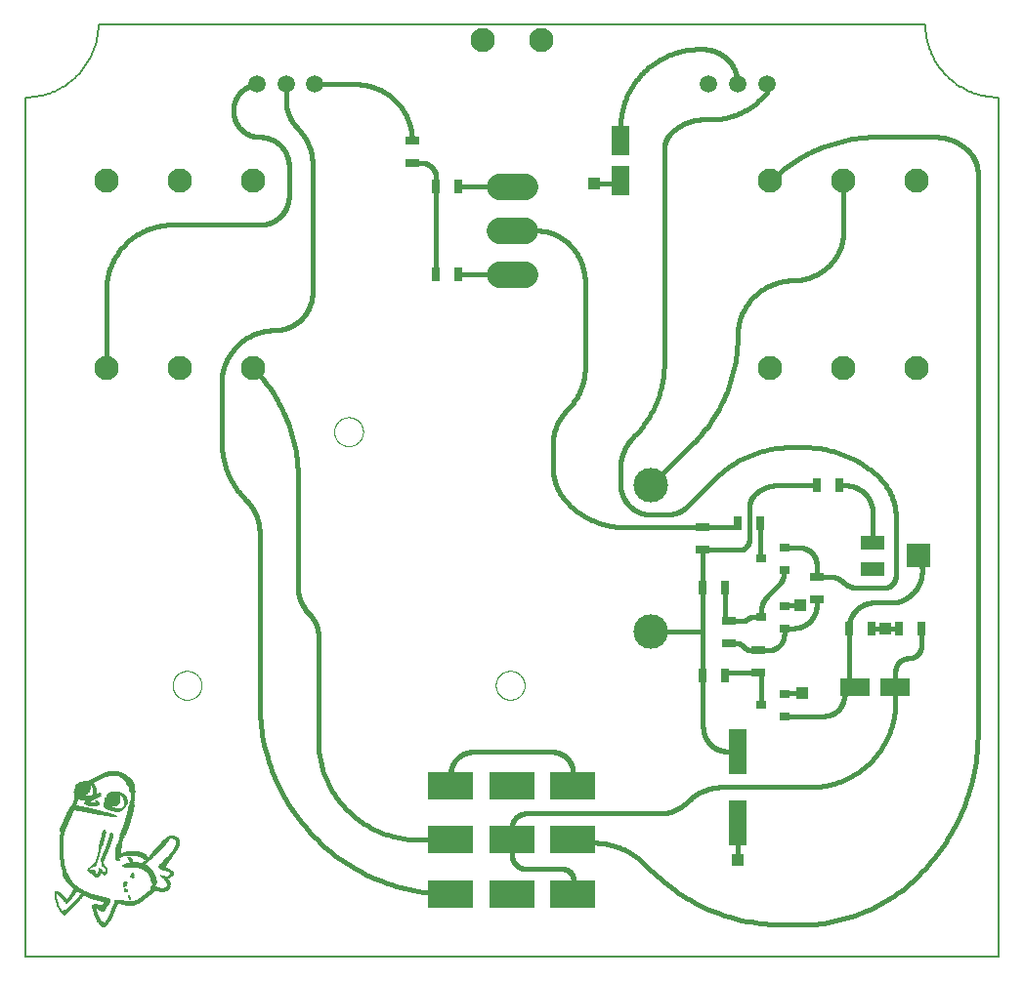
<source format=gtl>
G75*
%MOIN*%
%OFA0B0*%
%FSLAX25Y25*%
%IPPOS*%
%LPD*%
%AMOC8*
5,1,8,0,0,1.08239X$1,22.5*
%
%ADD10C,0.00500*%
%ADD11C,0.08268*%
%ADD12R,0.09843X0.06299*%
%ADD13R,0.02756X0.05118*%
%ADD14R,0.03543X0.03150*%
%ADD15R,0.05118X0.02756*%
%ADD16R,0.06299X0.15748*%
%ADD17C,0.00000*%
%ADD18C,0.11811*%
%ADD19C,0.05937*%
%ADD20R,0.06299X0.09843*%
%ADD21R,0.07874X0.07874*%
%ADD22R,0.07874X0.05118*%
%ADD23C,0.08858*%
%ADD24R,0.00400X0.00066*%
%ADD25R,0.00670X0.00067*%
%ADD26R,0.00930X0.00067*%
%ADD27R,0.01070X0.00066*%
%ADD28R,0.01330X0.00067*%
%ADD29R,0.01470X0.00067*%
%ADD30R,0.01540X0.00066*%
%ADD31R,0.01660X0.00067*%
%ADD32R,0.01800X0.00067*%
%ADD33R,0.01940X0.00066*%
%ADD34R,0.02060X0.00067*%
%ADD35R,0.02200X0.00067*%
%ADD36R,0.02340X0.00066*%
%ADD37R,0.02400X0.00067*%
%ADD38R,0.02530X0.00067*%
%ADD39R,0.02670X0.00066*%
%ADD40R,0.02800X0.00067*%
%ADD41R,0.02860X0.00067*%
%ADD42R,0.03000X0.00066*%
%ADD43R,0.03070X0.00067*%
%ADD44R,0.03200X0.00067*%
%ADD45R,0.03330X0.00066*%
%ADD46R,0.03400X0.00067*%
%ADD47R,0.03470X0.00067*%
%ADD48R,0.01930X0.00066*%
%ADD49R,0.01670X0.00067*%
%ADD50R,0.01670X0.00066*%
%ADD51R,0.01270X0.00066*%
%ADD52R,0.01270X0.00067*%
%ADD53R,0.01260X0.00067*%
%ADD54R,0.01600X0.00066*%
%ADD55R,0.01200X0.00066*%
%ADD56R,0.01600X0.00067*%
%ADD57R,0.01200X0.00067*%
%ADD58R,0.01130X0.00067*%
%ADD59R,0.01530X0.00066*%
%ADD60R,0.01530X0.00067*%
%ADD61R,0.01130X0.00066*%
%ADD62R,0.01140X0.00067*%
%ADD63R,0.01140X0.00066*%
%ADD64R,0.01540X0.00067*%
%ADD65R,0.01060X0.00067*%
%ADD66R,0.01070X0.00067*%
%ADD67R,0.01060X0.00066*%
%ADD68R,0.00070X0.00067*%
%ADD69R,0.00330X0.00066*%
%ADD70R,0.00540X0.00067*%
%ADD71R,0.00660X0.00067*%
%ADD72R,0.00870X0.00066*%
%ADD73R,0.01340X0.00066*%
%ADD74R,0.01460X0.00067*%
%ADD75R,0.01730X0.00066*%
%ADD76R,0.01870X0.00067*%
%ADD77R,0.02000X0.00067*%
%ADD78R,0.02130X0.00066*%
%ADD79R,0.02270X0.00067*%
%ADD80R,0.02530X0.00066*%
%ADD81R,0.02600X0.00067*%
%ADD82R,0.02740X0.00067*%
%ADD83R,0.02860X0.00066*%
%ADD84R,0.03000X0.00067*%
%ADD85R,0.00600X0.00067*%
%ADD86R,0.00860X0.00067*%
%ADD87R,0.01000X0.00066*%
%ADD88R,0.01470X0.00066*%
%ADD89R,0.01740X0.00067*%
%ADD90R,0.01660X0.00066*%
%ADD91R,0.01740X0.00066*%
%ADD92R,0.00870X0.00067*%
%ADD93R,0.00800X0.00066*%
%ADD94R,0.01460X0.00066*%
%ADD95R,0.02270X0.00066*%
%ADD96R,0.02730X0.00066*%
%ADD97R,0.02930X0.00067*%
%ADD98R,0.00800X0.00067*%
%ADD99R,0.04600X0.00067*%
%ADD100R,0.04600X0.00066*%
%ADD101R,0.04660X0.00067*%
%ADD102R,0.04730X0.00067*%
%ADD103R,0.00860X0.00066*%
%ADD104R,0.04800X0.00066*%
%ADD105R,0.04870X0.00067*%
%ADD106R,0.01400X0.00066*%
%ADD107R,0.04930X0.00066*%
%ADD108R,0.01400X0.00067*%
%ADD109R,0.04930X0.00067*%
%ADD110R,0.05000X0.00067*%
%ADD111R,0.05000X0.00066*%
%ADD112R,0.05070X0.00067*%
%ADD113R,0.05060X0.00067*%
%ADD114R,0.05060X0.00066*%
%ADD115R,0.05130X0.00067*%
%ADD116R,0.00470X0.00067*%
%ADD117R,0.00930X0.00066*%
%ADD118R,0.01800X0.00066*%
%ADD119R,0.02140X0.00067*%
%ADD120R,0.01730X0.00067*%
%ADD121R,0.01260X0.00066*%
%ADD122R,0.03800X0.00067*%
%ADD123R,0.00940X0.00067*%
%ADD124R,0.04200X0.00067*%
%ADD125R,0.04670X0.00066*%
%ADD126R,0.01340X0.00067*%
%ADD127R,0.05460X0.00067*%
%ADD128R,0.01330X0.00066*%
%ADD129R,0.05870X0.00066*%
%ADD130R,0.06340X0.00067*%
%ADD131R,0.08200X0.00067*%
%ADD132R,0.00200X0.00066*%
%ADD133R,0.08330X0.00066*%
%ADD134R,0.00330X0.00067*%
%ADD135R,0.08460X0.00067*%
%ADD136R,0.08540X0.00067*%
%ADD137R,0.00600X0.00066*%
%ADD138R,0.08670X0.00066*%
%ADD139R,0.00730X0.00067*%
%ADD140R,0.08800X0.00067*%
%ADD141R,0.08870X0.00067*%
%ADD142R,0.01870X0.00066*%
%ADD143R,0.08930X0.00066*%
%ADD144R,0.09070X0.00067*%
%ADD145R,0.05200X0.00067*%
%ADD146R,0.03130X0.00067*%
%ADD147R,0.04460X0.00066*%
%ADD148R,0.02800X0.00066*%
%ADD149R,0.04000X0.00067*%
%ADD150R,0.03530X0.00067*%
%ADD151R,0.02540X0.00067*%
%ADD152R,0.03800X0.00066*%
%ADD153R,0.03060X0.00066*%
%ADD154R,0.02400X0.00066*%
%ADD155R,0.01930X0.00067*%
%ADD156R,0.04070X0.00067*%
%ADD157R,0.02070X0.00067*%
%ADD158R,0.04330X0.00067*%
%ADD159R,0.02330X0.00067*%
%ADD160R,0.02200X0.00066*%
%ADD161R,0.02260X0.00067*%
%ADD162R,0.05200X0.00066*%
%ADD163R,0.02140X0.00066*%
%ADD164R,0.02670X0.00067*%
%ADD165R,0.05330X0.00067*%
%ADD166R,0.00060X0.00067*%
%ADD167R,0.02130X0.00067*%
%ADD168R,0.00270X0.00067*%
%ADD169R,0.05600X0.00066*%
%ADD170R,0.00470X0.00066*%
%ADD171R,0.02060X0.00066*%
%ADD172R,0.05730X0.00067*%
%ADD173R,0.05800X0.00067*%
%ADD174R,0.05800X0.00066*%
%ADD175R,0.00660X0.00066*%
%ADD176R,0.02070X0.00066*%
%ADD177R,0.05670X0.00066*%
%ADD178R,0.02000X0.00066*%
%ADD179R,0.05670X0.00067*%
%ADD180R,0.05530X0.00067*%
%ADD181R,0.05470X0.00066*%
%ADD182R,0.05140X0.00067*%
%ADD183R,0.01940X0.00067*%
%ADD184R,0.00740X0.00066*%
%ADD185R,0.00940X0.00066*%
%ADD186R,0.00740X0.00067*%
%ADD187R,0.04860X0.00067*%
%ADD188R,0.04670X0.00067*%
%ADD189R,0.04530X0.00066*%
%ADD190R,0.00730X0.00066*%
%ADD191R,0.04400X0.00067*%
%ADD192R,0.01860X0.00067*%
%ADD193R,0.00670X0.00066*%
%ADD194R,0.04070X0.00066*%
%ADD195R,0.00070X0.00066*%
%ADD196R,0.05340X0.00067*%
%ADD197R,0.04660X0.00066*%
%ADD198R,0.03600X0.00067*%
%ADD199R,0.03340X0.00067*%
%ADD200R,0.03140X0.00066*%
%ADD201R,0.01860X0.00066*%
%ADD202R,0.02940X0.00067*%
%ADD203R,0.02660X0.00067*%
%ADD204R,0.02600X0.00066*%
%ADD205R,0.02540X0.00066*%
%ADD206R,0.04260X0.00067*%
%ADD207R,0.03870X0.00066*%
%ADD208R,0.03260X0.00066*%
%ADD209R,0.03730X0.00067*%
%ADD210R,0.04270X0.00067*%
%ADD211R,0.03400X0.00066*%
%ADD212R,0.06130X0.00066*%
%ADD213R,0.03270X0.00067*%
%ADD214R,0.06140X0.00067*%
%ADD215R,0.06270X0.00067*%
%ADD216R,0.06270X0.00066*%
%ADD217R,0.06330X0.00067*%
%ADD218R,0.02730X0.00067*%
%ADD219R,0.06400X0.00066*%
%ADD220R,0.00400X0.00067*%
%ADD221R,0.06400X0.00067*%
%ADD222R,0.02330X0.00066*%
%ADD223R,0.02340X0.00067*%
%ADD224R,0.01000X0.00067*%
%ADD225R,0.00460X0.00067*%
%ADD226R,0.00130X0.00066*%
%ADD227R,0.03070X0.00066*%
%ADD228R,0.00260X0.00066*%
%ADD229R,0.00130X0.00067*%
%ADD230R,0.00340X0.00066*%
%ADD231R,0.00530X0.00067*%
%ADD232R,0.02460X0.00066*%
%ADD233R,0.00200X0.00067*%
%ADD234R,0.03060X0.00067*%
%ADD235R,0.02470X0.00066*%
%ADD236R,0.02470X0.00067*%
%ADD237R,0.00460X0.00066*%
%ADD238R,0.03200X0.00066*%
%ADD239R,0.00540X0.00066*%
%ADD240R,0.03600X0.00066*%
%ADD241R,0.03870X0.00067*%
%ADD242R,0.04060X0.00067*%
%ADD243R,0.04470X0.00066*%
%ADD244R,0.08400X0.00067*%
%ADD245R,0.02460X0.00067*%
%ADD246R,0.08470X0.00066*%
%ADD247R,0.08470X0.00067*%
%ADD248R,0.08340X0.00066*%
%ADD249R,0.08260X0.00067*%
%ADD250R,0.08000X0.00066*%
%ADD251R,0.07730X0.00067*%
%ADD252R,0.07460X0.00067*%
%ADD253R,0.07200X0.00066*%
%ADD254R,0.07000X0.00067*%
%ADD255R,0.06860X0.00067*%
%ADD256R,0.06730X0.00066*%
%ADD257R,0.06600X0.00067*%
%ADD258R,0.04130X0.00067*%
%ADD259R,0.03270X0.00066*%
%ADD260R,0.03940X0.00066*%
%ADD261R,0.02870X0.00067*%
%ADD262R,0.03470X0.00066*%
%ADD263R,0.03740X0.00067*%
%ADD264R,0.10400X0.00066*%
%ADD265R,0.10340X0.00067*%
%ADD266R,0.10270X0.00067*%
%ADD267R,0.10140X0.00066*%
%ADD268R,0.10070X0.00067*%
%ADD269R,0.09940X0.00067*%
%ADD270R,0.09870X0.00066*%
%ADD271R,0.09740X0.00067*%
%ADD272R,0.09600X0.00067*%
%ADD273R,0.07530X0.00066*%
%ADD274R,0.07200X0.00067*%
%ADD275R,0.06470X0.00066*%
%ADD276R,0.06070X0.00067*%
%ADD277R,0.05600X0.00067*%
%ADD278R,0.05140X0.00066*%
%ADD279R,0.04530X0.00067*%
%ADD280R,0.03930X0.00067*%
%ADD281R,0.03670X0.00066*%
%ADD282R,0.00260X0.00067*%
%ADD283R,0.03330X0.00067*%
%ADD284R,0.03670X0.00067*%
%ADD285R,0.03860X0.00066*%
%ADD286R,0.05260X0.00067*%
%ADD287R,0.05460X0.00066*%
%ADD288R,0.05540X0.00067*%
%ADD289R,0.05730X0.00066*%
%ADD290R,0.05860X0.00067*%
%ADD291R,0.06000X0.00067*%
%ADD292R,0.06140X0.00066*%
%ADD293R,0.06200X0.00067*%
%ADD294R,0.06260X0.00067*%
%ADD295R,0.06540X0.00067*%
%ADD296R,0.06800X0.00067*%
%ADD297R,0.06870X0.00067*%
%ADD298R,0.07000X0.00066*%
%ADD299R,0.03540X0.00066*%
%ADD300R,0.07070X0.00067*%
%ADD301R,0.07130X0.00067*%
%ADD302R,0.07340X0.00067*%
%ADD303R,0.04800X0.00067*%
%ADD304R,0.08930X0.00067*%
%ADD305R,0.08540X0.00066*%
%ADD306R,0.05330X0.00066*%
%ADD307R,0.08270X0.00067*%
%ADD308R,0.07930X0.00067*%
%ADD309R,0.07600X0.00066*%
%ADD310R,0.06000X0.00066*%
%ADD311R,0.07260X0.00067*%
%ADD312R,0.06600X0.00066*%
%ADD313R,0.03740X0.00066*%
%ADD314R,0.03260X0.00067*%
%ADD315R,0.04940X0.00067*%
%ADD316R,0.03460X0.00066*%
%ADD317R,0.03530X0.00066*%
%ADD318R,0.04140X0.00067*%
%ADD319R,0.04340X0.00066*%
%ADD320R,0.03940X0.00067*%
%ADD321R,0.04870X0.00066*%
%ADD322R,0.05260X0.00066*%
%ADD323R,0.05270X0.00067*%
%ADD324R,0.05340X0.00066*%
%ADD325R,0.05400X0.00067*%
%ADD326R,0.05470X0.00067*%
%ADD327R,0.05400X0.00066*%
%ADD328R,0.05530X0.00066*%
%ADD329R,0.03460X0.00067*%
%ADD330R,0.05270X0.00066*%
%ADD331R,0.07330X0.00066*%
%ADD332R,0.07470X0.00067*%
%ADD333R,0.07600X0.00067*%
%ADD334R,0.07800X0.00066*%
%ADD335R,0.08070X0.00067*%
%ADD336R,0.08200X0.00066*%
%ADD337R,0.04740X0.00067*%
%ADD338R,0.04740X0.00066*%
%ADD339R,0.04540X0.00067*%
%ADD340R,0.04200X0.00066*%
%ADD341R,0.04470X0.00067*%
%ADD342R,0.04400X0.00066*%
%ADD343R,0.03660X0.00066*%
%ADD344R,0.02870X0.00066*%
%ADD345R,0.04270X0.00066*%
%ADD346R,0.04060X0.00066*%
%ADD347R,0.02740X0.00066*%
%ADD348R,0.04340X0.00067*%
%ADD349R,0.04730X0.00066*%
%ADD350R,0.05130X0.00066*%
%ADD351R,0.05540X0.00066*%
%ADD352R,0.06130X0.00067*%
%ADD353R,0.06060X0.00066*%
%ADD354R,0.05940X0.00067*%
%ADD355R,0.05070X0.00066*%
%ADD356R,0.02660X0.00066*%
%ADD357R,0.02940X0.00066*%
%ADD358R,0.03130X0.00066*%
%ADD359R,0.08600X0.00067*%
%ADD360R,0.08130X0.00067*%
%ADD361R,0.07870X0.00067*%
%ADD362R,0.07400X0.00067*%
%ADD363R,0.06870X0.00066*%
%ADD364R,0.05740X0.00067*%
%ADD365R,0.15700X0.09800*%
%ADD366C,0.01600*%
%ADD367R,0.03962X0.03962*%
D10*
X0001250Y0001250D02*
X0001250Y0294750D01*
X0001854Y0294757D01*
X0002458Y0294779D01*
X0003061Y0294816D01*
X0003663Y0294867D01*
X0004263Y0294932D01*
X0004862Y0295012D01*
X0005459Y0295107D01*
X0006053Y0295216D01*
X0006645Y0295339D01*
X0007233Y0295476D01*
X0007818Y0295628D01*
X0008399Y0295794D01*
X0008975Y0295974D01*
X0009548Y0296167D01*
X0010115Y0296375D01*
X0010677Y0296596D01*
X0011234Y0296830D01*
X0011785Y0297078D01*
X0012330Y0297339D01*
X0012868Y0297614D01*
X0013400Y0297901D01*
X0013924Y0298201D01*
X0014441Y0298513D01*
X0014950Y0298838D01*
X0015452Y0299175D01*
X0015945Y0299525D01*
X0016429Y0299886D01*
X0016905Y0300258D01*
X0017371Y0300642D01*
X0017828Y0301037D01*
X0018275Y0301443D01*
X0018713Y0301860D01*
X0019140Y0302287D01*
X0019557Y0302725D01*
X0019963Y0303172D01*
X0020358Y0303629D01*
X0020742Y0304095D01*
X0021114Y0304571D01*
X0021475Y0305055D01*
X0021825Y0305548D01*
X0022162Y0306050D01*
X0022487Y0306559D01*
X0022799Y0307076D01*
X0023099Y0307600D01*
X0023386Y0308132D01*
X0023661Y0308670D01*
X0023922Y0309215D01*
X0024170Y0309766D01*
X0024404Y0310323D01*
X0024625Y0310885D01*
X0024833Y0311452D01*
X0025026Y0312025D01*
X0025206Y0312601D01*
X0025372Y0313182D01*
X0025524Y0313767D01*
X0025661Y0314355D01*
X0025784Y0314947D01*
X0025893Y0315541D01*
X0025988Y0316138D01*
X0026068Y0316737D01*
X0026133Y0317337D01*
X0026184Y0317939D01*
X0026221Y0318542D01*
X0026243Y0319146D01*
X0026250Y0319750D01*
X0308350Y0319750D01*
X0308357Y0319146D01*
X0308379Y0318542D01*
X0308416Y0317939D01*
X0308467Y0317337D01*
X0308532Y0316737D01*
X0308612Y0316138D01*
X0308707Y0315541D01*
X0308816Y0314947D01*
X0308939Y0314355D01*
X0309076Y0313767D01*
X0309228Y0313182D01*
X0309394Y0312601D01*
X0309574Y0312025D01*
X0309767Y0311452D01*
X0309975Y0310885D01*
X0310196Y0310323D01*
X0310430Y0309766D01*
X0310678Y0309215D01*
X0310939Y0308670D01*
X0311214Y0308132D01*
X0311501Y0307600D01*
X0311801Y0307076D01*
X0312113Y0306559D01*
X0312438Y0306050D01*
X0312775Y0305548D01*
X0313125Y0305055D01*
X0313486Y0304571D01*
X0313858Y0304095D01*
X0314242Y0303629D01*
X0314637Y0303172D01*
X0315043Y0302725D01*
X0315460Y0302287D01*
X0315887Y0301860D01*
X0316325Y0301443D01*
X0316772Y0301037D01*
X0317229Y0300642D01*
X0317695Y0300258D01*
X0318171Y0299886D01*
X0318655Y0299525D01*
X0319148Y0299175D01*
X0319650Y0298838D01*
X0320159Y0298513D01*
X0320676Y0298201D01*
X0321200Y0297901D01*
X0321732Y0297614D01*
X0322270Y0297339D01*
X0322815Y0297078D01*
X0323366Y0296830D01*
X0323923Y0296596D01*
X0324485Y0296375D01*
X0325052Y0296167D01*
X0325625Y0295974D01*
X0326201Y0295794D01*
X0326782Y0295628D01*
X0327367Y0295476D01*
X0327955Y0295339D01*
X0328547Y0295216D01*
X0329141Y0295107D01*
X0329738Y0295012D01*
X0330337Y0294932D01*
X0330937Y0294867D01*
X0331539Y0294816D01*
X0332142Y0294779D01*
X0332746Y0294757D01*
X0333350Y0294750D01*
X0333350Y0001250D01*
X0001250Y0001250D01*
D11*
X0028898Y0202301D03*
X0053898Y0202301D03*
X0078898Y0202301D03*
X0078898Y0266199D03*
X0053898Y0266199D03*
X0028898Y0266199D03*
X0157300Y0314250D03*
X0177300Y0314250D03*
X0255502Y0266199D03*
X0280502Y0266199D03*
X0305502Y0266199D03*
X0305502Y0202301D03*
X0280502Y0202301D03*
X0255502Y0202301D03*
D12*
X0284360Y0093250D03*
X0298140Y0093250D03*
D13*
X0299510Y0113250D03*
X0306990Y0113250D03*
X0289990Y0113250D03*
X0282510Y0113250D03*
X0251990Y0149250D03*
X0244510Y0149250D03*
X0239990Y0127250D03*
X0232510Y0127250D03*
X0232510Y0097250D03*
X0239990Y0097250D03*
X0271510Y0162250D03*
X0278990Y0162250D03*
X0148990Y0234250D03*
X0141510Y0234250D03*
X0141510Y0264250D03*
X0148990Y0264250D03*
D14*
X0260187Y0140990D03*
X0260187Y0133510D03*
X0252313Y0137250D03*
X0260187Y0120990D03*
X0260187Y0113510D03*
X0252313Y0117250D03*
X0260187Y0090990D03*
X0260187Y0083510D03*
X0252313Y0087250D03*
D15*
X0251250Y0098510D03*
X0251250Y0105990D03*
X0241250Y0108510D03*
X0241250Y0115990D03*
X0232250Y0140510D03*
X0232250Y0147990D03*
X0271250Y0130990D03*
X0271250Y0123510D03*
X0133250Y0272510D03*
X0133250Y0279990D03*
D16*
X0244250Y0071455D03*
X0244250Y0047045D03*
D17*
X0161809Y0093998D02*
X0161811Y0094138D01*
X0161817Y0094278D01*
X0161827Y0094417D01*
X0161841Y0094556D01*
X0161859Y0094695D01*
X0161880Y0094833D01*
X0161906Y0094971D01*
X0161936Y0095108D01*
X0161969Y0095243D01*
X0162007Y0095378D01*
X0162048Y0095512D01*
X0162093Y0095645D01*
X0162141Y0095776D01*
X0162194Y0095905D01*
X0162250Y0096034D01*
X0162309Y0096160D01*
X0162373Y0096285D01*
X0162439Y0096408D01*
X0162510Y0096529D01*
X0162583Y0096648D01*
X0162660Y0096765D01*
X0162741Y0096879D01*
X0162824Y0096991D01*
X0162911Y0097101D01*
X0163001Y0097209D01*
X0163093Y0097313D01*
X0163189Y0097415D01*
X0163288Y0097515D01*
X0163389Y0097611D01*
X0163493Y0097705D01*
X0163600Y0097795D01*
X0163709Y0097882D01*
X0163821Y0097967D01*
X0163935Y0098048D01*
X0164051Y0098126D01*
X0164169Y0098200D01*
X0164290Y0098271D01*
X0164412Y0098339D01*
X0164537Y0098403D01*
X0164663Y0098464D01*
X0164790Y0098521D01*
X0164920Y0098574D01*
X0165051Y0098624D01*
X0165183Y0098669D01*
X0165316Y0098712D01*
X0165451Y0098750D01*
X0165586Y0098784D01*
X0165723Y0098815D01*
X0165860Y0098842D01*
X0165998Y0098864D01*
X0166137Y0098883D01*
X0166276Y0098898D01*
X0166415Y0098909D01*
X0166555Y0098916D01*
X0166695Y0098919D01*
X0166835Y0098918D01*
X0166975Y0098913D01*
X0167114Y0098904D01*
X0167254Y0098891D01*
X0167393Y0098874D01*
X0167531Y0098853D01*
X0167669Y0098829D01*
X0167806Y0098800D01*
X0167942Y0098768D01*
X0168077Y0098731D01*
X0168211Y0098691D01*
X0168344Y0098647D01*
X0168475Y0098599D01*
X0168605Y0098548D01*
X0168734Y0098493D01*
X0168861Y0098434D01*
X0168986Y0098371D01*
X0169109Y0098306D01*
X0169231Y0098236D01*
X0169350Y0098163D01*
X0169468Y0098087D01*
X0169583Y0098008D01*
X0169696Y0097925D01*
X0169806Y0097839D01*
X0169914Y0097750D01*
X0170019Y0097658D01*
X0170122Y0097563D01*
X0170222Y0097465D01*
X0170319Y0097365D01*
X0170413Y0097261D01*
X0170505Y0097155D01*
X0170593Y0097047D01*
X0170678Y0096936D01*
X0170760Y0096822D01*
X0170839Y0096706D01*
X0170914Y0096589D01*
X0170986Y0096469D01*
X0171054Y0096347D01*
X0171119Y0096223D01*
X0171181Y0096097D01*
X0171239Y0095970D01*
X0171293Y0095841D01*
X0171344Y0095710D01*
X0171390Y0095578D01*
X0171433Y0095445D01*
X0171473Y0095311D01*
X0171508Y0095176D01*
X0171540Y0095039D01*
X0171567Y0094902D01*
X0171591Y0094764D01*
X0171611Y0094626D01*
X0171627Y0094487D01*
X0171639Y0094347D01*
X0171647Y0094208D01*
X0171651Y0094068D01*
X0171651Y0093928D01*
X0171647Y0093788D01*
X0171639Y0093649D01*
X0171627Y0093509D01*
X0171611Y0093370D01*
X0171591Y0093232D01*
X0171567Y0093094D01*
X0171540Y0092957D01*
X0171508Y0092820D01*
X0171473Y0092685D01*
X0171433Y0092551D01*
X0171390Y0092418D01*
X0171344Y0092286D01*
X0171293Y0092155D01*
X0171239Y0092026D01*
X0171181Y0091899D01*
X0171119Y0091773D01*
X0171054Y0091649D01*
X0170986Y0091527D01*
X0170914Y0091407D01*
X0170839Y0091290D01*
X0170760Y0091174D01*
X0170678Y0091060D01*
X0170593Y0090949D01*
X0170505Y0090841D01*
X0170413Y0090735D01*
X0170319Y0090631D01*
X0170222Y0090531D01*
X0170122Y0090433D01*
X0170019Y0090338D01*
X0169914Y0090246D01*
X0169806Y0090157D01*
X0169696Y0090071D01*
X0169583Y0089988D01*
X0169468Y0089909D01*
X0169350Y0089833D01*
X0169231Y0089760D01*
X0169109Y0089690D01*
X0168986Y0089625D01*
X0168861Y0089562D01*
X0168734Y0089503D01*
X0168605Y0089448D01*
X0168475Y0089397D01*
X0168344Y0089349D01*
X0168211Y0089305D01*
X0168077Y0089265D01*
X0167942Y0089228D01*
X0167806Y0089196D01*
X0167669Y0089167D01*
X0167531Y0089143D01*
X0167393Y0089122D01*
X0167254Y0089105D01*
X0167114Y0089092D01*
X0166975Y0089083D01*
X0166835Y0089078D01*
X0166695Y0089077D01*
X0166555Y0089080D01*
X0166415Y0089087D01*
X0166276Y0089098D01*
X0166137Y0089113D01*
X0165998Y0089132D01*
X0165860Y0089154D01*
X0165723Y0089181D01*
X0165586Y0089212D01*
X0165451Y0089246D01*
X0165316Y0089284D01*
X0165183Y0089327D01*
X0165051Y0089372D01*
X0164920Y0089422D01*
X0164790Y0089475D01*
X0164663Y0089532D01*
X0164537Y0089593D01*
X0164412Y0089657D01*
X0164290Y0089725D01*
X0164169Y0089796D01*
X0164051Y0089870D01*
X0163935Y0089948D01*
X0163821Y0090029D01*
X0163709Y0090114D01*
X0163600Y0090201D01*
X0163493Y0090291D01*
X0163389Y0090385D01*
X0163288Y0090481D01*
X0163189Y0090581D01*
X0163093Y0090683D01*
X0163001Y0090787D01*
X0162911Y0090895D01*
X0162824Y0091005D01*
X0162741Y0091117D01*
X0162660Y0091231D01*
X0162583Y0091348D01*
X0162510Y0091467D01*
X0162439Y0091588D01*
X0162373Y0091711D01*
X0162309Y0091836D01*
X0162250Y0091962D01*
X0162194Y0092091D01*
X0162141Y0092220D01*
X0162093Y0092351D01*
X0162048Y0092484D01*
X0162007Y0092618D01*
X0161969Y0092753D01*
X0161936Y0092888D01*
X0161906Y0093025D01*
X0161880Y0093163D01*
X0161859Y0093301D01*
X0161841Y0093440D01*
X0161827Y0093579D01*
X0161817Y0093718D01*
X0161811Y0093858D01*
X0161809Y0093998D01*
X0106691Y0180612D02*
X0106693Y0180752D01*
X0106699Y0180892D01*
X0106709Y0181031D01*
X0106723Y0181170D01*
X0106741Y0181309D01*
X0106762Y0181447D01*
X0106788Y0181585D01*
X0106818Y0181722D01*
X0106851Y0181857D01*
X0106889Y0181992D01*
X0106930Y0182126D01*
X0106975Y0182259D01*
X0107023Y0182390D01*
X0107076Y0182519D01*
X0107132Y0182648D01*
X0107191Y0182774D01*
X0107255Y0182899D01*
X0107321Y0183022D01*
X0107392Y0183143D01*
X0107465Y0183262D01*
X0107542Y0183379D01*
X0107623Y0183493D01*
X0107706Y0183605D01*
X0107793Y0183715D01*
X0107883Y0183823D01*
X0107975Y0183927D01*
X0108071Y0184029D01*
X0108170Y0184129D01*
X0108271Y0184225D01*
X0108375Y0184319D01*
X0108482Y0184409D01*
X0108591Y0184496D01*
X0108703Y0184581D01*
X0108817Y0184662D01*
X0108933Y0184740D01*
X0109051Y0184814D01*
X0109172Y0184885D01*
X0109294Y0184953D01*
X0109419Y0185017D01*
X0109545Y0185078D01*
X0109672Y0185135D01*
X0109802Y0185188D01*
X0109933Y0185238D01*
X0110065Y0185283D01*
X0110198Y0185326D01*
X0110333Y0185364D01*
X0110468Y0185398D01*
X0110605Y0185429D01*
X0110742Y0185456D01*
X0110880Y0185478D01*
X0111019Y0185497D01*
X0111158Y0185512D01*
X0111297Y0185523D01*
X0111437Y0185530D01*
X0111577Y0185533D01*
X0111717Y0185532D01*
X0111857Y0185527D01*
X0111996Y0185518D01*
X0112136Y0185505D01*
X0112275Y0185488D01*
X0112413Y0185467D01*
X0112551Y0185443D01*
X0112688Y0185414D01*
X0112824Y0185382D01*
X0112959Y0185345D01*
X0113093Y0185305D01*
X0113226Y0185261D01*
X0113357Y0185213D01*
X0113487Y0185162D01*
X0113616Y0185107D01*
X0113743Y0185048D01*
X0113868Y0184985D01*
X0113991Y0184920D01*
X0114113Y0184850D01*
X0114232Y0184777D01*
X0114350Y0184701D01*
X0114465Y0184622D01*
X0114578Y0184539D01*
X0114688Y0184453D01*
X0114796Y0184364D01*
X0114901Y0184272D01*
X0115004Y0184177D01*
X0115104Y0184079D01*
X0115201Y0183979D01*
X0115295Y0183875D01*
X0115387Y0183769D01*
X0115475Y0183661D01*
X0115560Y0183550D01*
X0115642Y0183436D01*
X0115721Y0183320D01*
X0115796Y0183203D01*
X0115868Y0183083D01*
X0115936Y0182961D01*
X0116001Y0182837D01*
X0116063Y0182711D01*
X0116121Y0182584D01*
X0116175Y0182455D01*
X0116226Y0182324D01*
X0116272Y0182192D01*
X0116315Y0182059D01*
X0116355Y0181925D01*
X0116390Y0181790D01*
X0116422Y0181653D01*
X0116449Y0181516D01*
X0116473Y0181378D01*
X0116493Y0181240D01*
X0116509Y0181101D01*
X0116521Y0180961D01*
X0116529Y0180822D01*
X0116533Y0180682D01*
X0116533Y0180542D01*
X0116529Y0180402D01*
X0116521Y0180263D01*
X0116509Y0180123D01*
X0116493Y0179984D01*
X0116473Y0179846D01*
X0116449Y0179708D01*
X0116422Y0179571D01*
X0116390Y0179434D01*
X0116355Y0179299D01*
X0116315Y0179165D01*
X0116272Y0179032D01*
X0116226Y0178900D01*
X0116175Y0178769D01*
X0116121Y0178640D01*
X0116063Y0178513D01*
X0116001Y0178387D01*
X0115936Y0178263D01*
X0115868Y0178141D01*
X0115796Y0178021D01*
X0115721Y0177904D01*
X0115642Y0177788D01*
X0115560Y0177674D01*
X0115475Y0177563D01*
X0115387Y0177455D01*
X0115295Y0177349D01*
X0115201Y0177245D01*
X0115104Y0177145D01*
X0115004Y0177047D01*
X0114901Y0176952D01*
X0114796Y0176860D01*
X0114688Y0176771D01*
X0114578Y0176685D01*
X0114465Y0176602D01*
X0114350Y0176523D01*
X0114232Y0176447D01*
X0114113Y0176374D01*
X0113991Y0176304D01*
X0113868Y0176239D01*
X0113743Y0176176D01*
X0113616Y0176117D01*
X0113487Y0176062D01*
X0113357Y0176011D01*
X0113226Y0175963D01*
X0113093Y0175919D01*
X0112959Y0175879D01*
X0112824Y0175842D01*
X0112688Y0175810D01*
X0112551Y0175781D01*
X0112413Y0175757D01*
X0112275Y0175736D01*
X0112136Y0175719D01*
X0111996Y0175706D01*
X0111857Y0175697D01*
X0111717Y0175692D01*
X0111577Y0175691D01*
X0111437Y0175694D01*
X0111297Y0175701D01*
X0111158Y0175712D01*
X0111019Y0175727D01*
X0110880Y0175746D01*
X0110742Y0175768D01*
X0110605Y0175795D01*
X0110468Y0175826D01*
X0110333Y0175860D01*
X0110198Y0175898D01*
X0110065Y0175941D01*
X0109933Y0175986D01*
X0109802Y0176036D01*
X0109672Y0176089D01*
X0109545Y0176146D01*
X0109419Y0176207D01*
X0109294Y0176271D01*
X0109172Y0176339D01*
X0109051Y0176410D01*
X0108933Y0176484D01*
X0108817Y0176562D01*
X0108703Y0176643D01*
X0108591Y0176728D01*
X0108482Y0176815D01*
X0108375Y0176905D01*
X0108271Y0176999D01*
X0108170Y0177095D01*
X0108071Y0177195D01*
X0107975Y0177297D01*
X0107883Y0177401D01*
X0107793Y0177509D01*
X0107706Y0177619D01*
X0107623Y0177731D01*
X0107542Y0177845D01*
X0107465Y0177962D01*
X0107392Y0178081D01*
X0107321Y0178202D01*
X0107255Y0178325D01*
X0107191Y0178450D01*
X0107132Y0178576D01*
X0107076Y0178705D01*
X0107023Y0178834D01*
X0106975Y0178965D01*
X0106930Y0179098D01*
X0106889Y0179232D01*
X0106851Y0179367D01*
X0106818Y0179502D01*
X0106788Y0179639D01*
X0106762Y0179777D01*
X0106741Y0179915D01*
X0106723Y0180054D01*
X0106709Y0180193D01*
X0106699Y0180332D01*
X0106693Y0180472D01*
X0106691Y0180612D01*
X0051573Y0093998D02*
X0051575Y0094138D01*
X0051581Y0094278D01*
X0051591Y0094417D01*
X0051605Y0094556D01*
X0051623Y0094695D01*
X0051644Y0094833D01*
X0051670Y0094971D01*
X0051700Y0095108D01*
X0051733Y0095243D01*
X0051771Y0095378D01*
X0051812Y0095512D01*
X0051857Y0095645D01*
X0051905Y0095776D01*
X0051958Y0095905D01*
X0052014Y0096034D01*
X0052073Y0096160D01*
X0052137Y0096285D01*
X0052203Y0096408D01*
X0052274Y0096529D01*
X0052347Y0096648D01*
X0052424Y0096765D01*
X0052505Y0096879D01*
X0052588Y0096991D01*
X0052675Y0097101D01*
X0052765Y0097209D01*
X0052857Y0097313D01*
X0052953Y0097415D01*
X0053052Y0097515D01*
X0053153Y0097611D01*
X0053257Y0097705D01*
X0053364Y0097795D01*
X0053473Y0097882D01*
X0053585Y0097967D01*
X0053699Y0098048D01*
X0053815Y0098126D01*
X0053933Y0098200D01*
X0054054Y0098271D01*
X0054176Y0098339D01*
X0054301Y0098403D01*
X0054427Y0098464D01*
X0054554Y0098521D01*
X0054684Y0098574D01*
X0054815Y0098624D01*
X0054947Y0098669D01*
X0055080Y0098712D01*
X0055215Y0098750D01*
X0055350Y0098784D01*
X0055487Y0098815D01*
X0055624Y0098842D01*
X0055762Y0098864D01*
X0055901Y0098883D01*
X0056040Y0098898D01*
X0056179Y0098909D01*
X0056319Y0098916D01*
X0056459Y0098919D01*
X0056599Y0098918D01*
X0056739Y0098913D01*
X0056878Y0098904D01*
X0057018Y0098891D01*
X0057157Y0098874D01*
X0057295Y0098853D01*
X0057433Y0098829D01*
X0057570Y0098800D01*
X0057706Y0098768D01*
X0057841Y0098731D01*
X0057975Y0098691D01*
X0058108Y0098647D01*
X0058239Y0098599D01*
X0058369Y0098548D01*
X0058498Y0098493D01*
X0058625Y0098434D01*
X0058750Y0098371D01*
X0058873Y0098306D01*
X0058995Y0098236D01*
X0059114Y0098163D01*
X0059232Y0098087D01*
X0059347Y0098008D01*
X0059460Y0097925D01*
X0059570Y0097839D01*
X0059678Y0097750D01*
X0059783Y0097658D01*
X0059886Y0097563D01*
X0059986Y0097465D01*
X0060083Y0097365D01*
X0060177Y0097261D01*
X0060269Y0097155D01*
X0060357Y0097047D01*
X0060442Y0096936D01*
X0060524Y0096822D01*
X0060603Y0096706D01*
X0060678Y0096589D01*
X0060750Y0096469D01*
X0060818Y0096347D01*
X0060883Y0096223D01*
X0060945Y0096097D01*
X0061003Y0095970D01*
X0061057Y0095841D01*
X0061108Y0095710D01*
X0061154Y0095578D01*
X0061197Y0095445D01*
X0061237Y0095311D01*
X0061272Y0095176D01*
X0061304Y0095039D01*
X0061331Y0094902D01*
X0061355Y0094764D01*
X0061375Y0094626D01*
X0061391Y0094487D01*
X0061403Y0094347D01*
X0061411Y0094208D01*
X0061415Y0094068D01*
X0061415Y0093928D01*
X0061411Y0093788D01*
X0061403Y0093649D01*
X0061391Y0093509D01*
X0061375Y0093370D01*
X0061355Y0093232D01*
X0061331Y0093094D01*
X0061304Y0092957D01*
X0061272Y0092820D01*
X0061237Y0092685D01*
X0061197Y0092551D01*
X0061154Y0092418D01*
X0061108Y0092286D01*
X0061057Y0092155D01*
X0061003Y0092026D01*
X0060945Y0091899D01*
X0060883Y0091773D01*
X0060818Y0091649D01*
X0060750Y0091527D01*
X0060678Y0091407D01*
X0060603Y0091290D01*
X0060524Y0091174D01*
X0060442Y0091060D01*
X0060357Y0090949D01*
X0060269Y0090841D01*
X0060177Y0090735D01*
X0060083Y0090631D01*
X0059986Y0090531D01*
X0059886Y0090433D01*
X0059783Y0090338D01*
X0059678Y0090246D01*
X0059570Y0090157D01*
X0059460Y0090071D01*
X0059347Y0089988D01*
X0059232Y0089909D01*
X0059114Y0089833D01*
X0058995Y0089760D01*
X0058873Y0089690D01*
X0058750Y0089625D01*
X0058625Y0089562D01*
X0058498Y0089503D01*
X0058369Y0089448D01*
X0058239Y0089397D01*
X0058108Y0089349D01*
X0057975Y0089305D01*
X0057841Y0089265D01*
X0057706Y0089228D01*
X0057570Y0089196D01*
X0057433Y0089167D01*
X0057295Y0089143D01*
X0057157Y0089122D01*
X0057018Y0089105D01*
X0056878Y0089092D01*
X0056739Y0089083D01*
X0056599Y0089078D01*
X0056459Y0089077D01*
X0056319Y0089080D01*
X0056179Y0089087D01*
X0056040Y0089098D01*
X0055901Y0089113D01*
X0055762Y0089132D01*
X0055624Y0089154D01*
X0055487Y0089181D01*
X0055350Y0089212D01*
X0055215Y0089246D01*
X0055080Y0089284D01*
X0054947Y0089327D01*
X0054815Y0089372D01*
X0054684Y0089422D01*
X0054554Y0089475D01*
X0054427Y0089532D01*
X0054301Y0089593D01*
X0054176Y0089657D01*
X0054054Y0089725D01*
X0053933Y0089796D01*
X0053815Y0089870D01*
X0053699Y0089948D01*
X0053585Y0090029D01*
X0053473Y0090114D01*
X0053364Y0090201D01*
X0053257Y0090291D01*
X0053153Y0090385D01*
X0053052Y0090481D01*
X0052953Y0090581D01*
X0052857Y0090683D01*
X0052765Y0090787D01*
X0052675Y0090895D01*
X0052588Y0091005D01*
X0052505Y0091117D01*
X0052424Y0091231D01*
X0052347Y0091348D01*
X0052274Y0091467D01*
X0052203Y0091588D01*
X0052137Y0091711D01*
X0052073Y0091836D01*
X0052014Y0091962D01*
X0051958Y0092091D01*
X0051905Y0092220D01*
X0051857Y0092351D01*
X0051812Y0092484D01*
X0051771Y0092618D01*
X0051733Y0092753D01*
X0051700Y0092888D01*
X0051670Y0093025D01*
X0051644Y0093163D01*
X0051623Y0093301D01*
X0051605Y0093440D01*
X0051591Y0093579D01*
X0051581Y0093718D01*
X0051575Y0093858D01*
X0051573Y0093998D01*
D18*
X0214762Y0112305D03*
X0214762Y0162305D03*
D19*
X0234507Y0299250D03*
X0244350Y0299250D03*
X0254193Y0299250D03*
X0100093Y0299250D03*
X0090250Y0299250D03*
X0080407Y0299250D03*
D20*
X0204250Y0280140D03*
X0204250Y0266360D03*
D21*
X0306124Y0138250D03*
D22*
X0290376Y0133722D03*
X0290376Y0142778D03*
D23*
X0171729Y0234250D02*
X0162871Y0234250D01*
X0162871Y0249250D02*
X0171729Y0249250D01*
X0171729Y0264250D02*
X0162871Y0264250D01*
D24*
X0038080Y0029650D03*
X0028080Y0011250D03*
D25*
X0028085Y0011316D03*
X0035615Y0026716D03*
X0025815Y0034316D03*
X0025885Y0034516D03*
X0026015Y0034916D03*
X0011615Y0022516D03*
X0011615Y0022384D03*
X0011615Y0022316D03*
X0011615Y0022184D03*
X0011615Y0022116D03*
X0035015Y0052184D03*
X0035285Y0052584D03*
X0026685Y0056916D03*
X0025615Y0054316D03*
D26*
X0025815Y0053984D03*
X0034685Y0051916D03*
X0035485Y0053116D03*
X0030685Y0043184D03*
X0027015Y0038584D03*
X0026885Y0038184D03*
X0026885Y0038116D03*
X0026885Y0037984D03*
X0026815Y0037916D03*
X0026815Y0037784D03*
X0026685Y0037316D03*
X0027615Y0033716D03*
X0027615Y0033584D03*
X0027815Y0032716D03*
X0027885Y0032584D03*
X0028415Y0031916D03*
X0028685Y0031584D03*
X0028815Y0031384D03*
X0029015Y0030916D03*
X0026885Y0030916D03*
X0025285Y0032984D03*
X0024215Y0031984D03*
X0035215Y0025384D03*
X0035485Y0024116D03*
X0036815Y0021516D03*
X0028085Y0011384D03*
X0013485Y0016916D03*
X0013415Y0016984D03*
X0012285Y0019184D03*
X0038215Y0037184D03*
D27*
X0028285Y0043850D03*
X0027285Y0039650D03*
X0027215Y0039450D03*
X0027685Y0034050D03*
X0014615Y0020850D03*
X0012015Y0023250D03*
X0027615Y0016850D03*
X0030815Y0015850D03*
X0030885Y0016050D03*
X0031015Y0016250D03*
X0031085Y0016450D03*
X0031485Y0017450D03*
X0030485Y0015050D03*
X0030285Y0014650D03*
X0030085Y0014250D03*
X0028085Y0011450D03*
X0050215Y0025050D03*
X0050285Y0026250D03*
X0050085Y0026650D03*
X0049815Y0027050D03*
X0051015Y0028850D03*
X0052685Y0038050D03*
X0052815Y0038250D03*
X0053015Y0038650D03*
X0035615Y0053450D03*
X0025885Y0053850D03*
X0025085Y0056850D03*
X0025085Y0057050D03*
X0025085Y0058050D03*
X0025015Y0058250D03*
X0024415Y0059650D03*
D28*
X0026485Y0056716D03*
X0018485Y0054184D03*
X0018485Y0054116D03*
X0018415Y0053984D03*
X0028085Y0042984D03*
X0028015Y0042716D03*
X0029485Y0038716D03*
X0029485Y0038584D03*
X0029415Y0038516D03*
X0029285Y0038184D03*
X0029285Y0038116D03*
X0029215Y0037984D03*
X0029085Y0037716D03*
X0029015Y0037584D03*
X0029015Y0037516D03*
X0028885Y0037184D03*
X0028815Y0037116D03*
X0028685Y0036784D03*
X0028685Y0036716D03*
X0028615Y0036584D03*
X0028485Y0036316D03*
X0028415Y0036184D03*
X0028415Y0036116D03*
X0028285Y0035784D03*
X0028215Y0035716D03*
X0028215Y0035584D03*
X0028085Y0035316D03*
X0028015Y0035116D03*
X0024885Y0032384D03*
X0026285Y0029316D03*
X0025615Y0028516D03*
X0028215Y0029516D03*
X0032815Y0034316D03*
X0032815Y0034384D03*
X0032815Y0034516D03*
X0032815Y0034584D03*
X0032815Y0034716D03*
X0032815Y0034784D03*
X0035485Y0026316D03*
X0035685Y0023784D03*
X0035685Y0023716D03*
X0025415Y0018916D03*
X0029285Y0012984D03*
X0029215Y0012916D03*
X0028085Y0011516D03*
X0016685Y0021384D03*
X0016615Y0021316D03*
X0012085Y0023116D03*
X0013885Y0033916D03*
X0013885Y0033984D03*
X0013885Y0034116D03*
X0013885Y0034184D03*
X0013885Y0034316D03*
X0013815Y0034384D03*
X0013815Y0034516D03*
X0013815Y0034584D03*
X0013815Y0034716D03*
X0013815Y0034784D03*
X0035615Y0054116D03*
X0035615Y0054184D03*
X0051215Y0035984D03*
X0051215Y0029916D03*
X0051285Y0029784D03*
X0051285Y0029716D03*
X0042885Y0033916D03*
X0042685Y0033716D03*
X0042215Y0033316D03*
D29*
X0043015Y0034116D03*
X0037285Y0034116D03*
X0037085Y0034516D03*
X0032815Y0034984D03*
X0029815Y0039584D03*
X0029885Y0039784D03*
X0030015Y0040116D03*
X0030015Y0040184D03*
X0030085Y0040384D03*
X0030615Y0042116D03*
X0030685Y0042316D03*
X0030685Y0042384D03*
X0035615Y0054316D03*
X0035615Y0054384D03*
X0035615Y0054516D03*
X0034815Y0056116D03*
X0034615Y0056316D03*
X0037885Y0054984D03*
X0049885Y0041516D03*
X0053215Y0040984D03*
X0053215Y0040916D03*
X0053285Y0040784D03*
X0051015Y0035716D03*
X0050885Y0035584D03*
X0050685Y0030384D03*
X0050815Y0030316D03*
X0035415Y0025984D03*
X0028215Y0029584D03*
X0025615Y0028584D03*
X0024485Y0029784D03*
X0017815Y0022916D03*
X0017685Y0022716D03*
X0017415Y0022384D03*
X0017285Y0022184D03*
X0016285Y0020916D03*
X0016685Y0017984D03*
X0016615Y0017916D03*
X0016485Y0017784D03*
X0016415Y0017716D03*
X0025015Y0017184D03*
X0025015Y0017116D03*
X0025085Y0016784D03*
X0028085Y0011584D03*
X0014685Y0030316D03*
X0014685Y0030384D03*
X0014615Y0030516D03*
X0014615Y0030584D03*
X0014485Y0030984D03*
X0014415Y0031184D03*
X0014285Y0031716D03*
X0014285Y0031784D03*
X0014215Y0031984D03*
X0013815Y0042116D03*
X0013815Y0042184D03*
X0013815Y0042316D03*
X0013815Y0042384D03*
X0013815Y0042516D03*
X0013815Y0042584D03*
X0013885Y0042716D03*
X0013885Y0042784D03*
X0013885Y0042916D03*
X0013885Y0042984D03*
X0013885Y0043116D03*
X0018215Y0053516D03*
X0018215Y0053584D03*
D30*
X0034850Y0056050D03*
X0035450Y0055050D03*
X0037850Y0054850D03*
X0037850Y0054650D03*
X0037850Y0054450D03*
X0030450Y0041450D03*
X0030250Y0040850D03*
X0030050Y0040250D03*
X0037250Y0034250D03*
X0049650Y0041250D03*
X0050050Y0041650D03*
X0049850Y0024650D03*
X0029050Y0012850D03*
X0028050Y0011650D03*
X0026450Y0013650D03*
X0018050Y0023250D03*
D31*
X0015050Y0029116D03*
X0015050Y0029184D03*
X0028850Y0019116D03*
X0026850Y0013116D03*
X0028050Y0011716D03*
X0045250Y0026116D03*
X0045250Y0026184D03*
X0045250Y0026316D03*
X0045250Y0026384D03*
X0050250Y0034784D03*
X0045050Y0036116D03*
X0044850Y0035916D03*
X0049450Y0040984D03*
X0037650Y0053184D03*
X0037650Y0053316D03*
X0037650Y0053384D03*
X0037850Y0057784D03*
X0031450Y0049116D03*
X0034650Y0042984D03*
X0034650Y0042916D03*
X0033450Y0039516D03*
X0033250Y0038916D03*
X0033250Y0038784D03*
X0015850Y0048716D03*
X0016050Y0049116D03*
X0016050Y0049184D03*
X0016250Y0049584D03*
X0016650Y0050516D03*
X0016850Y0050916D03*
X0016850Y0050984D03*
X0017050Y0051316D03*
D32*
X0017920Y0052716D03*
X0015320Y0047516D03*
X0015050Y0046916D03*
X0014980Y0046784D03*
X0014780Y0046316D03*
X0014720Y0046184D03*
X0014650Y0045984D03*
X0014580Y0045916D03*
X0014520Y0045716D03*
X0014450Y0045584D03*
X0014380Y0045384D03*
X0014320Y0045316D03*
X0014250Y0045184D03*
X0014250Y0045116D03*
X0014180Y0044984D03*
X0014180Y0044916D03*
X0014120Y0044784D03*
X0014050Y0044716D03*
X0015180Y0028784D03*
X0015250Y0028584D03*
X0015320Y0028516D03*
X0015380Y0028316D03*
X0027050Y0030116D03*
X0029250Y0019784D03*
X0027050Y0012916D03*
X0028050Y0011784D03*
X0015450Y0016916D03*
X0043450Y0022716D03*
X0043520Y0022784D03*
X0043650Y0022916D03*
X0045180Y0026984D03*
X0045180Y0027116D03*
X0045180Y0027184D03*
X0049320Y0027984D03*
X0049720Y0024584D03*
X0049850Y0034316D03*
X0049920Y0034384D03*
X0045720Y0036784D03*
X0045650Y0036716D03*
X0045520Y0036584D03*
X0045450Y0036516D03*
X0045320Y0036384D03*
X0048920Y0040384D03*
X0049050Y0040516D03*
X0049120Y0040584D03*
X0052720Y0041516D03*
X0037320Y0051516D03*
X0037320Y0051584D03*
X0037380Y0051784D03*
X0037380Y0051916D03*
X0037380Y0051984D03*
X0037450Y0052116D03*
X0037450Y0052184D03*
X0037520Y0052516D03*
X0037780Y0058116D03*
X0037780Y0058184D03*
X0035120Y0044116D03*
X0035050Y0043916D03*
X0034980Y0043784D03*
X0034980Y0043716D03*
X0034920Y0043584D03*
D33*
X0035250Y0044450D03*
X0037050Y0050450D03*
X0048650Y0040050D03*
X0047450Y0038650D03*
X0047250Y0038450D03*
X0047050Y0038250D03*
X0049650Y0034050D03*
X0045050Y0027850D03*
X0033050Y0035250D03*
X0025650Y0028850D03*
X0015850Y0027450D03*
X0015650Y0027850D03*
X0028050Y0011850D03*
X0022650Y0053850D03*
D34*
X0022650Y0053784D03*
X0022850Y0054316D03*
X0036850Y0049516D03*
X0036650Y0048784D03*
X0036650Y0048716D03*
X0036450Y0048116D03*
X0036450Y0047984D03*
X0036250Y0047384D03*
X0036250Y0047316D03*
X0036050Y0046716D03*
X0035850Y0046116D03*
X0035850Y0045984D03*
X0035650Y0045516D03*
X0037650Y0058784D03*
X0043050Y0034384D03*
X0044450Y0029316D03*
X0044650Y0028984D03*
X0044650Y0028916D03*
X0049050Y0033316D03*
X0041250Y0020984D03*
X0027450Y0017184D03*
X0028050Y0011916D03*
X0017250Y0025784D03*
X0017050Y0025984D03*
X0025650Y0028916D03*
X0025650Y0028984D03*
D35*
X0024050Y0030116D03*
X0018580Y0024716D03*
X0018320Y0024916D03*
X0018250Y0024984D03*
X0018050Y0025116D03*
X0028050Y0011984D03*
X0040650Y0020584D03*
X0045380Y0024784D03*
X0044320Y0029516D03*
X0044180Y0029716D03*
X0044120Y0029784D03*
X0048720Y0032916D03*
X0048780Y0032984D03*
X0049380Y0028116D03*
X0037520Y0059184D03*
X0023050Y0054516D03*
D36*
X0028050Y0012050D03*
D37*
X0028020Y0012116D03*
X0027420Y0017316D03*
X0025620Y0018716D03*
X0019080Y0024316D03*
X0019020Y0024384D03*
X0015480Y0020584D03*
X0014620Y0016384D03*
X0023950Y0030316D03*
X0023880Y0030384D03*
X0023880Y0030516D03*
X0023820Y0030584D03*
X0025680Y0029184D03*
X0038220Y0037116D03*
X0043020Y0034516D03*
X0043620Y0030384D03*
X0043680Y0030316D03*
X0047880Y0031716D03*
X0048080Y0031584D03*
X0048220Y0031516D03*
X0048420Y0031384D03*
X0048550Y0031316D03*
X0048750Y0031184D03*
X0048880Y0031116D03*
X0049150Y0030984D03*
X0049280Y0030916D03*
X0048080Y0032116D03*
X0048150Y0032184D03*
X0048220Y0032316D03*
X0048280Y0032384D03*
X0049420Y0028184D03*
X0040220Y0020316D03*
X0029480Y0052516D03*
X0037350Y0059716D03*
X0037350Y0059784D03*
D38*
X0037215Y0060116D03*
X0035885Y0061984D03*
X0035685Y0062116D03*
X0035615Y0062184D03*
X0035485Y0062316D03*
X0041885Y0035184D03*
X0043285Y0030716D03*
X0043415Y0030584D03*
X0045485Y0024716D03*
X0029015Y0019984D03*
X0028015Y0012184D03*
D39*
X0028015Y0012250D03*
X0021285Y0023050D03*
X0024015Y0061050D03*
X0025215Y0061650D03*
X0036215Y0061650D03*
X0036415Y0061450D03*
D40*
X0036680Y0061116D03*
X0026350Y0062184D03*
X0026220Y0062116D03*
X0025820Y0056584D03*
X0025820Y0056516D03*
X0033480Y0035516D03*
X0041680Y0035316D03*
X0042950Y0030984D03*
X0036950Y0018784D03*
X0028020Y0012316D03*
X0021550Y0022916D03*
X0021420Y0022984D03*
X0019220Y0024116D03*
X0051350Y0042116D03*
D41*
X0026650Y0062316D03*
X0028050Y0012384D03*
D42*
X0028050Y0012450D03*
X0019250Y0024050D03*
X0041450Y0035450D03*
X0051380Y0042050D03*
X0030920Y0049250D03*
X0025650Y0056250D03*
X0027380Y0062650D03*
D43*
X0027685Y0062784D03*
X0025615Y0056184D03*
X0018415Y0052516D03*
X0033615Y0035584D03*
X0027615Y0029916D03*
X0014685Y0016784D03*
X0028015Y0012516D03*
X0042615Y0031184D03*
D44*
X0045750Y0024584D03*
X0028750Y0020116D03*
X0028020Y0012584D03*
D45*
X0028015Y0012650D03*
X0036885Y0018850D03*
D46*
X0028050Y0012716D03*
X0051380Y0041916D03*
X0025250Y0055984D03*
D47*
X0042885Y0034916D03*
X0042215Y0031384D03*
X0028015Y0012784D03*
D48*
X0027185Y0012850D03*
X0015315Y0016850D03*
X0042115Y0021650D03*
X0042385Y0021850D03*
X0044985Y0028050D03*
X0046515Y0037650D03*
X0046715Y0037850D03*
X0047785Y0039050D03*
X0047985Y0039250D03*
X0048115Y0039450D03*
X0048315Y0039650D03*
X0035315Y0044650D03*
X0036985Y0050050D03*
X0037115Y0050650D03*
X0037185Y0050850D03*
X0037715Y0058450D03*
D49*
X0037915Y0057516D03*
X0037915Y0057384D03*
X0037915Y0057316D03*
X0037715Y0053716D03*
X0037715Y0053584D03*
X0037585Y0052984D03*
X0037585Y0052916D03*
X0034715Y0043116D03*
X0034585Y0042784D03*
X0034515Y0042584D03*
X0034315Y0042116D03*
X0033385Y0039316D03*
X0033315Y0039116D03*
X0033315Y0038984D03*
X0033185Y0038584D03*
X0033185Y0038516D03*
X0033115Y0038316D03*
X0032915Y0037184D03*
X0032915Y0037116D03*
X0032915Y0036984D03*
X0032915Y0036916D03*
X0028185Y0029716D03*
X0029115Y0019516D03*
X0028985Y0019316D03*
X0028715Y0018916D03*
X0026785Y0013184D03*
X0026985Y0012984D03*
X0015715Y0017116D03*
X0015515Y0020184D03*
X0015115Y0028984D03*
X0014985Y0029316D03*
X0014985Y0029384D03*
X0013985Y0044116D03*
X0013985Y0044184D03*
X0013985Y0044316D03*
X0013985Y0044384D03*
X0015585Y0048116D03*
X0015985Y0048984D03*
X0016115Y0049316D03*
X0016315Y0049716D03*
X0016315Y0049784D03*
X0016385Y0049916D03*
X0016515Y0050184D03*
X0016585Y0050316D03*
X0016585Y0050384D03*
X0016715Y0050584D03*
X0016785Y0050716D03*
X0016785Y0050784D03*
X0016915Y0051116D03*
X0016985Y0051184D03*
X0044715Y0035784D03*
X0044915Y0035984D03*
X0050385Y0034916D03*
X0049385Y0040916D03*
X0044185Y0023384D03*
X0044115Y0023316D03*
D50*
X0050315Y0034850D03*
X0044985Y0036050D03*
X0044785Y0035850D03*
X0049315Y0040850D03*
X0037585Y0052850D03*
X0037715Y0053650D03*
X0037915Y0057250D03*
X0037915Y0057450D03*
X0034585Y0042850D03*
X0034515Y0042650D03*
X0033385Y0039250D03*
X0033315Y0039050D03*
X0033185Y0038650D03*
X0032915Y0037250D03*
X0032915Y0037050D03*
X0032915Y0036850D03*
X0015915Y0048850D03*
X0016185Y0049450D03*
X0016385Y0049850D03*
X0016515Y0050250D03*
X0016715Y0050650D03*
X0016915Y0051050D03*
X0013985Y0044250D03*
X0013985Y0044050D03*
X0026915Y0013050D03*
D51*
X0029315Y0013050D03*
X0032115Y0019050D03*
X0026915Y0030650D03*
X0024915Y0032450D03*
X0027915Y0034850D03*
X0027985Y0035050D03*
X0029315Y0038250D03*
X0027715Y0041450D03*
X0027785Y0041650D03*
X0027915Y0042250D03*
X0027985Y0042450D03*
X0027985Y0042650D03*
X0028115Y0043250D03*
X0028185Y0043450D03*
X0028185Y0043650D03*
X0030715Y0042850D03*
X0041915Y0033050D03*
X0042385Y0033450D03*
X0042585Y0033650D03*
X0051585Y0036450D03*
X0053385Y0039850D03*
X0053385Y0040050D03*
X0053385Y0040250D03*
X0051315Y0029650D03*
X0051315Y0029450D03*
X0019715Y0021050D03*
X0019515Y0020850D03*
X0019315Y0020650D03*
X0019115Y0020450D03*
X0018785Y0020050D03*
X0018585Y0019850D03*
X0018385Y0019650D03*
X0018185Y0019450D03*
X0017985Y0019250D03*
X0017785Y0019050D03*
X0013785Y0035050D03*
X0013785Y0035250D03*
X0013785Y0035450D03*
X0013785Y0035650D03*
X0013715Y0035850D03*
X0013715Y0036050D03*
X0013715Y0036250D03*
X0013715Y0036450D03*
X0013715Y0036650D03*
X0013715Y0036850D03*
X0013715Y0037050D03*
X0013715Y0037250D03*
X0013715Y0038650D03*
X0013715Y0038850D03*
X0013715Y0039050D03*
X0013715Y0039250D03*
X0013715Y0039450D03*
X0013715Y0039650D03*
X0013715Y0039850D03*
X0013715Y0040050D03*
X0013715Y0040250D03*
X0018515Y0054250D03*
X0018585Y0054450D03*
X0018715Y0054850D03*
D52*
X0018715Y0054784D03*
X0018715Y0054716D03*
X0018785Y0054916D03*
X0018785Y0054984D03*
X0018585Y0054384D03*
X0025915Y0053716D03*
X0034385Y0051784D03*
X0028185Y0043584D03*
X0028185Y0043516D03*
X0028185Y0043384D03*
X0028115Y0043316D03*
X0028115Y0043184D03*
X0028115Y0043116D03*
X0027985Y0042584D03*
X0027985Y0042516D03*
X0027915Y0042384D03*
X0027915Y0042316D03*
X0027915Y0042184D03*
X0027785Y0041784D03*
X0027785Y0041716D03*
X0029385Y0038384D03*
X0029185Y0037916D03*
X0029115Y0037784D03*
X0028115Y0035384D03*
X0027985Y0034984D03*
X0027915Y0034916D03*
X0027915Y0034784D03*
X0024985Y0032516D03*
X0024585Y0032184D03*
X0026385Y0029384D03*
X0020585Y0021984D03*
X0020515Y0021916D03*
X0019785Y0021116D03*
X0019585Y0020916D03*
X0019385Y0020716D03*
X0019185Y0020516D03*
X0018915Y0020184D03*
X0018715Y0019984D03*
X0018515Y0019784D03*
X0018315Y0019584D03*
X0018115Y0019384D03*
X0017915Y0019184D03*
X0015515Y0019984D03*
X0027585Y0016916D03*
X0029385Y0013116D03*
X0031985Y0018716D03*
X0032115Y0018984D03*
X0032185Y0019184D03*
X0035715Y0023516D03*
X0035515Y0026384D03*
X0036915Y0034784D03*
X0041985Y0033116D03*
X0042315Y0033384D03*
X0042515Y0033584D03*
X0051315Y0036116D03*
X0051385Y0036184D03*
X0051515Y0036384D03*
X0053385Y0039916D03*
X0053385Y0039984D03*
X0053385Y0040116D03*
X0053385Y0040184D03*
X0053385Y0040316D03*
X0051315Y0029584D03*
X0051315Y0029516D03*
X0051315Y0029384D03*
X0013785Y0034916D03*
X0013785Y0034984D03*
X0013785Y0035116D03*
X0013785Y0035184D03*
X0013785Y0035316D03*
X0013785Y0035384D03*
X0013785Y0035516D03*
X0013785Y0035584D03*
X0013785Y0035716D03*
X0013715Y0035784D03*
X0013715Y0035916D03*
X0013715Y0035984D03*
X0013715Y0036116D03*
X0013715Y0036184D03*
X0013715Y0036316D03*
X0013715Y0036384D03*
X0013715Y0036516D03*
X0013715Y0036584D03*
X0013715Y0036716D03*
X0013715Y0036784D03*
X0013715Y0036916D03*
X0013715Y0036984D03*
X0013715Y0037116D03*
X0013715Y0037184D03*
X0013715Y0037316D03*
X0013715Y0037384D03*
X0013715Y0038716D03*
X0013715Y0038784D03*
X0013715Y0038916D03*
X0013715Y0038984D03*
X0013715Y0039116D03*
X0013715Y0039184D03*
X0013715Y0039316D03*
X0013715Y0039384D03*
X0013715Y0039516D03*
X0013715Y0039584D03*
X0013715Y0039716D03*
X0013715Y0039784D03*
X0013715Y0039916D03*
X0013715Y0039984D03*
X0013715Y0040116D03*
X0013715Y0040184D03*
X0013715Y0040316D03*
X0013715Y0040384D03*
D53*
X0027850Y0041916D03*
X0027850Y0041984D03*
X0028050Y0042784D03*
X0028050Y0042916D03*
X0028050Y0035184D03*
X0037850Y0028984D03*
X0037850Y0028916D03*
X0037850Y0028384D03*
X0042050Y0033184D03*
X0042450Y0033516D03*
X0051450Y0036316D03*
X0050050Y0024784D03*
X0032050Y0018916D03*
X0029450Y0013184D03*
X0019850Y0021184D03*
X0019650Y0020984D03*
X0019450Y0020784D03*
X0019250Y0020584D03*
X0018850Y0020116D03*
X0018650Y0019916D03*
X0018450Y0019716D03*
X0018250Y0019516D03*
X0018050Y0019316D03*
X0017850Y0019116D03*
X0012050Y0023184D03*
X0018650Y0054516D03*
X0018650Y0054584D03*
X0035650Y0053984D03*
X0035650Y0053916D03*
D54*
X0035350Y0055250D03*
X0035280Y0055450D03*
X0035150Y0055650D03*
X0035020Y0055850D03*
X0037950Y0056650D03*
X0037950Y0056850D03*
X0037950Y0057050D03*
X0037820Y0054250D03*
X0037750Y0054050D03*
X0037750Y0053850D03*
X0037680Y0053450D03*
X0034350Y0042250D03*
X0034280Y0042050D03*
X0034220Y0041850D03*
X0034150Y0041650D03*
X0034080Y0041450D03*
X0034020Y0041250D03*
X0033950Y0041050D03*
X0033880Y0040850D03*
X0033820Y0040650D03*
X0033750Y0040450D03*
X0033680Y0040250D03*
X0033620Y0040050D03*
X0033550Y0039850D03*
X0033480Y0039650D03*
X0033420Y0039450D03*
X0032880Y0036650D03*
X0032880Y0036450D03*
X0027020Y0030250D03*
X0025620Y0028650D03*
X0018220Y0023450D03*
X0015880Y0017250D03*
X0025220Y0016250D03*
X0025280Y0016050D03*
X0025350Y0015850D03*
X0025420Y0015650D03*
X0025480Y0015450D03*
X0025620Y0015250D03*
X0025680Y0015050D03*
X0025750Y0014850D03*
X0025880Y0014650D03*
X0026080Y0014250D03*
X0026750Y0013250D03*
X0037080Y0018650D03*
X0044420Y0023650D03*
X0045150Y0025050D03*
X0045150Y0025450D03*
X0045220Y0025850D03*
X0044220Y0035250D03*
X0044420Y0035450D03*
X0044620Y0035650D03*
X0050480Y0035050D03*
X0050620Y0035250D03*
X0049480Y0041050D03*
X0053020Y0041250D03*
X0017880Y0052850D03*
X0013950Y0043850D03*
X0013950Y0043650D03*
X0014820Y0029850D03*
X0014880Y0029650D03*
X0014950Y0029450D03*
D55*
X0013280Y0022250D03*
X0013680Y0021850D03*
X0013880Y0021650D03*
X0014080Y0021450D03*
X0018950Y0020250D03*
X0019880Y0021250D03*
X0020080Y0021450D03*
X0020280Y0021650D03*
X0025620Y0028450D03*
X0026420Y0029450D03*
X0026550Y0029650D03*
X0028220Y0029450D03*
X0027820Y0034450D03*
X0027480Y0040450D03*
X0027620Y0041050D03*
X0027680Y0041250D03*
X0027820Y0041850D03*
X0037350Y0033850D03*
X0037880Y0029050D03*
X0035350Y0025650D03*
X0035750Y0023450D03*
X0031950Y0018650D03*
X0031880Y0018450D03*
X0031820Y0018250D03*
X0029620Y0013450D03*
X0029480Y0013250D03*
X0050080Y0024850D03*
X0050750Y0028650D03*
X0051280Y0029250D03*
X0051750Y0036650D03*
X0053280Y0039450D03*
X0053350Y0039650D03*
X0035620Y0053650D03*
X0013680Y0038450D03*
X0013680Y0038250D03*
X0013680Y0038050D03*
X0013680Y0037850D03*
X0013680Y0037650D03*
X0013680Y0037450D03*
D56*
X0013950Y0043716D03*
X0013950Y0043784D03*
X0013950Y0043916D03*
X0013950Y0043984D03*
X0017880Y0052784D03*
X0017950Y0052916D03*
X0017950Y0052984D03*
X0030480Y0041584D03*
X0030420Y0041384D03*
X0033680Y0040316D03*
X0033620Y0040116D03*
X0033620Y0039984D03*
X0033550Y0039916D03*
X0033550Y0039784D03*
X0033480Y0039716D03*
X0033480Y0039584D03*
X0033420Y0039384D03*
X0033350Y0039184D03*
X0033750Y0040516D03*
X0033820Y0040716D03*
X0033880Y0040916D03*
X0033950Y0041116D03*
X0034020Y0041316D03*
X0034080Y0041516D03*
X0034150Y0041716D03*
X0034220Y0041784D03*
X0034220Y0041916D03*
X0034280Y0041984D03*
X0034350Y0042184D03*
X0034420Y0042316D03*
X0034420Y0042384D03*
X0034480Y0042516D03*
X0034550Y0042716D03*
X0032880Y0036784D03*
X0032880Y0036716D03*
X0032880Y0036584D03*
X0032880Y0036516D03*
X0032880Y0035116D03*
X0044150Y0035184D03*
X0044280Y0035316D03*
X0044350Y0035384D03*
X0044480Y0035516D03*
X0044550Y0035584D03*
X0044680Y0035716D03*
X0050420Y0034984D03*
X0050550Y0035116D03*
X0050550Y0035184D03*
X0050680Y0035316D03*
X0049550Y0041116D03*
X0049620Y0041184D03*
X0052880Y0041384D03*
X0052950Y0041316D03*
X0049280Y0027916D03*
X0045220Y0025984D03*
X0045220Y0025916D03*
X0045220Y0025784D03*
X0045220Y0025716D03*
X0045150Y0025516D03*
X0045150Y0025384D03*
X0044350Y0023584D03*
X0044280Y0023516D03*
X0026680Y0013316D03*
X0026620Y0013384D03*
X0026480Y0013584D03*
X0026350Y0013784D03*
X0026150Y0014116D03*
X0026020Y0014384D03*
X0025950Y0014516D03*
X0025880Y0014584D03*
X0025820Y0014716D03*
X0025820Y0014784D03*
X0025750Y0014916D03*
X0025680Y0014984D03*
X0025680Y0015116D03*
X0025620Y0015184D03*
X0025550Y0015316D03*
X0025550Y0015384D03*
X0025480Y0015516D03*
X0025480Y0015584D03*
X0025420Y0015716D03*
X0025420Y0015784D03*
X0025350Y0015916D03*
X0025280Y0016116D03*
X0025220Y0016316D03*
X0018020Y0023184D03*
X0018150Y0023384D03*
X0012150Y0022984D03*
X0015950Y0017316D03*
X0015820Y0017184D03*
X0014950Y0029516D03*
X0014880Y0029584D03*
X0014880Y0029716D03*
X0035480Y0054916D03*
X0035480Y0054984D03*
X0035420Y0055116D03*
X0035420Y0055184D03*
X0035350Y0055316D03*
X0035280Y0055384D03*
X0035220Y0055516D03*
X0035220Y0055584D03*
X0035080Y0055784D03*
X0037950Y0056584D03*
X0037950Y0056716D03*
X0037950Y0056784D03*
X0037950Y0056916D03*
X0037950Y0056984D03*
X0037950Y0057116D03*
X0037950Y0057184D03*
X0037820Y0054384D03*
X0037820Y0054316D03*
X0037750Y0053984D03*
X0037750Y0053916D03*
X0037750Y0053784D03*
X0037680Y0053516D03*
D57*
X0035620Y0053716D03*
X0035620Y0053784D03*
X0030750Y0042916D03*
X0028220Y0043716D03*
X0027880Y0042116D03*
X0027750Y0041584D03*
X0027750Y0041516D03*
X0027680Y0041384D03*
X0027680Y0041316D03*
X0027680Y0041184D03*
X0027620Y0041116D03*
X0027620Y0040984D03*
X0027620Y0040916D03*
X0027550Y0040784D03*
X0027550Y0040716D03*
X0027880Y0034716D03*
X0027820Y0034584D03*
X0027820Y0034516D03*
X0027750Y0034316D03*
X0025020Y0032584D03*
X0026620Y0029716D03*
X0026550Y0029584D03*
X0026480Y0029516D03*
X0032880Y0034184D03*
X0035620Y0023916D03*
X0032020Y0018784D03*
X0031950Y0018584D03*
X0031880Y0018516D03*
X0031880Y0018384D03*
X0031820Y0018316D03*
X0031750Y0018184D03*
X0031750Y0018116D03*
X0031680Y0017984D03*
X0031620Y0017784D03*
X0029680Y0013516D03*
X0029550Y0013316D03*
X0020420Y0021784D03*
X0020350Y0021716D03*
X0020220Y0021584D03*
X0020150Y0021516D03*
X0020020Y0021384D03*
X0019950Y0021316D03*
X0019080Y0020384D03*
X0019020Y0020316D03*
X0014220Y0021316D03*
X0014150Y0021384D03*
X0014020Y0021516D03*
X0013950Y0021584D03*
X0013820Y0021716D03*
X0013750Y0021784D03*
X0013220Y0022316D03*
X0013150Y0022384D03*
X0012950Y0022516D03*
X0012880Y0022584D03*
X0014550Y0015784D03*
X0013680Y0037516D03*
X0013680Y0037584D03*
X0013680Y0037716D03*
X0013680Y0037784D03*
X0013680Y0037916D03*
X0013680Y0037984D03*
X0013680Y0038116D03*
X0013680Y0038184D03*
X0013680Y0038316D03*
X0013680Y0038384D03*
X0013680Y0038516D03*
X0013680Y0038584D03*
X0049220Y0027784D03*
X0051280Y0029316D03*
X0050150Y0024916D03*
X0051620Y0036516D03*
X0051680Y0036584D03*
X0053220Y0039116D03*
X0053220Y0039184D03*
X0053280Y0039316D03*
X0053280Y0039384D03*
X0053350Y0039516D03*
X0053350Y0039584D03*
X0053350Y0039716D03*
X0053350Y0039784D03*
D58*
X0053185Y0038984D03*
X0053115Y0038916D03*
X0052985Y0038584D03*
X0052785Y0038184D03*
X0052115Y0037184D03*
X0051985Y0036984D03*
X0051915Y0036916D03*
X0051785Y0036716D03*
X0049585Y0027316D03*
X0049715Y0027184D03*
X0049785Y0027116D03*
X0049915Y0026916D03*
X0049985Y0026784D03*
X0050115Y0026584D03*
X0050185Y0024984D03*
X0037915Y0028316D03*
X0037915Y0029116D03*
X0035315Y0025584D03*
X0035585Y0023984D03*
X0031585Y0017716D03*
X0031515Y0017584D03*
X0031515Y0017516D03*
X0031385Y0017184D03*
X0031185Y0016716D03*
X0030315Y0014716D03*
X0030115Y0014316D03*
X0029915Y0013916D03*
X0029785Y0013716D03*
X0029715Y0013584D03*
X0029585Y0013384D03*
X0015515Y0019916D03*
X0014515Y0020984D03*
X0014385Y0021116D03*
X0014315Y0021184D03*
X0013585Y0021984D03*
X0013385Y0022184D03*
X0025115Y0032716D03*
X0026915Y0030716D03*
X0027715Y0034116D03*
X0027715Y0034184D03*
X0027785Y0034384D03*
X0027315Y0039784D03*
X0027385Y0040116D03*
X0027515Y0040516D03*
X0027515Y0040584D03*
X0030715Y0042984D03*
X0037315Y0033784D03*
X0035585Y0053584D03*
X0026585Y0056784D03*
X0025915Y0053784D03*
X0024385Y0059716D03*
D59*
X0017985Y0053050D03*
X0013915Y0043450D03*
X0013915Y0043250D03*
X0014715Y0030250D03*
X0014785Y0030050D03*
X0017915Y0023050D03*
X0017785Y0022850D03*
X0016115Y0017450D03*
X0025115Y0016650D03*
X0025185Y0016450D03*
X0025985Y0014450D03*
X0026185Y0014050D03*
X0026315Y0013850D03*
X0026585Y0013450D03*
X0028185Y0029650D03*
X0030115Y0040450D03*
X0030185Y0040650D03*
X0030315Y0041050D03*
X0030385Y0041250D03*
X0030515Y0041650D03*
X0030585Y0041850D03*
X0035515Y0054850D03*
X0037915Y0055050D03*
X0037915Y0055250D03*
X0037915Y0055450D03*
X0037915Y0055650D03*
X0037985Y0056450D03*
X0050785Y0035450D03*
X0050585Y0030450D03*
X0045185Y0025650D03*
X0045115Y0025250D03*
D60*
X0045115Y0025316D03*
X0045115Y0025184D03*
X0045115Y0025116D03*
X0045185Y0025584D03*
X0044515Y0023784D03*
X0037185Y0034384D03*
X0033715Y0040384D03*
X0033785Y0040584D03*
X0033915Y0040984D03*
X0033985Y0041184D03*
X0034115Y0041584D03*
X0030585Y0041916D03*
X0030585Y0041984D03*
X0030515Y0041784D03*
X0030515Y0041716D03*
X0030385Y0041316D03*
X0030385Y0041184D03*
X0030315Y0041116D03*
X0030315Y0040984D03*
X0030185Y0040716D03*
X0030115Y0040516D03*
X0032715Y0050784D03*
X0035515Y0054784D03*
X0035115Y0055716D03*
X0034985Y0055916D03*
X0034915Y0055984D03*
X0037915Y0055784D03*
X0037915Y0055716D03*
X0037915Y0055584D03*
X0037915Y0055516D03*
X0037915Y0055384D03*
X0037915Y0055316D03*
X0037915Y0055184D03*
X0037915Y0055116D03*
X0037785Y0054184D03*
X0037785Y0054116D03*
X0037985Y0056516D03*
X0051315Y0042384D03*
X0049785Y0041384D03*
X0049715Y0041316D03*
X0053115Y0041116D03*
X0050715Y0035384D03*
X0026985Y0030384D03*
X0026985Y0030316D03*
X0018115Y0023316D03*
X0017985Y0023116D03*
X0017715Y0022784D03*
X0017585Y0022584D03*
X0015515Y0020116D03*
X0016185Y0017516D03*
X0014585Y0015984D03*
X0025115Y0016584D03*
X0025185Y0016516D03*
X0025185Y0016384D03*
X0025115Y0016716D03*
X0025315Y0015984D03*
X0026115Y0014184D03*
X0026385Y0013716D03*
X0026515Y0013516D03*
X0027585Y0016984D03*
X0014785Y0029916D03*
X0014785Y0029984D03*
X0014715Y0030184D03*
X0013915Y0043184D03*
X0013915Y0043316D03*
X0013915Y0043384D03*
X0013915Y0043516D03*
X0013915Y0043584D03*
X0018115Y0053316D03*
D61*
X0030715Y0043050D03*
X0027585Y0040850D03*
X0027515Y0040650D03*
X0027385Y0040050D03*
X0027715Y0034250D03*
X0035515Y0026450D03*
X0031715Y0018050D03*
X0031585Y0017650D03*
X0031385Y0017250D03*
X0031315Y0017050D03*
X0030185Y0014450D03*
X0029985Y0014050D03*
X0029785Y0013650D03*
X0013515Y0022050D03*
X0049985Y0026850D03*
X0050185Y0026450D03*
X0051185Y0029050D03*
X0051915Y0036850D03*
X0052185Y0037250D03*
X0052315Y0037450D03*
X0052915Y0038450D03*
X0053115Y0038850D03*
X0053185Y0039050D03*
D62*
X0053050Y0038784D03*
X0053050Y0038716D03*
X0052850Y0038316D03*
X0052650Y0037984D03*
X0051850Y0036784D03*
X0051250Y0029184D03*
X0051250Y0029116D03*
X0050850Y0028716D03*
X0049850Y0026984D03*
X0050050Y0026716D03*
X0048450Y0028584D03*
X0031650Y0017916D03*
X0031450Y0017384D03*
X0031450Y0017316D03*
X0031050Y0016384D03*
X0030250Y0014584D03*
X0030050Y0014184D03*
X0029850Y0013784D03*
X0028250Y0029384D03*
X0024650Y0029716D03*
X0024450Y0032116D03*
X0027450Y0040316D03*
X0027450Y0040384D03*
X0028250Y0043784D03*
X0025050Y0056716D03*
X0031650Y0057516D03*
X0013450Y0022116D03*
X0013650Y0021916D03*
D63*
X0013050Y0022450D03*
X0014250Y0021250D03*
X0014450Y0021050D03*
X0025050Y0032650D03*
X0027450Y0040250D03*
X0036850Y0034850D03*
X0049650Y0027250D03*
X0052050Y0037050D03*
X0052450Y0037650D03*
X0053250Y0039250D03*
X0031650Y0017850D03*
X0031250Y0016850D03*
X0030650Y0015450D03*
X0029850Y0013850D03*
D64*
X0026250Y0013916D03*
X0026250Y0013984D03*
X0026050Y0014316D03*
X0025250Y0016184D03*
X0025050Y0016916D03*
X0025050Y0016984D03*
X0017850Y0022984D03*
X0016250Y0017584D03*
X0016050Y0017384D03*
X0014850Y0029784D03*
X0030050Y0040316D03*
X0030250Y0040784D03*
X0030250Y0040916D03*
X0030450Y0041516D03*
X0030650Y0042184D03*
X0034050Y0041384D03*
X0033850Y0040784D03*
X0033650Y0040184D03*
X0037250Y0034316D03*
X0037250Y0034184D03*
X0043050Y0034184D03*
X0050850Y0035516D03*
X0053050Y0041184D03*
X0044450Y0023716D03*
X0037850Y0054516D03*
X0037850Y0054584D03*
X0037850Y0054716D03*
X0037850Y0054784D03*
X0037850Y0054916D03*
X0018050Y0053184D03*
X0018050Y0053116D03*
D65*
X0025150Y0057184D03*
X0025150Y0057316D03*
X0025150Y0057384D03*
X0025150Y0057516D03*
X0025150Y0057584D03*
X0024950Y0058516D03*
X0027350Y0039984D03*
X0027350Y0039916D03*
X0027150Y0039184D03*
X0027150Y0039116D03*
X0025150Y0032784D03*
X0024950Y0029316D03*
X0032950Y0034116D03*
X0036750Y0034916D03*
X0037950Y0029184D03*
X0035550Y0026516D03*
X0035750Y0023384D03*
X0031350Y0017116D03*
X0031150Y0016584D03*
X0030950Y0016184D03*
X0030950Y0016116D03*
X0030750Y0015716D03*
X0030550Y0015184D03*
X0030350Y0014784D03*
X0030150Y0014384D03*
X0029950Y0013984D03*
X0014550Y0015716D03*
X0014550Y0020916D03*
X0049550Y0027384D03*
X0050150Y0026516D03*
X0050950Y0028784D03*
X0051150Y0028984D03*
X0052350Y0037516D03*
X0052550Y0037784D03*
X0052750Y0038116D03*
X0052950Y0038516D03*
D66*
X0052885Y0038384D03*
X0052615Y0037916D03*
X0052485Y0037716D03*
X0052415Y0037584D03*
X0052285Y0037384D03*
X0052215Y0037316D03*
X0052085Y0037116D03*
X0051085Y0028916D03*
X0049215Y0027716D03*
X0050215Y0026384D03*
X0050215Y0026316D03*
X0050285Y0026184D03*
X0050285Y0026116D03*
X0050285Y0025184D03*
X0035285Y0025516D03*
X0031285Y0016984D03*
X0031285Y0016916D03*
X0031215Y0016784D03*
X0031085Y0016516D03*
X0031015Y0016316D03*
X0030885Y0015984D03*
X0030885Y0015916D03*
X0030815Y0015784D03*
X0030685Y0015584D03*
X0030685Y0015516D03*
X0030615Y0015384D03*
X0030615Y0015316D03*
X0030485Y0015116D03*
X0030415Y0014984D03*
X0030415Y0014916D03*
X0030215Y0014516D03*
X0030015Y0014116D03*
X0014685Y0020784D03*
X0026885Y0030784D03*
X0027685Y0033984D03*
X0027215Y0039316D03*
X0027215Y0039384D03*
X0027215Y0039516D03*
X0027285Y0039584D03*
X0027285Y0039716D03*
X0027415Y0040184D03*
X0035615Y0053516D03*
X0025085Y0056784D03*
X0025085Y0056916D03*
X0025085Y0056984D03*
X0025085Y0057116D03*
X0025085Y0057916D03*
X0025085Y0057984D03*
X0025015Y0058316D03*
X0024885Y0058716D03*
X0024485Y0059584D03*
D67*
X0024550Y0059450D03*
X0024750Y0059050D03*
X0025150Y0057450D03*
X0025150Y0057250D03*
X0027350Y0039850D03*
X0035550Y0024050D03*
X0031150Y0016650D03*
X0030750Y0015650D03*
X0030550Y0015250D03*
X0030350Y0014850D03*
X0050350Y0025850D03*
X0052550Y0037850D03*
D68*
X0014585Y0015384D03*
D69*
X0014585Y0015450D03*
X0025515Y0054450D03*
D70*
X0022950Y0030984D03*
X0014550Y0015516D03*
D71*
X0014550Y0015584D03*
X0023750Y0031716D03*
X0025750Y0034116D03*
X0025950Y0034716D03*
X0034950Y0052116D03*
X0035150Y0052384D03*
D72*
X0025785Y0054050D03*
X0028385Y0044050D03*
X0026715Y0037450D03*
X0026585Y0037050D03*
X0027585Y0033450D03*
X0027585Y0033250D03*
X0027715Y0032850D03*
X0028785Y0031450D03*
X0028985Y0031050D03*
X0028915Y0030250D03*
X0028785Y0030050D03*
X0025315Y0033050D03*
X0037315Y0033650D03*
X0014585Y0015650D03*
X0013385Y0017050D03*
X0012985Y0017650D03*
X0012585Y0018450D03*
X0012385Y0018850D03*
X0012315Y0019050D03*
X0012185Y0019450D03*
X0012115Y0019650D03*
X0011985Y0020250D03*
X0011915Y0020450D03*
D73*
X0014550Y0015850D03*
X0013950Y0033450D03*
X0013750Y0040450D03*
X0013750Y0040650D03*
X0013750Y0040850D03*
X0013750Y0041050D03*
X0013750Y0041250D03*
X0018350Y0053850D03*
X0029550Y0038850D03*
X0029150Y0037850D03*
X0028950Y0037450D03*
X0028550Y0036450D03*
X0028150Y0035450D03*
X0042150Y0033250D03*
X0053350Y0040450D03*
D74*
X0049950Y0041584D03*
X0037950Y0055916D03*
X0037950Y0055984D03*
X0037950Y0056116D03*
X0037950Y0056184D03*
X0037950Y0056316D03*
X0037950Y0056384D03*
X0035550Y0054716D03*
X0035550Y0054584D03*
X0034750Y0056184D03*
X0034550Y0056384D03*
X0018150Y0053384D03*
X0030150Y0040584D03*
X0029950Y0039984D03*
X0029950Y0039916D03*
X0014150Y0032316D03*
X0014350Y0031516D03*
X0014550Y0030784D03*
X0014550Y0030716D03*
X0014750Y0030116D03*
X0017550Y0022516D03*
X0017150Y0021984D03*
X0016150Y0020784D03*
X0014550Y0015916D03*
X0024950Y0017316D03*
X0024950Y0017384D03*
X0024950Y0017516D03*
D75*
X0025485Y0018850D03*
X0028685Y0018850D03*
X0028815Y0019050D03*
X0029085Y0019450D03*
X0029215Y0019650D03*
X0043815Y0023050D03*
X0044015Y0023250D03*
X0045215Y0026450D03*
X0045215Y0026650D03*
X0045215Y0026850D03*
X0043085Y0034250D03*
X0045215Y0036250D03*
X0052815Y0041450D03*
X0037485Y0052450D03*
X0037615Y0053050D03*
X0037885Y0057650D03*
X0037815Y0057850D03*
X0037815Y0058050D03*
X0034685Y0043050D03*
X0033085Y0038250D03*
X0033085Y0038050D03*
X0033015Y0037850D03*
X0015085Y0029050D03*
X0014615Y0016050D03*
X0014015Y0044450D03*
X0014485Y0045650D03*
X0015015Y0046850D03*
X0015085Y0047050D03*
X0015215Y0047250D03*
X0015285Y0047450D03*
X0015485Y0047850D03*
X0015615Y0048250D03*
X0015815Y0048650D03*
X0016015Y0049050D03*
X0016085Y0049250D03*
X0016285Y0049650D03*
X0017015Y0051250D03*
D76*
X0035085Y0043984D03*
X0035215Y0044384D03*
X0037215Y0051116D03*
X0037215Y0051184D03*
X0037285Y0051316D03*
X0037285Y0051384D03*
X0048685Y0040116D03*
X0048615Y0039984D03*
X0048885Y0040316D03*
X0046815Y0037984D03*
X0046285Y0037384D03*
X0046215Y0037316D03*
X0046085Y0037184D03*
X0046015Y0037116D03*
X0045885Y0036984D03*
X0045815Y0036916D03*
X0049685Y0034116D03*
X0045085Y0027784D03*
X0045085Y0027716D03*
X0045215Y0024916D03*
X0043285Y0022584D03*
X0043215Y0022516D03*
X0043015Y0022384D03*
X0048015Y0023516D03*
X0052615Y0041584D03*
X0025615Y0028784D03*
X0024215Y0029916D03*
X0015685Y0027784D03*
X0015615Y0027916D03*
X0015485Y0028116D03*
X0015485Y0028184D03*
X0012285Y0022784D03*
X0014615Y0016116D03*
X0027485Y0017116D03*
D77*
X0014620Y0016184D03*
X0016880Y0026184D03*
X0016750Y0026316D03*
X0016680Y0026384D03*
X0016550Y0026516D03*
X0016480Y0026584D03*
X0016420Y0026716D03*
X0016350Y0026784D03*
X0016080Y0027116D03*
X0024150Y0029984D03*
X0035350Y0044716D03*
X0035420Y0044916D03*
X0035480Y0044984D03*
X0035480Y0045116D03*
X0035550Y0045184D03*
X0035620Y0045384D03*
X0035680Y0045584D03*
X0035750Y0045784D03*
X0036750Y0049116D03*
X0036750Y0049184D03*
X0036820Y0049316D03*
X0036820Y0049384D03*
X0036880Y0049584D03*
X0036880Y0049716D03*
X0036950Y0049916D03*
X0036950Y0049984D03*
X0037020Y0050184D03*
X0037680Y0058716D03*
X0022750Y0054184D03*
X0047480Y0038716D03*
X0047550Y0038784D03*
X0048020Y0039316D03*
X0048080Y0039384D03*
X0049420Y0033784D03*
X0049350Y0033716D03*
X0049280Y0033584D03*
X0049220Y0033516D03*
X0044750Y0028716D03*
X0044820Y0028584D03*
X0044820Y0028516D03*
X0044880Y0028384D03*
X0041950Y0021516D03*
X0041680Y0021316D03*
X0041420Y0021116D03*
D78*
X0044485Y0029250D03*
X0049015Y0033250D03*
X0036215Y0047250D03*
X0036285Y0047450D03*
X0024085Y0030050D03*
X0017885Y0025250D03*
X0017615Y0025450D03*
X0017415Y0025650D03*
X0014615Y0016250D03*
D79*
X0014615Y0016316D03*
X0015485Y0020516D03*
X0018485Y0024784D03*
X0024015Y0030184D03*
X0037015Y0018716D03*
X0044015Y0029916D03*
X0043885Y0030116D03*
X0048615Y0032784D03*
X0029485Y0052384D03*
X0037485Y0059316D03*
X0037485Y0059384D03*
X0037415Y0059516D03*
D80*
X0037215Y0060050D03*
X0036015Y0061850D03*
X0035815Y0062050D03*
X0035285Y0062450D03*
X0029685Y0052250D03*
X0015485Y0020650D03*
X0014615Y0016450D03*
D81*
X0014650Y0016516D03*
X0020650Y0023384D03*
X0020780Y0023316D03*
X0027380Y0017384D03*
X0039780Y0020116D03*
X0043180Y0030784D03*
X0042980Y0034584D03*
X0037120Y0060316D03*
X0037050Y0060384D03*
X0036120Y0061784D03*
X0035180Y0062516D03*
X0035050Y0062584D03*
X0024920Y0061516D03*
X0024650Y0061384D03*
X0024520Y0061316D03*
D82*
X0031850Y0057316D03*
X0036450Y0061384D03*
X0036650Y0061184D03*
X0043050Y0030916D03*
X0049450Y0028316D03*
X0014650Y0016584D03*
D83*
X0014650Y0016650D03*
X0021650Y0022850D03*
X0028850Y0020050D03*
X0042850Y0031050D03*
D84*
X0042720Y0031116D03*
X0025720Y0056316D03*
X0027250Y0062584D03*
X0014650Y0016716D03*
D85*
X0027650Y0016716D03*
X0036980Y0020916D03*
X0036980Y0020984D03*
X0036720Y0021916D03*
X0038050Y0029516D03*
X0037320Y0033584D03*
X0048050Y0028716D03*
X0030650Y0043316D03*
X0028450Y0044184D03*
X0023580Y0031584D03*
X0022980Y0030916D03*
D86*
X0023050Y0030716D03*
X0026850Y0030984D03*
X0028850Y0031316D03*
X0029050Y0030784D03*
X0029050Y0030716D03*
X0029050Y0030584D03*
X0029050Y0030516D03*
X0028850Y0030116D03*
X0027650Y0032984D03*
X0026650Y0037116D03*
X0026650Y0037184D03*
X0036850Y0021384D03*
X0027650Y0016784D03*
X0013250Y0017184D03*
X0013050Y0017516D03*
X0012650Y0018316D03*
X0012450Y0018716D03*
X0012450Y0018784D03*
X0012250Y0019316D03*
X0012250Y0019384D03*
X0012050Y0019916D03*
X0012050Y0019984D03*
X0011850Y0020716D03*
X0035450Y0052916D03*
X0035450Y0052984D03*
D87*
X0034580Y0051850D03*
X0025120Y0057650D03*
X0025120Y0057850D03*
X0024980Y0058450D03*
X0024920Y0058650D03*
X0024850Y0058850D03*
X0024650Y0059250D03*
X0027180Y0039250D03*
X0027120Y0039050D03*
X0027050Y0038850D03*
X0027050Y0038650D03*
X0026980Y0038450D03*
X0026920Y0038250D03*
X0027650Y0033850D03*
X0027850Y0032650D03*
X0027980Y0032450D03*
X0028320Y0032050D03*
X0025180Y0032850D03*
X0024320Y0032050D03*
X0023120Y0030650D03*
X0024720Y0029650D03*
X0024850Y0029450D03*
X0035250Y0025450D03*
X0037980Y0028250D03*
X0037980Y0029250D03*
X0032720Y0020450D03*
X0015520Y0019850D03*
X0013580Y0016850D03*
X0049250Y0027650D03*
X0049450Y0027450D03*
X0050320Y0026050D03*
X0050380Y0025650D03*
X0050320Y0025450D03*
X0050320Y0025250D03*
X0051320Y0042450D03*
D88*
X0049815Y0041450D03*
X0035615Y0054450D03*
X0034685Y0056250D03*
X0030685Y0042450D03*
X0030685Y0042250D03*
X0030615Y0042050D03*
X0029885Y0039850D03*
X0029815Y0039650D03*
X0032815Y0035050D03*
X0035415Y0026050D03*
X0025015Y0017050D03*
X0025085Y0016850D03*
X0017615Y0022650D03*
X0017485Y0022450D03*
X0016215Y0020850D03*
X0014615Y0030450D03*
X0014485Y0031050D03*
X0014415Y0031250D03*
X0014215Y0032050D03*
X0014085Y0032650D03*
X0013815Y0042050D03*
X0013815Y0042250D03*
X0013815Y0042450D03*
X0013885Y0042650D03*
X0013885Y0042850D03*
X0013885Y0043050D03*
X0018085Y0053250D03*
D89*
X0016150Y0049384D03*
X0015950Y0048916D03*
X0015750Y0048516D03*
X0015550Y0047984D03*
X0015350Y0047584D03*
X0015150Y0047184D03*
X0015150Y0047116D03*
X0014950Y0046716D03*
X0014550Y0045784D03*
X0015150Y0028916D03*
X0015550Y0016984D03*
X0028550Y0018716D03*
X0028750Y0018984D03*
X0029150Y0019584D03*
X0043750Y0022984D03*
X0043950Y0023184D03*
X0045150Y0024984D03*
X0045150Y0036184D03*
X0033150Y0038384D03*
X0032950Y0037584D03*
X0032950Y0037516D03*
X0032950Y0037384D03*
X0032950Y0037316D03*
X0032950Y0035184D03*
X0034750Y0043184D03*
X0037550Y0052584D03*
X0037550Y0052716D03*
X0037550Y0052784D03*
D90*
X0037650Y0053250D03*
X0034450Y0042450D03*
X0033250Y0038850D03*
X0045250Y0026250D03*
X0045250Y0026050D03*
X0044250Y0023450D03*
X0015650Y0017050D03*
X0015050Y0029250D03*
X0016450Y0050050D03*
X0016650Y0050450D03*
X0016850Y0050850D03*
D91*
X0015750Y0048450D03*
X0015550Y0048050D03*
X0015350Y0047650D03*
X0014750Y0046250D03*
X0015150Y0028850D03*
X0024350Y0029850D03*
X0032950Y0037450D03*
X0032950Y0037650D03*
X0033150Y0038450D03*
X0034750Y0043250D03*
X0037550Y0052650D03*
X0049150Y0040650D03*
X0050150Y0034650D03*
X0028950Y0019250D03*
X0027550Y0017050D03*
D92*
X0036715Y0021716D03*
X0036785Y0021584D03*
X0035715Y0023316D03*
X0037985Y0029316D03*
X0037985Y0029384D03*
X0036715Y0034984D03*
X0028915Y0031184D03*
X0028985Y0030984D03*
X0028715Y0031516D03*
X0028585Y0031716D03*
X0028985Y0030384D03*
X0028715Y0029984D03*
X0027715Y0032916D03*
X0027585Y0033316D03*
X0027585Y0033384D03*
X0027585Y0033516D03*
X0025385Y0033184D03*
X0025385Y0033116D03*
X0024115Y0031916D03*
X0026515Y0036716D03*
X0026585Y0036916D03*
X0026585Y0036984D03*
X0026715Y0037384D03*
X0026715Y0037516D03*
X0026785Y0037716D03*
X0015515Y0019784D03*
X0012715Y0018184D03*
X0012715Y0018116D03*
X0012785Y0017984D03*
X0012915Y0017784D03*
X0012915Y0017716D03*
X0013115Y0017384D03*
X0013185Y0017316D03*
X0013315Y0017116D03*
X0012585Y0018384D03*
X0012515Y0018516D03*
X0012515Y0018584D03*
X0012385Y0018916D03*
X0012315Y0019116D03*
X0012185Y0019516D03*
X0012185Y0019584D03*
X0012115Y0019716D03*
X0012115Y0019784D03*
X0011985Y0020184D03*
D93*
X0012020Y0020050D03*
X0012080Y0019850D03*
X0011880Y0020650D03*
X0011820Y0020850D03*
X0011750Y0021050D03*
X0011750Y0021250D03*
X0011680Y0021450D03*
X0012750Y0018050D03*
X0013080Y0017450D03*
X0013220Y0017250D03*
X0025420Y0033250D03*
X0027620Y0033050D03*
X0026220Y0035650D03*
X0026280Y0035850D03*
X0026350Y0036050D03*
X0026420Y0036250D03*
X0026420Y0036450D03*
X0026480Y0036650D03*
X0026550Y0036850D03*
X0030680Y0043250D03*
X0034880Y0052050D03*
X0035420Y0052850D03*
X0038020Y0029450D03*
X0035620Y0026650D03*
X0036880Y0021250D03*
X0048220Y0028650D03*
D94*
X0050950Y0035650D03*
X0053150Y0041050D03*
X0037150Y0034450D03*
X0029750Y0039450D03*
X0029950Y0040050D03*
X0026950Y0030450D03*
X0014550Y0030850D03*
X0014350Y0031450D03*
X0012150Y0023050D03*
X0017350Y0022250D03*
X0016550Y0017850D03*
X0016350Y0017650D03*
X0024950Y0017450D03*
X0024950Y0017250D03*
X0018150Y0053450D03*
X0035550Y0054650D03*
X0037950Y0055850D03*
X0037950Y0056050D03*
X0037950Y0056250D03*
D95*
X0037415Y0059450D03*
X0029415Y0052450D03*
X0018085Y0052650D03*
X0043015Y0034450D03*
X0044085Y0029850D03*
X0048685Y0032850D03*
X0049885Y0030650D03*
X0040415Y0020450D03*
X0027415Y0017250D03*
X0018685Y0024650D03*
D96*
X0025715Y0018650D03*
X0027315Y0017450D03*
X0043115Y0030850D03*
X0042985Y0034650D03*
X0036715Y0061050D03*
X0036585Y0061250D03*
D97*
X0027085Y0062516D03*
X0049485Y0028384D03*
X0027285Y0017516D03*
X0021815Y0022784D03*
D98*
X0025620Y0028316D03*
X0028880Y0030184D03*
X0028950Y0030316D03*
X0027620Y0033116D03*
X0027620Y0033184D03*
X0025550Y0033516D03*
X0025480Y0033384D03*
X0025480Y0033316D03*
X0026280Y0035916D03*
X0026350Y0036116D03*
X0026350Y0036184D03*
X0026420Y0036316D03*
X0026420Y0036384D03*
X0026480Y0036516D03*
X0026480Y0036584D03*
X0026550Y0036784D03*
X0035420Y0024184D03*
X0036750Y0021784D03*
X0036880Y0021316D03*
X0013020Y0017584D03*
X0012820Y0017916D03*
X0012020Y0020116D03*
X0011950Y0020316D03*
X0011950Y0020384D03*
X0011880Y0020516D03*
X0011880Y0020584D03*
X0011820Y0020784D03*
X0011820Y0020916D03*
X0011820Y0020984D03*
X0011750Y0021116D03*
X0011750Y0021184D03*
X0011750Y0021316D03*
X0011680Y0021516D03*
X0011680Y0021584D03*
X0034820Y0051984D03*
X0025750Y0054116D03*
X0025680Y0054184D03*
D99*
X0024250Y0053116D03*
X0020250Y0056984D03*
X0022380Y0060716D03*
X0022520Y0060784D03*
X0031380Y0064116D03*
X0031250Y0055984D03*
X0031250Y0055916D03*
X0026520Y0017584D03*
D100*
X0026520Y0017650D03*
X0028050Y0020450D03*
X0018980Y0052250D03*
D101*
X0030350Y0052984D03*
X0026550Y0017716D03*
D102*
X0026515Y0017784D03*
D103*
X0036850Y0021450D03*
X0028250Y0029250D03*
X0029050Y0030450D03*
X0029050Y0030650D03*
X0029050Y0030850D03*
X0026650Y0037250D03*
X0012250Y0019250D03*
X0012650Y0018250D03*
X0012850Y0017850D03*
D104*
X0026550Y0017850D03*
X0032080Y0056850D03*
D105*
X0031185Y0055584D03*
X0028715Y0049784D03*
X0020385Y0057184D03*
X0027915Y0020516D03*
X0026585Y0017984D03*
X0026585Y0017916D03*
D106*
X0017580Y0018850D03*
X0017380Y0018650D03*
X0017180Y0018450D03*
X0016980Y0018250D03*
X0016780Y0018050D03*
X0015520Y0020050D03*
X0016380Y0021050D03*
X0016580Y0021250D03*
X0016720Y0021450D03*
X0016920Y0021650D03*
X0017050Y0021850D03*
X0017180Y0022050D03*
X0014580Y0030650D03*
X0014320Y0031650D03*
X0014250Y0031850D03*
X0014180Y0032250D03*
X0014120Y0032450D03*
X0014050Y0032850D03*
X0013980Y0033050D03*
X0013980Y0033250D03*
X0013920Y0033650D03*
X0013780Y0041450D03*
X0013780Y0041650D03*
X0013780Y0041850D03*
X0018250Y0053650D03*
X0030720Y0042650D03*
X0029720Y0039250D03*
X0028720Y0036850D03*
X0028450Y0036250D03*
X0028380Y0036050D03*
X0037320Y0034050D03*
X0037780Y0028650D03*
X0037780Y0028450D03*
X0035380Y0025850D03*
X0035720Y0023650D03*
X0042980Y0034050D03*
X0051120Y0035850D03*
X0053320Y0040650D03*
X0053250Y0040850D03*
X0050920Y0030250D03*
X0051120Y0030050D03*
X0051250Y0029850D03*
X0049250Y0027850D03*
X0034450Y0056450D03*
D107*
X0024215Y0053250D03*
X0020415Y0057250D03*
X0026615Y0018050D03*
D108*
X0032250Y0019316D03*
X0035380Y0025916D03*
X0035450Y0026116D03*
X0035450Y0026184D03*
X0037780Y0028516D03*
X0037780Y0028584D03*
X0037780Y0028716D03*
X0037780Y0028784D03*
X0037320Y0033984D03*
X0037050Y0034584D03*
X0032780Y0034916D03*
X0028580Y0036516D03*
X0028520Y0036384D03*
X0029580Y0038916D03*
X0029580Y0038984D03*
X0029650Y0039116D03*
X0029650Y0039184D03*
X0029720Y0039316D03*
X0029720Y0039384D03*
X0029780Y0039516D03*
X0029850Y0039716D03*
X0030720Y0042516D03*
X0030720Y0042584D03*
X0024780Y0032316D03*
X0014520Y0030916D03*
X0014450Y0031116D03*
X0014380Y0031316D03*
X0014380Y0031384D03*
X0014320Y0031584D03*
X0014250Y0031916D03*
X0014180Y0032116D03*
X0014180Y0032184D03*
X0014120Y0032384D03*
X0014120Y0032516D03*
X0014120Y0032584D03*
X0014050Y0032716D03*
X0014050Y0032784D03*
X0014050Y0032916D03*
X0014050Y0032984D03*
X0013980Y0033116D03*
X0013980Y0033184D03*
X0013980Y0033316D03*
X0013980Y0033384D03*
X0013920Y0033584D03*
X0013920Y0033716D03*
X0013920Y0033784D03*
X0013780Y0041384D03*
X0013780Y0041516D03*
X0013780Y0041584D03*
X0013780Y0041716D03*
X0013780Y0041784D03*
X0013780Y0041916D03*
X0013780Y0041984D03*
X0018320Y0053716D03*
X0018320Y0053784D03*
X0018380Y0053916D03*
X0042920Y0033984D03*
X0051050Y0035784D03*
X0053320Y0040716D03*
X0050980Y0030184D03*
X0051050Y0030116D03*
X0051180Y0029984D03*
X0049980Y0024716D03*
X0017720Y0018984D03*
X0017650Y0018916D03*
X0017520Y0018784D03*
X0017450Y0018716D03*
X0017320Y0018584D03*
X0017250Y0018516D03*
X0017120Y0018384D03*
X0017050Y0018316D03*
X0016920Y0018184D03*
X0016850Y0018116D03*
X0016320Y0020984D03*
X0016450Y0021116D03*
X0016520Y0021184D03*
X0016780Y0021516D03*
X0016850Y0021584D03*
X0016920Y0021716D03*
X0016980Y0021784D03*
X0017120Y0021916D03*
X0017250Y0022116D03*
X0017380Y0022316D03*
D109*
X0026615Y0018116D03*
X0024215Y0053316D03*
X0022415Y0054916D03*
X0022085Y0060516D03*
D110*
X0021180Y0059716D03*
X0020450Y0057316D03*
X0024120Y0053584D03*
X0024180Y0053384D03*
X0030520Y0053184D03*
X0031180Y0055516D03*
X0032120Y0056784D03*
X0022650Y0022184D03*
X0027780Y0020584D03*
X0026650Y0018184D03*
D111*
X0026650Y0018250D03*
X0024850Y0021650D03*
X0028450Y0049850D03*
X0031180Y0055450D03*
X0031380Y0064050D03*
D112*
X0021085Y0059516D03*
X0020485Y0057384D03*
X0041015Y0031716D03*
X0026815Y0018584D03*
X0026685Y0018316D03*
D113*
X0026750Y0018384D03*
X0036550Y0019116D03*
X0032150Y0051384D03*
X0031150Y0055316D03*
X0031150Y0055384D03*
X0024150Y0053516D03*
X0021150Y0059584D03*
D114*
X0021150Y0059650D03*
X0024150Y0053450D03*
X0030550Y0053250D03*
X0031150Y0055250D03*
X0026750Y0018450D03*
D115*
X0026785Y0018516D03*
X0028115Y0049916D03*
X0030585Y0053316D03*
D116*
X0025585Y0054384D03*
X0026715Y0056984D03*
X0026785Y0031184D03*
X0023185Y0031316D03*
X0035115Y0025184D03*
X0036715Y0021984D03*
X0037185Y0018584D03*
X0015515Y0019584D03*
D117*
X0012485Y0018650D03*
X0026885Y0030850D03*
X0028485Y0031850D03*
X0028615Y0031650D03*
X0028885Y0031250D03*
X0027615Y0033650D03*
X0026815Y0037850D03*
X0026885Y0038050D03*
X0035485Y0053050D03*
X0026615Y0056850D03*
D118*
X0025720Y0053650D03*
X0031720Y0057450D03*
X0037780Y0058250D03*
X0037450Y0052250D03*
X0037450Y0052050D03*
X0037380Y0051850D03*
X0034920Y0043650D03*
X0034850Y0043450D03*
X0045380Y0036450D03*
X0045580Y0036650D03*
X0045780Y0036850D03*
X0048980Y0040450D03*
X0049980Y0034450D03*
X0045180Y0027250D03*
X0045180Y0027050D03*
X0043580Y0022850D03*
X0043120Y0022450D03*
X0028520Y0018650D03*
X0027050Y0030050D03*
X0015320Y0028450D03*
X0015250Y0028650D03*
X0012250Y0022850D03*
X0015520Y0020250D03*
X0014050Y0044650D03*
X0014120Y0044850D03*
X0014180Y0045050D03*
X0014320Y0045250D03*
X0014380Y0045450D03*
X0014580Y0045850D03*
X0014650Y0046050D03*
X0014850Y0046450D03*
X0014920Y0046650D03*
D119*
X0033150Y0035316D03*
X0035950Y0046384D03*
X0036150Y0046984D03*
X0037550Y0059116D03*
X0048950Y0033184D03*
X0041150Y0020916D03*
X0040950Y0020784D03*
X0029150Y0019916D03*
X0025550Y0018784D03*
X0017950Y0025184D03*
X0017550Y0025516D03*
D120*
X0015215Y0028716D03*
X0012215Y0022916D03*
X0025615Y0028716D03*
X0027015Y0030184D03*
X0033015Y0037716D03*
X0033015Y0037784D03*
X0033015Y0037916D03*
X0033015Y0037984D03*
X0033085Y0038116D03*
X0033085Y0038184D03*
X0033215Y0038716D03*
X0034815Y0043316D03*
X0034815Y0043384D03*
X0034885Y0043516D03*
X0037485Y0052316D03*
X0037485Y0052384D03*
X0037615Y0053116D03*
X0037885Y0057584D03*
X0037885Y0057716D03*
X0037815Y0057916D03*
X0037815Y0057984D03*
X0049285Y0040784D03*
X0049215Y0040716D03*
X0045285Y0036316D03*
X0050015Y0034516D03*
X0050085Y0034584D03*
X0050215Y0034716D03*
X0045215Y0026916D03*
X0045215Y0026784D03*
X0045215Y0026716D03*
X0045215Y0026584D03*
X0045215Y0026516D03*
X0043885Y0023116D03*
X0029215Y0019716D03*
X0029015Y0019384D03*
X0028885Y0019184D03*
X0028615Y0018784D03*
X0014015Y0044516D03*
X0014015Y0044584D03*
X0014415Y0045516D03*
X0014685Y0046116D03*
X0014815Y0046384D03*
X0014885Y0046516D03*
X0014885Y0046584D03*
X0015085Y0046984D03*
X0015215Y0047316D03*
X0015285Y0047384D03*
X0015415Y0047716D03*
X0015415Y0047784D03*
X0015485Y0047916D03*
X0015615Y0048184D03*
X0015685Y0048316D03*
X0015685Y0048384D03*
X0015815Y0048584D03*
X0015885Y0048784D03*
X0016215Y0049516D03*
X0016415Y0049984D03*
X0016485Y0050116D03*
D121*
X0018650Y0054650D03*
X0028050Y0042850D03*
X0027850Y0042050D03*
X0029250Y0038050D03*
X0027850Y0034650D03*
X0032850Y0034250D03*
X0035650Y0023850D03*
X0032050Y0018850D03*
X0020650Y0022050D03*
X0020450Y0021850D03*
X0035650Y0053850D03*
D122*
X0031980Y0057116D03*
X0019920Y0056516D03*
X0019920Y0056184D03*
X0018720Y0052384D03*
X0019450Y0023716D03*
X0036780Y0018916D03*
X0051380Y0041784D03*
D123*
X0050350Y0025584D03*
X0050350Y0025516D03*
X0028950Y0031116D03*
X0028550Y0031784D03*
X0028350Y0031984D03*
X0027950Y0032516D03*
X0027750Y0032784D03*
X0026750Y0037584D03*
X0026950Y0038316D03*
X0026950Y0038384D03*
X0028350Y0043984D03*
X0035550Y0053184D03*
X0011950Y0023316D03*
X0012350Y0018984D03*
D124*
X0023780Y0021984D03*
X0036720Y0018984D03*
X0034180Y0035784D03*
X0032320Y0051184D03*
X0024250Y0052984D03*
X0018850Y0052316D03*
X0020120Y0056716D03*
X0031380Y0064184D03*
D125*
X0022215Y0060650D03*
X0038685Y0033050D03*
X0036615Y0019050D03*
D126*
X0032150Y0019116D03*
X0035750Y0023584D03*
X0035350Y0025716D03*
X0035350Y0025784D03*
X0038750Y0033316D03*
X0037350Y0033916D03*
X0036950Y0034716D03*
X0042750Y0033784D03*
X0051150Y0035916D03*
X0053350Y0040384D03*
X0053350Y0040516D03*
X0053350Y0040584D03*
X0050550Y0028584D03*
X0028950Y0037316D03*
X0028950Y0037384D03*
X0028750Y0036984D03*
X0028750Y0036916D03*
X0028350Y0035984D03*
X0028350Y0035916D03*
X0028150Y0035516D03*
X0029350Y0038316D03*
X0029550Y0038784D03*
X0030750Y0042716D03*
X0030750Y0042784D03*
X0018550Y0054316D03*
X0013750Y0041316D03*
X0013750Y0041184D03*
X0013750Y0041116D03*
X0013750Y0040984D03*
X0013750Y0040916D03*
X0013750Y0040784D03*
X0013750Y0040716D03*
X0013750Y0040584D03*
X0013750Y0040516D03*
X0013950Y0033516D03*
X0026950Y0030584D03*
X0026950Y0030516D03*
D127*
X0027350Y0020784D03*
X0036550Y0019184D03*
X0030950Y0054116D03*
X0030950Y0054184D03*
X0020750Y0058116D03*
X0020750Y0058184D03*
D128*
X0018415Y0054050D03*
X0028085Y0043050D03*
X0029615Y0039050D03*
X0029485Y0038650D03*
X0029415Y0038450D03*
X0029085Y0037650D03*
X0028885Y0037250D03*
X0028815Y0037050D03*
X0028615Y0036650D03*
X0028285Y0035850D03*
X0028215Y0035650D03*
X0028085Y0035250D03*
X0024685Y0032250D03*
X0032815Y0034450D03*
X0032815Y0034650D03*
X0032815Y0034850D03*
X0037015Y0034650D03*
X0037815Y0028850D03*
X0035485Y0026250D03*
X0032215Y0019250D03*
X0042815Y0033850D03*
X0051285Y0036050D03*
X0051415Y0036250D03*
X0035615Y0054050D03*
X0035615Y0054250D03*
X0013815Y0034850D03*
X0013815Y0034650D03*
X0013815Y0034450D03*
X0013885Y0034250D03*
X0013885Y0034050D03*
X0013885Y0033850D03*
D129*
X0036485Y0019250D03*
D130*
X0036450Y0019316D03*
X0047250Y0024316D03*
X0019650Y0051916D03*
D131*
X0038520Y0032384D03*
X0035720Y0019384D03*
D132*
X0015520Y0019450D03*
X0026780Y0057050D03*
D133*
X0035785Y0019450D03*
D134*
X0037315Y0033516D03*
X0015515Y0019516D03*
D135*
X0035850Y0019516D03*
X0039050Y0031916D03*
D136*
X0035950Y0019584D03*
X0022350Y0055784D03*
D137*
X0023650Y0031650D03*
X0022980Y0030850D03*
X0011850Y0023450D03*
X0015520Y0019650D03*
X0035380Y0024250D03*
X0035720Y0023250D03*
D138*
X0036015Y0019650D03*
X0022415Y0055850D03*
D139*
X0035115Y0052316D03*
X0035385Y0052716D03*
X0035385Y0052784D03*
X0026315Y0035984D03*
X0026185Y0035584D03*
X0026185Y0035516D03*
X0026115Y0035384D03*
X0026115Y0035316D03*
X0026115Y0035184D03*
X0025985Y0034784D03*
X0025915Y0034584D03*
X0025785Y0034184D03*
X0025715Y0033984D03*
X0025715Y0033916D03*
X0025585Y0033584D03*
X0022985Y0030784D03*
X0011915Y0023384D03*
X0011715Y0021384D03*
X0015515Y0019716D03*
X0035185Y0025316D03*
X0038115Y0028184D03*
X0035715Y0031716D03*
X0036915Y0021184D03*
X0036915Y0021116D03*
D140*
X0036080Y0019716D03*
X0022480Y0055916D03*
D141*
X0036185Y0019784D03*
D142*
X0042615Y0022050D03*
X0042885Y0022250D03*
X0045085Y0027650D03*
X0049815Y0034250D03*
X0046885Y0038050D03*
X0048485Y0039850D03*
X0048815Y0040250D03*
X0037215Y0051050D03*
X0037285Y0051250D03*
X0037285Y0051450D03*
X0035085Y0044050D03*
X0035015Y0043850D03*
X0015415Y0028250D03*
X0029285Y0019850D03*
X0031415Y0064450D03*
D143*
X0036215Y0019850D03*
D144*
X0036285Y0019916D03*
D145*
X0034350Y0019984D03*
X0030620Y0053384D03*
X0031150Y0055116D03*
X0031150Y0055184D03*
X0032150Y0056716D03*
X0022020Y0060384D03*
X0021020Y0059316D03*
X0020550Y0057584D03*
X0020550Y0057516D03*
D146*
X0025515Y0056116D03*
X0029785Y0052584D03*
X0032515Y0050984D03*
X0027985Y0062916D03*
X0041315Y0035516D03*
X0039315Y0019984D03*
X0019315Y0023984D03*
D147*
X0034050Y0020050D03*
X0024250Y0053050D03*
D148*
X0026080Y0062050D03*
X0034620Y0062850D03*
X0038750Y0033250D03*
X0045620Y0024650D03*
X0039620Y0020050D03*
D149*
X0033820Y0020116D03*
X0040550Y0035784D03*
X0038150Y0036984D03*
X0022620Y0054784D03*
D150*
X0019785Y0056316D03*
X0019785Y0056384D03*
X0030385Y0051916D03*
X0031915Y0057184D03*
X0038715Y0033184D03*
X0033585Y0020184D03*
X0028585Y0020184D03*
D151*
X0033150Y0020316D03*
X0039950Y0020184D03*
X0051350Y0042184D03*
X0037150Y0060184D03*
X0035950Y0061916D03*
X0035350Y0062384D03*
D152*
X0031380Y0064250D03*
X0022320Y0022450D03*
X0028450Y0020250D03*
D153*
X0033350Y0020250D03*
X0027550Y0029850D03*
D154*
X0023880Y0030450D03*
X0040080Y0020250D03*
X0043750Y0030250D03*
X0048020Y0031650D03*
X0048280Y0031450D03*
X0048020Y0032050D03*
X0048350Y0032450D03*
X0049020Y0031050D03*
X0049420Y0030850D03*
X0022820Y0053650D03*
X0037280Y0059850D03*
D155*
X0037715Y0058584D03*
X0037715Y0058516D03*
X0037185Y0050984D03*
X0037185Y0050916D03*
X0037115Y0050716D03*
X0037115Y0050584D03*
X0037115Y0050516D03*
X0036985Y0050116D03*
X0036915Y0049784D03*
X0035385Y0044784D03*
X0035315Y0044584D03*
X0035185Y0044316D03*
X0046385Y0037516D03*
X0046585Y0037716D03*
X0046785Y0037916D03*
X0046915Y0038116D03*
X0046985Y0038184D03*
X0047115Y0038316D03*
X0047185Y0038384D03*
X0047315Y0038516D03*
X0047385Y0038584D03*
X0047715Y0038984D03*
X0047915Y0039184D03*
X0048185Y0039516D03*
X0048385Y0039716D03*
X0051315Y0042316D03*
X0049585Y0033984D03*
X0049515Y0033916D03*
X0044915Y0028316D03*
X0044985Y0028184D03*
X0044985Y0028116D03*
X0045115Y0027584D03*
X0042785Y0022184D03*
X0042715Y0022116D03*
X0042315Y0021784D03*
X0042185Y0021716D03*
X0041785Y0021384D03*
X0032915Y0020384D03*
X0015515Y0020316D03*
X0016185Y0026984D03*
X0015985Y0027316D03*
X0015915Y0027384D03*
X0015785Y0027584D03*
X0015715Y0027716D03*
X0022715Y0054116D03*
D156*
X0019515Y0023584D03*
X0022385Y0022384D03*
X0028315Y0020316D03*
D157*
X0017715Y0025384D03*
X0017315Y0025716D03*
X0017115Y0025916D03*
X0016915Y0026116D03*
X0012315Y0022716D03*
X0015515Y0020384D03*
X0041515Y0021184D03*
X0044715Y0028784D03*
X0044585Y0029116D03*
X0044515Y0029184D03*
X0049115Y0033384D03*
X0035585Y0045316D03*
X0035715Y0045716D03*
X0035785Y0045916D03*
X0035915Y0046316D03*
X0035985Y0046516D03*
X0036115Y0046916D03*
X0036185Y0047116D03*
X0036315Y0047516D03*
X0036315Y0047584D03*
X0036385Y0047716D03*
X0036385Y0047784D03*
X0036515Y0048184D03*
X0036515Y0048316D03*
X0036585Y0048384D03*
X0036585Y0048516D03*
X0036585Y0048584D03*
X0036715Y0048916D03*
X0036715Y0048984D03*
X0037585Y0058916D03*
X0037585Y0058984D03*
X0022915Y0054384D03*
D158*
X0029585Y0049584D03*
X0031385Y0056316D03*
X0028185Y0020384D03*
D159*
X0040315Y0020384D03*
X0043985Y0029984D03*
X0043785Y0030184D03*
X0048385Y0032516D03*
X0049585Y0030784D03*
X0049715Y0030716D03*
X0029585Y0052316D03*
X0031785Y0057384D03*
X0037385Y0059584D03*
X0023115Y0054584D03*
D160*
X0022980Y0054450D03*
X0032650Y0050850D03*
X0037520Y0059250D03*
X0051320Y0042250D03*
X0048850Y0033050D03*
X0044250Y0029650D03*
X0025650Y0029050D03*
X0018380Y0024850D03*
X0018120Y0025050D03*
X0015520Y0020450D03*
D161*
X0018750Y0024584D03*
X0040550Y0020516D03*
X0048550Y0032716D03*
D162*
X0027620Y0020650D03*
X0021020Y0059250D03*
D163*
X0037550Y0059050D03*
X0036350Y0047650D03*
X0044350Y0029450D03*
X0040750Y0020650D03*
X0012350Y0022650D03*
D164*
X0015485Y0020716D03*
X0021015Y0023184D03*
X0029815Y0052184D03*
X0025085Y0061584D03*
X0025485Y0061784D03*
X0024285Y0061184D03*
X0023885Y0060984D03*
X0031415Y0064384D03*
X0034885Y0062716D03*
X0036285Y0061584D03*
X0036885Y0060784D03*
X0037015Y0060516D03*
X0018285Y0052584D03*
D165*
X0020615Y0057716D03*
X0031085Y0054916D03*
X0031085Y0054784D03*
X0025285Y0021516D03*
X0027485Y0020716D03*
D166*
X0037050Y0020716D03*
X0030650Y0043384D03*
D167*
X0035885Y0046184D03*
X0036015Y0046584D03*
X0036085Y0046784D03*
X0036215Y0047184D03*
X0036415Y0047916D03*
X0022685Y0053716D03*
X0044285Y0029584D03*
X0044415Y0029384D03*
X0048885Y0033116D03*
X0050085Y0030584D03*
X0040885Y0020716D03*
X0017815Y0025316D03*
X0017485Y0025584D03*
D168*
X0011815Y0023516D03*
X0037015Y0020784D03*
X0021685Y0060984D03*
D169*
X0027150Y0020850D03*
D170*
X0025585Y0028250D03*
X0022985Y0031050D03*
X0023115Y0031250D03*
X0028515Y0044250D03*
X0036985Y0020850D03*
D171*
X0041050Y0020850D03*
X0035650Y0045450D03*
X0035850Y0046050D03*
X0036050Y0046650D03*
X0036450Y0048050D03*
X0036650Y0048650D03*
X0037650Y0058850D03*
D172*
X0032215Y0056516D03*
X0021885Y0060116D03*
X0027015Y0020916D03*
D173*
X0026850Y0020984D03*
X0026520Y0021116D03*
X0026320Y0021184D03*
X0031980Y0051584D03*
D174*
X0021850Y0060050D03*
X0026650Y0021050D03*
D175*
X0035150Y0025250D03*
X0036950Y0021050D03*
X0025750Y0034050D03*
D176*
X0017185Y0025850D03*
X0016985Y0026050D03*
X0035715Y0045650D03*
X0035785Y0045850D03*
X0035915Y0046250D03*
X0035985Y0046450D03*
X0036115Y0046850D03*
X0036185Y0047050D03*
X0036385Y0047850D03*
X0036515Y0048250D03*
X0036585Y0048450D03*
X0036715Y0049050D03*
X0036785Y0049250D03*
X0049185Y0033450D03*
X0044585Y0029050D03*
X0045315Y0024850D03*
X0041315Y0021050D03*
D177*
X0026115Y0021250D03*
X0019385Y0052050D03*
D178*
X0022680Y0054050D03*
X0022820Y0054250D03*
X0037020Y0050250D03*
X0036950Y0049850D03*
X0036880Y0049650D03*
X0036820Y0049450D03*
X0036680Y0048850D03*
X0035550Y0045250D03*
X0035480Y0045050D03*
X0035420Y0044850D03*
X0047620Y0038850D03*
X0052480Y0041650D03*
X0049480Y0033850D03*
X0049350Y0033650D03*
X0049350Y0028050D03*
X0044950Y0028250D03*
X0044880Y0028450D03*
X0044820Y0028650D03*
X0044680Y0028850D03*
X0041880Y0021450D03*
X0041620Y0021250D03*
X0016820Y0026250D03*
X0016620Y0026450D03*
X0016480Y0026650D03*
X0016280Y0026850D03*
X0016150Y0027050D03*
X0016020Y0027250D03*
X0037680Y0058650D03*
D179*
X0026985Y0050184D03*
X0025915Y0021316D03*
D180*
X0025715Y0021384D03*
X0030985Y0054316D03*
X0032185Y0056584D03*
X0021915Y0060184D03*
D181*
X0020885Y0058650D03*
X0020815Y0058250D03*
X0031015Y0054450D03*
X0025485Y0021450D03*
D182*
X0025050Y0021584D03*
X0021050Y0059384D03*
D183*
X0022650Y0053984D03*
X0022650Y0053916D03*
X0037050Y0050384D03*
X0037050Y0050316D03*
X0035250Y0044516D03*
X0043050Y0034316D03*
X0046450Y0037584D03*
X0046650Y0037784D03*
X0047650Y0038916D03*
X0047850Y0039116D03*
X0048250Y0039584D03*
X0048450Y0039784D03*
X0050250Y0030516D03*
X0045050Y0027984D03*
X0045050Y0027916D03*
X0042450Y0021916D03*
X0042050Y0021584D03*
X0027050Y0029984D03*
X0016250Y0026916D03*
X0016050Y0027184D03*
X0015850Y0027516D03*
D184*
X0011650Y0021850D03*
X0011650Y0021650D03*
X0025650Y0033850D03*
X0026050Y0035050D03*
X0025650Y0054250D03*
D185*
X0035550Y0053250D03*
X0026750Y0037650D03*
X0028150Y0032250D03*
X0036750Y0021650D03*
D186*
X0028250Y0029184D03*
X0025650Y0033716D03*
X0025650Y0033784D03*
X0025850Y0034384D03*
X0026050Y0034984D03*
X0026050Y0035116D03*
X0026250Y0035716D03*
X0026250Y0035784D03*
X0023850Y0031784D03*
X0028450Y0044116D03*
X0035250Y0052516D03*
X0011650Y0022584D03*
X0011650Y0021984D03*
X0011650Y0021916D03*
X0011650Y0021784D03*
X0011650Y0021716D03*
D187*
X0024650Y0021716D03*
X0030450Y0053116D03*
D188*
X0029015Y0049716D03*
X0024415Y0021784D03*
D189*
X0024215Y0021850D03*
X0029285Y0049650D03*
X0032285Y0051250D03*
X0031285Y0056050D03*
D190*
X0035315Y0052650D03*
X0026185Y0035450D03*
X0026115Y0035250D03*
X0025985Y0034850D03*
X0025915Y0034650D03*
X0025585Y0033650D03*
X0025515Y0033450D03*
X0023985Y0031850D03*
X0033115Y0034050D03*
X0036715Y0021850D03*
D191*
X0024020Y0021916D03*
X0022480Y0022316D03*
D192*
X0015550Y0027984D03*
X0015350Y0028384D03*
X0035150Y0044184D03*
X0037150Y0050784D03*
X0037350Y0051716D03*
X0037750Y0058316D03*
X0037750Y0058384D03*
X0048750Y0040184D03*
X0048550Y0039916D03*
X0049750Y0034184D03*
X0045150Y0027516D03*
X0045150Y0027384D03*
X0045150Y0027316D03*
X0042950Y0022316D03*
X0042550Y0021984D03*
D193*
X0026815Y0031050D03*
X0025815Y0034250D03*
X0025885Y0034450D03*
X0011615Y0022450D03*
X0011615Y0022250D03*
X0011615Y0022050D03*
X0035085Y0052250D03*
X0035215Y0052450D03*
D194*
X0031985Y0057050D03*
X0023585Y0022050D03*
D195*
X0026785Y0031250D03*
X0036715Y0022050D03*
D196*
X0022750Y0022116D03*
X0030750Y0053584D03*
X0022350Y0054984D03*
X0020950Y0058984D03*
X0021950Y0060316D03*
X0031350Y0063984D03*
D197*
X0022550Y0022250D03*
D198*
X0022220Y0022516D03*
X0019420Y0023784D03*
X0028620Y0063116D03*
D199*
X0041150Y0035584D03*
X0022150Y0022584D03*
D200*
X0022050Y0022650D03*
X0031850Y0057250D03*
X0027850Y0062850D03*
D201*
X0037350Y0051650D03*
X0035150Y0044250D03*
X0045950Y0037050D03*
X0046150Y0037250D03*
X0046350Y0037450D03*
X0045150Y0027450D03*
X0043350Y0022650D03*
X0015750Y0027650D03*
X0015550Y0028050D03*
D202*
X0021950Y0022716D03*
X0042950Y0034716D03*
X0025750Y0056384D03*
X0034350Y0062984D03*
D203*
X0034750Y0062784D03*
X0036150Y0061716D03*
X0036350Y0061516D03*
X0036950Y0060584D03*
X0025350Y0061716D03*
X0024150Y0061116D03*
X0021150Y0023116D03*
X0047950Y0023584D03*
D204*
X0049450Y0028250D03*
X0041780Y0035250D03*
X0020920Y0023250D03*
X0024380Y0061250D03*
X0024780Y0061450D03*
X0034980Y0062650D03*
X0037050Y0060450D03*
X0037120Y0060250D03*
D205*
X0035550Y0062250D03*
X0033350Y0035450D03*
X0043350Y0030650D03*
X0020550Y0023450D03*
X0019150Y0024250D03*
D206*
X0019550Y0023516D03*
X0020150Y0056784D03*
X0022950Y0060916D03*
D207*
X0019485Y0023650D03*
D208*
X0047850Y0023650D03*
D209*
X0047815Y0023716D03*
X0042885Y0034984D03*
X0040815Y0035716D03*
D210*
X0047685Y0023784D03*
X0031415Y0056384D03*
D211*
X0028380Y0063050D03*
X0033780Y0035650D03*
X0019380Y0023850D03*
D212*
X0046885Y0023850D03*
D213*
X0049515Y0028516D03*
X0042385Y0031316D03*
X0051385Y0041984D03*
X0033985Y0063116D03*
X0031385Y0064316D03*
X0028185Y0062984D03*
X0019315Y0023916D03*
D214*
X0046950Y0023916D03*
X0031950Y0051716D03*
D215*
X0047015Y0023984D03*
D216*
X0047085Y0024050D03*
D217*
X0047115Y0024116D03*
X0047185Y0024184D03*
D218*
X0019185Y0024184D03*
X0032585Y0050916D03*
X0024385Y0052784D03*
X0025785Y0061916D03*
X0025915Y0061984D03*
X0036515Y0061316D03*
X0036785Y0060984D03*
X0036785Y0060916D03*
X0036915Y0060716D03*
D219*
X0024820Y0050650D03*
X0047350Y0024450D03*
X0047220Y0024250D03*
D220*
X0047880Y0028784D03*
X0035350Y0024316D03*
X0035080Y0025116D03*
X0032680Y0050716D03*
D221*
X0039280Y0032984D03*
X0047350Y0024516D03*
X0047280Y0024384D03*
D222*
X0043915Y0030050D03*
X0048185Y0032250D03*
X0048515Y0032650D03*
X0023985Y0030250D03*
X0018915Y0024450D03*
X0037385Y0059650D03*
D223*
X0033250Y0035384D03*
X0025650Y0029116D03*
X0018850Y0024516D03*
X0048450Y0032584D03*
D224*
X0049320Y0027584D03*
X0049380Y0027516D03*
X0050320Y0025984D03*
X0050320Y0025916D03*
X0050380Y0025784D03*
X0050380Y0025716D03*
X0050320Y0025384D03*
X0050320Y0025316D03*
X0050250Y0025116D03*
X0035580Y0026584D03*
X0037320Y0033716D03*
X0028250Y0032116D03*
X0028180Y0032184D03*
X0028120Y0032316D03*
X0028050Y0032384D03*
X0027650Y0033784D03*
X0027650Y0033916D03*
X0025250Y0032916D03*
X0024780Y0029584D03*
X0024780Y0029516D03*
X0024850Y0029384D03*
X0025580Y0028384D03*
X0028250Y0029316D03*
X0026980Y0038516D03*
X0027050Y0038716D03*
X0027050Y0038784D03*
X0027120Y0038916D03*
X0027120Y0038984D03*
X0028320Y0043916D03*
X0030720Y0043116D03*
X0035580Y0053316D03*
X0035580Y0053384D03*
X0025850Y0053916D03*
X0024520Y0052716D03*
X0025120Y0057716D03*
X0025120Y0057784D03*
X0025050Y0058116D03*
X0025050Y0058184D03*
X0024980Y0058384D03*
X0024920Y0058584D03*
X0024850Y0058784D03*
X0024780Y0058916D03*
X0024780Y0058984D03*
X0024720Y0059116D03*
X0024720Y0059184D03*
X0024650Y0059316D03*
X0024580Y0059384D03*
X0024520Y0059516D03*
D225*
X0023050Y0031184D03*
X0023050Y0031116D03*
X0035650Y0026784D03*
D226*
X0035685Y0026850D03*
D227*
X0049485Y0028450D03*
X0030085Y0052050D03*
D228*
X0047750Y0028850D03*
D229*
X0047615Y0028916D03*
D230*
X0028250Y0029050D03*
D231*
X0028285Y0029116D03*
X0026815Y0031116D03*
X0023485Y0031516D03*
X0023285Y0031384D03*
X0038085Y0029584D03*
D232*
X0047850Y0031850D03*
X0048650Y0031250D03*
X0025650Y0029250D03*
D233*
X0038120Y0029716D03*
X0031450Y0064516D03*
D234*
X0027550Y0062716D03*
X0042950Y0034784D03*
X0027550Y0029784D03*
D235*
X0043585Y0030450D03*
X0023185Y0054650D03*
D236*
X0031185Y0049184D03*
X0047915Y0031916D03*
X0047985Y0031984D03*
X0043515Y0030516D03*
D237*
X0024650Y0030650D03*
D238*
X0042480Y0031250D03*
X0025420Y0056050D03*
D239*
X0023350Y0031450D03*
D240*
X0042080Y0031450D03*
X0019820Y0056250D03*
D241*
X0030085Y0052716D03*
X0032415Y0051116D03*
X0041885Y0031516D03*
D242*
X0041650Y0031584D03*
D243*
X0041385Y0031650D03*
X0022515Y0054850D03*
X0022715Y0060850D03*
D244*
X0022280Y0055716D03*
X0038750Y0032184D03*
X0039280Y0031784D03*
D245*
X0047850Y0031784D03*
X0037250Y0059916D03*
X0037250Y0059984D03*
D246*
X0038915Y0032050D03*
X0039185Y0031850D03*
D247*
X0038985Y0031984D03*
X0038785Y0032116D03*
D248*
X0038650Y0032250D03*
X0031250Y0063250D03*
D249*
X0038550Y0032316D03*
D250*
X0038480Y0032450D03*
D251*
X0038485Y0032516D03*
D252*
X0038550Y0032584D03*
D253*
X0038620Y0032650D03*
X0022080Y0051250D03*
D254*
X0019920Y0051784D03*
X0038720Y0032716D03*
D255*
X0038850Y0032784D03*
X0037850Y0036584D03*
D256*
X0038985Y0032850D03*
X0023915Y0050850D03*
D257*
X0024250Y0050784D03*
X0031320Y0063716D03*
X0039120Y0032916D03*
D258*
X0038685Y0033116D03*
X0042815Y0035116D03*
X0029885Y0049516D03*
X0030815Y0051784D03*
D259*
X0038185Y0037050D03*
X0042915Y0034850D03*
D260*
X0042850Y0035050D03*
D261*
X0041585Y0035384D03*
X0029915Y0052116D03*
X0026785Y0062384D03*
X0034515Y0062916D03*
D262*
X0024285Y0052850D03*
X0041015Y0035650D03*
D263*
X0033950Y0035716D03*
D264*
X0037280Y0035850D03*
D265*
X0037250Y0035916D03*
D266*
X0037215Y0035984D03*
D267*
X0037150Y0036050D03*
D268*
X0037115Y0036116D03*
D269*
X0037050Y0036184D03*
D270*
X0037015Y0036250D03*
D271*
X0036950Y0036316D03*
D272*
X0036880Y0036384D03*
D273*
X0037785Y0036450D03*
D274*
X0037820Y0036516D03*
X0021750Y0055184D03*
D275*
X0037915Y0036650D03*
D276*
X0037985Y0036716D03*
D277*
X0038020Y0036784D03*
X0032020Y0051516D03*
D278*
X0021050Y0059450D03*
X0038050Y0036850D03*
D279*
X0038085Y0036916D03*
X0030285Y0052916D03*
X0032085Y0056916D03*
X0020215Y0056916D03*
D280*
X0019985Y0056584D03*
X0051385Y0041716D03*
D281*
X0051385Y0041850D03*
D282*
X0028550Y0044316D03*
D283*
X0030685Y0049316D03*
D284*
X0030385Y0049384D03*
D285*
X0030150Y0049450D03*
D286*
X0027850Y0049984D03*
X0019250Y0052116D03*
X0020650Y0057784D03*
D287*
X0020750Y0058050D03*
X0021950Y0060250D03*
X0030950Y0054250D03*
X0027550Y0050050D03*
D288*
X0027250Y0050116D03*
X0020850Y0058516D03*
D289*
X0026685Y0050250D03*
D290*
X0026350Y0050316D03*
D291*
X0026080Y0050384D03*
X0019550Y0051984D03*
X0021820Y0059916D03*
D292*
X0025750Y0050450D03*
D293*
X0025450Y0050516D03*
D294*
X0025150Y0050584D03*
X0031350Y0063784D03*
D295*
X0024550Y0050716D03*
D296*
X0023620Y0050916D03*
D297*
X0023315Y0050984D03*
D298*
X0022980Y0051050D03*
X0021650Y0055050D03*
D299*
X0032450Y0051050D03*
D300*
X0022685Y0051116D03*
X0021685Y0055116D03*
D301*
X0022385Y0051184D03*
X0031315Y0063584D03*
D302*
X0021750Y0051316D03*
D303*
X0024220Y0053184D03*
X0020350Y0057116D03*
X0022150Y0060584D03*
X0031220Y0055716D03*
X0032220Y0051316D03*
D304*
X0020685Y0051384D03*
D305*
X0020550Y0051450D03*
D306*
X0020685Y0057850D03*
X0031085Y0054850D03*
X0032085Y0051450D03*
D307*
X0020415Y0051516D03*
D308*
X0020315Y0051584D03*
X0022115Y0055516D03*
D309*
X0020150Y0051650D03*
X0031280Y0063450D03*
D310*
X0031350Y0063850D03*
X0031950Y0051650D03*
D311*
X0020050Y0051716D03*
D312*
X0019780Y0051850D03*
D313*
X0030550Y0051850D03*
D314*
X0030250Y0051984D03*
D315*
X0019150Y0052184D03*
D316*
X0018550Y0052450D03*
D317*
X0029985Y0052650D03*
D318*
X0030150Y0052784D03*
D319*
X0030250Y0052850D03*
D320*
X0024250Y0052916D03*
X0020050Y0056116D03*
D321*
X0030385Y0053050D03*
X0031185Y0055650D03*
D322*
X0030650Y0053450D03*
D323*
X0030715Y0053516D03*
X0031115Y0054984D03*
X0020985Y0059116D03*
X0020985Y0059184D03*
D324*
X0020950Y0059050D03*
X0030750Y0053650D03*
D325*
X0030780Y0053716D03*
X0031050Y0054584D03*
X0031050Y0054716D03*
X0020720Y0057916D03*
X0020720Y0057984D03*
X0020920Y0058784D03*
X0020920Y0058916D03*
D326*
X0020885Y0058716D03*
X0020885Y0058584D03*
X0020815Y0058384D03*
X0020815Y0058316D03*
X0031015Y0054516D03*
X0031015Y0054384D03*
X0030885Y0053984D03*
X0030885Y0053916D03*
X0030815Y0053784D03*
D327*
X0030850Y0053850D03*
X0031050Y0054650D03*
X0032180Y0056650D03*
X0020920Y0058850D03*
D328*
X0030915Y0054050D03*
D329*
X0022750Y0054716D03*
D330*
X0020585Y0057650D03*
X0031115Y0055050D03*
D331*
X0021815Y0055250D03*
D332*
X0021885Y0055316D03*
D333*
X0021950Y0055384D03*
D334*
X0022050Y0055450D03*
D335*
X0022185Y0055584D03*
D336*
X0022250Y0055650D03*
D337*
X0031250Y0055784D03*
D338*
X0031250Y0055850D03*
D339*
X0020350Y0055984D03*
D340*
X0020180Y0056050D03*
D341*
X0031315Y0056116D03*
X0031315Y0056184D03*
D342*
X0031350Y0056250D03*
X0020220Y0056850D03*
D343*
X0019850Y0056450D03*
D344*
X0025785Y0056450D03*
X0026515Y0062250D03*
D345*
X0031415Y0056450D03*
D346*
X0020050Y0056650D03*
D347*
X0025850Y0056650D03*
X0025650Y0061850D03*
X0036850Y0060850D03*
D348*
X0032050Y0056984D03*
D349*
X0020315Y0057050D03*
D350*
X0020515Y0057450D03*
D351*
X0020850Y0058450D03*
D352*
X0021815Y0059784D03*
D353*
X0021850Y0059850D03*
D354*
X0021850Y0059984D03*
D355*
X0022015Y0060450D03*
D356*
X0036950Y0060650D03*
D357*
X0026950Y0062450D03*
D358*
X0034185Y0063050D03*
D359*
X0031250Y0063184D03*
D360*
X0031285Y0063316D03*
D361*
X0031285Y0063384D03*
D362*
X0031320Y0063516D03*
D363*
X0031315Y0063650D03*
D364*
X0031350Y0063916D03*
D365*
X0146350Y0059750D03*
X0146350Y0041250D03*
X0146350Y0022750D03*
X0167250Y0022750D03*
X0167250Y0041250D03*
X0167250Y0059750D03*
X0188150Y0059750D03*
X0188150Y0041250D03*
X0188150Y0022750D03*
D366*
X0188250Y0022850D01*
X0188250Y0027644D01*
X0188248Y0027762D01*
X0188242Y0027880D01*
X0188233Y0027997D01*
X0188219Y0028115D01*
X0188202Y0028231D01*
X0188181Y0028347D01*
X0188156Y0028463D01*
X0188127Y0028577D01*
X0188095Y0028691D01*
X0188059Y0028803D01*
X0188019Y0028914D01*
X0187976Y0029024D01*
X0187929Y0029132D01*
X0187878Y0029239D01*
X0187824Y0029344D01*
X0187767Y0029447D01*
X0187706Y0029548D01*
X0187642Y0029647D01*
X0187575Y0029744D01*
X0187505Y0029839D01*
X0187431Y0029932D01*
X0187355Y0030022D01*
X0187276Y0030109D01*
X0187194Y0030194D01*
X0187109Y0030276D01*
X0187022Y0030355D01*
X0186932Y0030431D01*
X0186839Y0030505D01*
X0186744Y0030575D01*
X0186647Y0030642D01*
X0186548Y0030706D01*
X0186447Y0030767D01*
X0186344Y0030824D01*
X0186239Y0030878D01*
X0186132Y0030929D01*
X0186024Y0030976D01*
X0185914Y0031019D01*
X0185803Y0031059D01*
X0185691Y0031095D01*
X0185577Y0031127D01*
X0185463Y0031156D01*
X0185347Y0031181D01*
X0185231Y0031202D01*
X0185115Y0031219D01*
X0184997Y0031233D01*
X0184880Y0031242D01*
X0184762Y0031248D01*
X0184644Y0031250D01*
X0172250Y0031250D01*
X0172110Y0031252D01*
X0171970Y0031258D01*
X0171830Y0031268D01*
X0171690Y0031281D01*
X0171551Y0031299D01*
X0171412Y0031321D01*
X0171275Y0031346D01*
X0171137Y0031375D01*
X0171001Y0031408D01*
X0170866Y0031445D01*
X0170732Y0031486D01*
X0170599Y0031531D01*
X0170467Y0031579D01*
X0170337Y0031631D01*
X0170208Y0031686D01*
X0170081Y0031745D01*
X0169955Y0031808D01*
X0169831Y0031874D01*
X0169710Y0031943D01*
X0169590Y0032016D01*
X0169472Y0032093D01*
X0169357Y0032172D01*
X0169243Y0032255D01*
X0169133Y0032341D01*
X0169024Y0032430D01*
X0168918Y0032522D01*
X0168815Y0032617D01*
X0168714Y0032714D01*
X0168617Y0032815D01*
X0168522Y0032918D01*
X0168430Y0033024D01*
X0168341Y0033133D01*
X0168255Y0033243D01*
X0168172Y0033357D01*
X0168093Y0033472D01*
X0168016Y0033590D01*
X0167943Y0033710D01*
X0167874Y0033831D01*
X0167808Y0033955D01*
X0167745Y0034081D01*
X0167686Y0034208D01*
X0167631Y0034337D01*
X0167579Y0034467D01*
X0167531Y0034599D01*
X0167486Y0034732D01*
X0167445Y0034866D01*
X0167408Y0035001D01*
X0167375Y0035137D01*
X0167346Y0035275D01*
X0167321Y0035412D01*
X0167299Y0035551D01*
X0167281Y0035690D01*
X0167268Y0035830D01*
X0167258Y0035970D01*
X0167252Y0036110D01*
X0167250Y0036250D01*
X0167250Y0041250D01*
X0167250Y0045250D01*
X0167252Y0045390D01*
X0167258Y0045530D01*
X0167268Y0045670D01*
X0167281Y0045810D01*
X0167299Y0045949D01*
X0167321Y0046088D01*
X0167346Y0046225D01*
X0167375Y0046363D01*
X0167408Y0046499D01*
X0167445Y0046634D01*
X0167486Y0046768D01*
X0167531Y0046901D01*
X0167579Y0047033D01*
X0167631Y0047163D01*
X0167686Y0047292D01*
X0167745Y0047419D01*
X0167808Y0047545D01*
X0167874Y0047669D01*
X0167943Y0047790D01*
X0168016Y0047910D01*
X0168093Y0048028D01*
X0168172Y0048143D01*
X0168255Y0048257D01*
X0168341Y0048367D01*
X0168430Y0048476D01*
X0168522Y0048582D01*
X0168617Y0048685D01*
X0168714Y0048786D01*
X0168815Y0048883D01*
X0168918Y0048978D01*
X0169024Y0049070D01*
X0169133Y0049159D01*
X0169243Y0049245D01*
X0169357Y0049328D01*
X0169472Y0049407D01*
X0169590Y0049484D01*
X0169710Y0049557D01*
X0169831Y0049626D01*
X0169955Y0049692D01*
X0170081Y0049755D01*
X0170208Y0049814D01*
X0170337Y0049869D01*
X0170467Y0049921D01*
X0170599Y0049969D01*
X0170732Y0050014D01*
X0170866Y0050055D01*
X0171001Y0050092D01*
X0171137Y0050125D01*
X0171275Y0050154D01*
X0171412Y0050179D01*
X0171551Y0050201D01*
X0171690Y0050219D01*
X0171830Y0050232D01*
X0171970Y0050242D01*
X0172110Y0050248D01*
X0172250Y0050250D01*
X0217496Y0050250D01*
X0217837Y0050254D01*
X0218178Y0050267D01*
X0218518Y0050288D01*
X0218858Y0050317D01*
X0219197Y0050354D01*
X0219534Y0050400D01*
X0219871Y0050455D01*
X0220206Y0050517D01*
X0220540Y0050588D01*
X0220871Y0050666D01*
X0221201Y0050753D01*
X0221529Y0050848D01*
X0221854Y0050951D01*
X0222176Y0051062D01*
X0222496Y0051181D01*
X0222812Y0051307D01*
X0223126Y0051442D01*
X0223436Y0051584D01*
X0223742Y0051733D01*
X0224045Y0051890D01*
X0224343Y0052055D01*
X0224638Y0052226D01*
X0224928Y0052405D01*
X0225214Y0052591D01*
X0225495Y0052784D01*
X0225771Y0052984D01*
X0226043Y0053190D01*
X0226309Y0053403D01*
X0226570Y0053623D01*
X0226825Y0053849D01*
X0227075Y0054081D01*
X0227319Y0054319D01*
X0239223Y0059250D02*
X0269125Y0059250D01*
X0265526Y0012250D02*
X0266889Y0012266D01*
X0268251Y0012315D01*
X0269612Y0012396D01*
X0270970Y0012509D01*
X0272326Y0012655D01*
X0273677Y0012833D01*
X0275024Y0013043D01*
X0276365Y0013285D01*
X0277701Y0013559D01*
X0279029Y0013864D01*
X0280350Y0014202D01*
X0281662Y0014570D01*
X0282965Y0014970D01*
X0284259Y0015400D01*
X0285542Y0015861D01*
X0286813Y0016353D01*
X0288072Y0016874D01*
X0289319Y0017426D01*
X0290552Y0018007D01*
X0291771Y0018617D01*
X0292975Y0019256D01*
X0294163Y0019923D01*
X0295336Y0020619D01*
X0296491Y0021342D01*
X0297629Y0022093D01*
X0298749Y0022870D01*
X0299850Y0023674D01*
X0300931Y0024504D01*
X0301992Y0025359D01*
X0303033Y0026239D01*
X0304053Y0027144D01*
X0305050Y0028073D01*
X0306026Y0029025D01*
X0265526Y0012250D02*
X0259905Y0012250D01*
X0244250Y0034250D02*
X0244250Y0047045D01*
X0239223Y0059250D02*
X0238822Y0059245D01*
X0238422Y0059231D01*
X0238022Y0059207D01*
X0237623Y0059174D01*
X0237224Y0059131D01*
X0236827Y0059079D01*
X0236431Y0059017D01*
X0236037Y0058946D01*
X0235644Y0058865D01*
X0235254Y0058775D01*
X0234866Y0058676D01*
X0234480Y0058568D01*
X0234097Y0058451D01*
X0233717Y0058324D01*
X0233340Y0058189D01*
X0232966Y0058044D01*
X0232596Y0057891D01*
X0232229Y0057729D01*
X0231867Y0057558D01*
X0231509Y0057379D01*
X0231155Y0057191D01*
X0230805Y0056995D01*
X0230461Y0056790D01*
X0230121Y0056578D01*
X0229787Y0056357D01*
X0229458Y0056128D01*
X0229134Y0055892D01*
X0228816Y0055648D01*
X0228504Y0055397D01*
X0228198Y0055138D01*
X0227899Y0054872D01*
X0227606Y0054599D01*
X0227319Y0054319D01*
X0240795Y0071455D02*
X0244250Y0071455D01*
X0240795Y0071455D02*
X0240595Y0071457D01*
X0240395Y0071465D01*
X0240195Y0071477D01*
X0239995Y0071494D01*
X0239796Y0071515D01*
X0239598Y0071542D01*
X0239400Y0071573D01*
X0239203Y0071609D01*
X0239007Y0071650D01*
X0238812Y0071696D01*
X0238618Y0071746D01*
X0238426Y0071801D01*
X0238235Y0071860D01*
X0238045Y0071925D01*
X0237857Y0071993D01*
X0237671Y0072067D01*
X0237486Y0072144D01*
X0237304Y0072227D01*
X0237123Y0072313D01*
X0236945Y0072404D01*
X0236769Y0072499D01*
X0236595Y0072599D01*
X0236424Y0072702D01*
X0236255Y0072810D01*
X0236089Y0072922D01*
X0235925Y0073037D01*
X0235765Y0073157D01*
X0235607Y0073280D01*
X0235452Y0073408D01*
X0235301Y0073539D01*
X0235153Y0073673D01*
X0235008Y0073811D01*
X0234866Y0073953D01*
X0234728Y0074098D01*
X0234594Y0074246D01*
X0234463Y0074397D01*
X0234335Y0074552D01*
X0234212Y0074710D01*
X0234092Y0074870D01*
X0233977Y0075034D01*
X0233865Y0075200D01*
X0233757Y0075369D01*
X0233654Y0075540D01*
X0233554Y0075714D01*
X0233459Y0075890D01*
X0233368Y0076068D01*
X0233282Y0076249D01*
X0233199Y0076431D01*
X0233122Y0076616D01*
X0233048Y0076802D01*
X0232980Y0076990D01*
X0232915Y0077180D01*
X0232856Y0077371D01*
X0232801Y0077563D01*
X0232751Y0077757D01*
X0232705Y0077952D01*
X0232664Y0078148D01*
X0232628Y0078345D01*
X0232597Y0078543D01*
X0232570Y0078741D01*
X0232549Y0078940D01*
X0232532Y0079140D01*
X0232520Y0079340D01*
X0232512Y0079540D01*
X0232510Y0079740D01*
X0232510Y0097250D01*
X0232510Y0112250D01*
X0214817Y0112250D01*
X0214762Y0112305D01*
X0232510Y0112250D02*
X0232510Y0127250D01*
X0232250Y0127510D01*
X0232250Y0140510D01*
X0232510Y0140250D01*
X0244940Y0140250D01*
X0245048Y0140252D01*
X0245156Y0140257D01*
X0245263Y0140267D01*
X0245371Y0140279D01*
X0245477Y0140296D01*
X0245583Y0140316D01*
X0245689Y0140340D01*
X0245793Y0140367D01*
X0245897Y0140398D01*
X0245999Y0140433D01*
X0246100Y0140470D01*
X0246200Y0140512D01*
X0246298Y0140556D01*
X0246395Y0140605D01*
X0246490Y0140656D01*
X0246583Y0140710D01*
X0246674Y0140768D01*
X0246763Y0140829D01*
X0246851Y0140893D01*
X0246935Y0140959D01*
X0247018Y0141029D01*
X0247098Y0141101D01*
X0247176Y0141176D01*
X0248250Y0143769D02*
X0248250Y0154630D01*
X0248252Y0154785D01*
X0248258Y0154940D01*
X0248267Y0155095D01*
X0248280Y0155250D01*
X0248298Y0155404D01*
X0248318Y0155558D01*
X0248343Y0155711D01*
X0248372Y0155864D01*
X0248404Y0156016D01*
X0248440Y0156167D01*
X0248479Y0156317D01*
X0248522Y0156466D01*
X0248569Y0156614D01*
X0248620Y0156761D01*
X0248674Y0156906D01*
X0248731Y0157050D01*
X0248793Y0157193D01*
X0248857Y0157334D01*
X0248925Y0157474D01*
X0248997Y0157612D01*
X0249072Y0157748D01*
X0249150Y0157882D01*
X0249231Y0158014D01*
X0249316Y0158144D01*
X0249404Y0158272D01*
X0249495Y0158398D01*
X0249589Y0158521D01*
X0249686Y0158643D01*
X0249786Y0158761D01*
X0249888Y0158878D01*
X0249994Y0158991D01*
X0250103Y0159102D01*
X0257701Y0162250D02*
X0271510Y0162250D01*
X0278990Y0162250D02*
X0281074Y0162250D01*
X0281299Y0162247D01*
X0281523Y0162239D01*
X0281748Y0162226D01*
X0281972Y0162207D01*
X0282195Y0162182D01*
X0282418Y0162152D01*
X0282640Y0162117D01*
X0282861Y0162077D01*
X0283081Y0162031D01*
X0283300Y0161980D01*
X0283518Y0161923D01*
X0283734Y0161862D01*
X0283948Y0161795D01*
X0284161Y0161723D01*
X0284373Y0161646D01*
X0284582Y0161563D01*
X0284789Y0161476D01*
X0284994Y0161384D01*
X0285197Y0161287D01*
X0285397Y0161185D01*
X0285595Y0161078D01*
X0285790Y0160966D01*
X0285982Y0160850D01*
X0286172Y0160729D01*
X0286358Y0160603D01*
X0286542Y0160473D01*
X0286722Y0160339D01*
X0286899Y0160201D01*
X0287072Y0160058D01*
X0287242Y0159911D01*
X0287409Y0159760D01*
X0287572Y0159605D01*
X0287731Y0159446D01*
X0287886Y0159283D01*
X0288037Y0159116D01*
X0288184Y0158946D01*
X0288327Y0158773D01*
X0288465Y0158596D01*
X0288599Y0158416D01*
X0288729Y0158232D01*
X0288855Y0158046D01*
X0288976Y0157856D01*
X0289092Y0157664D01*
X0289204Y0157469D01*
X0289311Y0157271D01*
X0289413Y0157071D01*
X0289510Y0156868D01*
X0289602Y0156663D01*
X0289689Y0156456D01*
X0289772Y0156247D01*
X0289849Y0156035D01*
X0289921Y0155822D01*
X0289988Y0155608D01*
X0290049Y0155392D01*
X0290106Y0155174D01*
X0290157Y0154955D01*
X0290203Y0154735D01*
X0290243Y0154514D01*
X0290278Y0154292D01*
X0290308Y0154069D01*
X0290333Y0153846D01*
X0290352Y0153622D01*
X0290365Y0153397D01*
X0290373Y0153173D01*
X0290376Y0152948D01*
X0290376Y0142778D01*
X0285364Y0127250D02*
X0285185Y0127252D01*
X0285006Y0127259D01*
X0284828Y0127269D01*
X0284649Y0127284D01*
X0284471Y0127303D01*
X0284294Y0127327D01*
X0284117Y0127354D01*
X0283941Y0127386D01*
X0283766Y0127422D01*
X0283592Y0127462D01*
X0283418Y0127506D01*
X0283246Y0127555D01*
X0283075Y0127607D01*
X0282905Y0127663D01*
X0282737Y0127724D01*
X0282570Y0127789D01*
X0282405Y0127857D01*
X0282241Y0127929D01*
X0282079Y0128006D01*
X0281919Y0128086D01*
X0281761Y0128170D01*
X0281605Y0128257D01*
X0281451Y0128349D01*
X0281299Y0128443D01*
X0281150Y0128542D01*
X0281003Y0128644D01*
X0280859Y0128750D01*
X0280717Y0128858D01*
X0280577Y0128971D01*
X0280441Y0129086D01*
X0280307Y0129205D01*
X0280176Y0129327D01*
X0280048Y0129452D01*
X0276335Y0130990D02*
X0271250Y0130990D01*
X0271250Y0135250D01*
X0292866Y0164635D02*
X0292229Y0165256D01*
X0291577Y0165861D01*
X0290911Y0166451D01*
X0290230Y0167023D01*
X0289536Y0167579D01*
X0288828Y0168118D01*
X0288107Y0168639D01*
X0287374Y0169142D01*
X0286628Y0169627D01*
X0285871Y0170094D01*
X0285102Y0170542D01*
X0284323Y0170970D01*
X0283533Y0171380D01*
X0282734Y0171770D01*
X0281925Y0172141D01*
X0281108Y0172491D01*
X0280282Y0172821D01*
X0279448Y0173131D01*
X0278607Y0173421D01*
X0277759Y0173689D01*
X0276904Y0173937D01*
X0276044Y0174164D01*
X0275179Y0174369D01*
X0274309Y0174554D01*
X0273434Y0174716D01*
X0272556Y0174858D01*
X0271675Y0174977D01*
X0270790Y0175075D01*
X0269904Y0175152D01*
X0269016Y0175206D01*
X0268127Y0175239D01*
X0267238Y0175250D01*
X0262259Y0175250D01*
X0257701Y0162250D02*
X0257445Y0162247D01*
X0257190Y0162238D01*
X0256934Y0162223D01*
X0256679Y0162201D01*
X0256425Y0162174D01*
X0256172Y0162141D01*
X0255919Y0162101D01*
X0255667Y0162056D01*
X0255417Y0162004D01*
X0255167Y0161947D01*
X0254919Y0161884D01*
X0254673Y0161815D01*
X0254429Y0161740D01*
X0254186Y0161659D01*
X0253945Y0161572D01*
X0253707Y0161480D01*
X0253470Y0161382D01*
X0253237Y0161279D01*
X0253005Y0161170D01*
X0252776Y0161055D01*
X0252551Y0160935D01*
X0252328Y0160810D01*
X0252108Y0160680D01*
X0251891Y0160544D01*
X0251677Y0160403D01*
X0251467Y0160257D01*
X0251261Y0160106D01*
X0251058Y0159951D01*
X0250858Y0159790D01*
X0250663Y0159625D01*
X0250472Y0159455D01*
X0250285Y0159281D01*
X0250102Y0159102D01*
X0251990Y0149250D02*
X0251990Y0137250D01*
X0252313Y0137250D01*
X0260187Y0132954D02*
X0260185Y0132795D01*
X0260179Y0132636D01*
X0260170Y0132477D01*
X0260157Y0132319D01*
X0260140Y0132161D01*
X0260119Y0132003D01*
X0260094Y0131846D01*
X0260066Y0131690D01*
X0260034Y0131534D01*
X0259999Y0131379D01*
X0259959Y0131225D01*
X0259916Y0131072D01*
X0259870Y0130920D01*
X0259820Y0130769D01*
X0259766Y0130619D01*
X0259708Y0130471D01*
X0259648Y0130324D01*
X0259583Y0130179D01*
X0259515Y0130035D01*
X0259444Y0129893D01*
X0259370Y0129752D01*
X0259292Y0129613D01*
X0259211Y0129477D01*
X0259126Y0129342D01*
X0259039Y0129209D01*
X0258948Y0129079D01*
X0258854Y0128950D01*
X0258758Y0128824D01*
X0258658Y0128700D01*
X0258555Y0128579D01*
X0258450Y0128460D01*
X0258341Y0128344D01*
X0258230Y0128230D01*
X0254611Y0124611D01*
X0252250Y0118911D02*
X0252250Y0117313D01*
X0252313Y0117250D01*
X0249176Y0117250D01*
X0249084Y0117248D01*
X0248991Y0117242D01*
X0248899Y0117233D01*
X0248808Y0117220D01*
X0248717Y0117202D01*
X0248627Y0117182D01*
X0248538Y0117157D01*
X0248450Y0117129D01*
X0248363Y0117097D01*
X0248278Y0117062D01*
X0248194Y0117023D01*
X0248112Y0116981D01*
X0248031Y0116935D01*
X0247953Y0116886D01*
X0247877Y0116834D01*
X0247803Y0116779D01*
X0247731Y0116720D01*
X0247662Y0116659D01*
X0247595Y0116595D01*
X0246135Y0115990D02*
X0241250Y0115990D01*
X0239990Y0117250D01*
X0239990Y0127250D01*
X0246135Y0115990D02*
X0246225Y0115992D01*
X0246315Y0115998D01*
X0246405Y0116008D01*
X0246494Y0116021D01*
X0246582Y0116039D01*
X0246669Y0116060D01*
X0246756Y0116086D01*
X0246841Y0116115D01*
X0246925Y0116147D01*
X0247008Y0116183D01*
X0247089Y0116223D01*
X0247168Y0116267D01*
X0247245Y0116313D01*
X0247319Y0116363D01*
X0247392Y0116417D01*
X0247462Y0116473D01*
X0247530Y0116533D01*
X0247595Y0116595D01*
X0246469Y0107030D02*
X0246553Y0106950D01*
X0246639Y0106871D01*
X0246728Y0106796D01*
X0246819Y0106724D01*
X0246912Y0106655D01*
X0247008Y0106589D01*
X0247105Y0106526D01*
X0247205Y0106466D01*
X0247307Y0106409D01*
X0247410Y0106356D01*
X0247515Y0106307D01*
X0247622Y0106260D01*
X0247730Y0106218D01*
X0247839Y0106179D01*
X0247950Y0106143D01*
X0248062Y0106111D01*
X0248174Y0106083D01*
X0248288Y0106058D01*
X0248402Y0106037D01*
X0248517Y0106020D01*
X0248633Y0106007D01*
X0248749Y0105998D01*
X0248865Y0105992D01*
X0248981Y0105990D01*
X0251250Y0105990D01*
X0254757Y0105990D01*
X0254902Y0105992D01*
X0255046Y0105998D01*
X0255190Y0106007D01*
X0255334Y0106021D01*
X0255478Y0106038D01*
X0255621Y0106059D01*
X0255763Y0106084D01*
X0255905Y0106113D01*
X0256046Y0106145D01*
X0256186Y0106181D01*
X0256325Y0106221D01*
X0256462Y0106265D01*
X0256599Y0106312D01*
X0256734Y0106363D01*
X0256868Y0106417D01*
X0257001Y0106475D01*
X0257132Y0106537D01*
X0257261Y0106602D01*
X0257388Y0106670D01*
X0257514Y0106742D01*
X0257637Y0106817D01*
X0257759Y0106895D01*
X0257878Y0106977D01*
X0257995Y0107061D01*
X0258110Y0107149D01*
X0258223Y0107240D01*
X0258333Y0107334D01*
X0258440Y0107430D01*
X0258545Y0107530D01*
X0258647Y0107632D01*
X0258747Y0107737D01*
X0258843Y0107844D01*
X0258937Y0107954D01*
X0259028Y0108067D01*
X0259116Y0108182D01*
X0259200Y0108299D01*
X0259282Y0108418D01*
X0259360Y0108540D01*
X0259435Y0108663D01*
X0259507Y0108789D01*
X0259575Y0108916D01*
X0259640Y0109045D01*
X0259702Y0109176D01*
X0259760Y0109309D01*
X0259814Y0109443D01*
X0259865Y0109578D01*
X0259912Y0109715D01*
X0259956Y0109852D01*
X0259996Y0109991D01*
X0260032Y0110131D01*
X0260064Y0110272D01*
X0260093Y0110414D01*
X0260118Y0110556D01*
X0260139Y0110699D01*
X0260156Y0110843D01*
X0260170Y0110987D01*
X0260179Y0111131D01*
X0260185Y0111275D01*
X0260187Y0111420D01*
X0260187Y0113510D01*
X0263313Y0113510D01*
X0252250Y0118910D02*
X0252252Y0119102D01*
X0252259Y0119294D01*
X0252271Y0119485D01*
X0252287Y0119676D01*
X0252307Y0119867D01*
X0252332Y0120057D01*
X0252362Y0120247D01*
X0252396Y0120436D01*
X0252434Y0120624D01*
X0252477Y0120811D01*
X0252525Y0120997D01*
X0252577Y0121181D01*
X0252633Y0121365D01*
X0252693Y0121547D01*
X0252758Y0121727D01*
X0252827Y0121906D01*
X0252901Y0122084D01*
X0252979Y0122259D01*
X0253060Y0122433D01*
X0253146Y0122604D01*
X0253236Y0122774D01*
X0253330Y0122941D01*
X0253428Y0123106D01*
X0253530Y0123269D01*
X0253635Y0123429D01*
X0253745Y0123586D01*
X0253858Y0123741D01*
X0253975Y0123894D01*
X0254095Y0124043D01*
X0254219Y0124189D01*
X0254347Y0124333D01*
X0254477Y0124473D01*
X0254611Y0124611D01*
X0260187Y0120990D02*
X0260447Y0121250D01*
X0265750Y0121250D01*
X0271250Y0121446D02*
X0271248Y0121254D01*
X0271241Y0121063D01*
X0271229Y0120871D01*
X0271213Y0120680D01*
X0271192Y0120489D01*
X0271167Y0120299D01*
X0271137Y0120110D01*
X0271102Y0119921D01*
X0271063Y0119733D01*
X0271019Y0119547D01*
X0270971Y0119361D01*
X0270919Y0119176D01*
X0270862Y0118993D01*
X0270800Y0118812D01*
X0270734Y0118632D01*
X0270664Y0118453D01*
X0270590Y0118276D01*
X0270511Y0118101D01*
X0270428Y0117928D01*
X0270341Y0117757D01*
X0270250Y0117589D01*
X0270154Y0117422D01*
X0270055Y0117258D01*
X0269952Y0117096D01*
X0269845Y0116937D01*
X0269734Y0116781D01*
X0269620Y0116627D01*
X0269501Y0116476D01*
X0269379Y0116328D01*
X0269254Y0116183D01*
X0269125Y0116041D01*
X0268993Y0115902D01*
X0268857Y0115766D01*
X0268718Y0115634D01*
X0268576Y0115505D01*
X0268431Y0115380D01*
X0268283Y0115258D01*
X0268132Y0115139D01*
X0267978Y0115025D01*
X0267822Y0114914D01*
X0267663Y0114807D01*
X0267501Y0114704D01*
X0267337Y0114605D01*
X0267170Y0114509D01*
X0267002Y0114418D01*
X0266831Y0114331D01*
X0266658Y0114248D01*
X0266483Y0114169D01*
X0266306Y0114095D01*
X0266127Y0114025D01*
X0265947Y0113959D01*
X0265766Y0113897D01*
X0265583Y0113840D01*
X0265398Y0113788D01*
X0265212Y0113740D01*
X0265026Y0113696D01*
X0264838Y0113657D01*
X0264649Y0113622D01*
X0264460Y0113592D01*
X0264270Y0113567D01*
X0264079Y0113546D01*
X0263888Y0113530D01*
X0263696Y0113518D01*
X0263505Y0113511D01*
X0263313Y0113509D01*
X0271250Y0121446D02*
X0271250Y0123510D01*
X0276335Y0130990D02*
X0276477Y0130988D01*
X0276619Y0130982D01*
X0276761Y0130973D01*
X0276903Y0130959D01*
X0277044Y0130942D01*
X0277185Y0130921D01*
X0277325Y0130896D01*
X0277464Y0130867D01*
X0277602Y0130835D01*
X0277740Y0130799D01*
X0277876Y0130759D01*
X0278012Y0130715D01*
X0278146Y0130668D01*
X0278279Y0130617D01*
X0278410Y0130563D01*
X0278540Y0130505D01*
X0278668Y0130443D01*
X0278795Y0130378D01*
X0278919Y0130310D01*
X0279042Y0130238D01*
X0279163Y0130163D01*
X0279282Y0130085D01*
X0279398Y0130004D01*
X0279513Y0129919D01*
X0279625Y0129832D01*
X0279734Y0129741D01*
X0279842Y0129648D01*
X0279946Y0129551D01*
X0280048Y0129452D01*
X0285364Y0127250D02*
X0294127Y0127250D01*
X0294254Y0127252D01*
X0294381Y0127258D01*
X0294507Y0127268D01*
X0294634Y0127281D01*
X0294759Y0127299D01*
X0294885Y0127320D01*
X0295009Y0127345D01*
X0295133Y0127375D01*
X0295255Y0127407D01*
X0295377Y0127444D01*
X0295497Y0127484D01*
X0295616Y0127528D01*
X0295734Y0127576D01*
X0295850Y0127627D01*
X0295965Y0127682D01*
X0296078Y0127741D01*
X0296189Y0127802D01*
X0296297Y0127868D01*
X0296404Y0127936D01*
X0296509Y0128008D01*
X0296612Y0128083D01*
X0296712Y0128161D01*
X0296809Y0128242D01*
X0296905Y0128326D01*
X0296997Y0128413D01*
X0297087Y0128503D01*
X0297174Y0128595D01*
X0297258Y0128691D01*
X0297339Y0128788D01*
X0297417Y0128888D01*
X0297492Y0128991D01*
X0297564Y0129096D01*
X0297632Y0129203D01*
X0297698Y0129311D01*
X0297759Y0129422D01*
X0297818Y0129535D01*
X0297873Y0129650D01*
X0297924Y0129766D01*
X0297972Y0129884D01*
X0298016Y0130003D01*
X0298056Y0130123D01*
X0298093Y0130245D01*
X0298125Y0130367D01*
X0298155Y0130491D01*
X0298180Y0130615D01*
X0298201Y0130741D01*
X0298219Y0130866D01*
X0298232Y0130993D01*
X0298242Y0131119D01*
X0298248Y0131246D01*
X0298250Y0131373D01*
X0298250Y0151635D01*
X0306124Y0138250D02*
X0307124Y0134676D01*
X0307125Y0134676D02*
X0307158Y0134412D01*
X0307184Y0134146D01*
X0307204Y0133881D01*
X0307218Y0133614D01*
X0307226Y0133348D01*
X0307227Y0133082D01*
X0307221Y0132815D01*
X0307209Y0132549D01*
X0307191Y0132283D01*
X0307166Y0132018D01*
X0307135Y0131753D01*
X0307097Y0131489D01*
X0307053Y0131226D01*
X0307003Y0130964D01*
X0306946Y0130704D01*
X0306884Y0130445D01*
X0306814Y0130188D01*
X0306739Y0129932D01*
X0306658Y0129678D01*
X0306570Y0129426D01*
X0306476Y0129177D01*
X0306377Y0128930D01*
X0306271Y0128685D01*
X0306160Y0128443D01*
X0306042Y0128204D01*
X0305919Y0127967D01*
X0305791Y0127734D01*
X0305656Y0127504D01*
X0305517Y0127277D01*
X0305371Y0127053D01*
X0305221Y0126833D01*
X0305065Y0126617D01*
X0304904Y0126405D01*
X0304738Y0126196D01*
X0304566Y0125992D01*
X0304390Y0125792D01*
X0304210Y0125596D01*
X0304024Y0125405D01*
X0303834Y0125218D01*
X0303639Y0125036D01*
X0303441Y0124858D01*
X0303238Y0124686D01*
X0303030Y0124518D01*
X0302819Y0124356D01*
X0302604Y0124198D01*
X0302385Y0124046D01*
X0302163Y0123899D01*
X0301937Y0123758D01*
X0301708Y0123622D01*
X0301475Y0123491D01*
X0301240Y0123367D01*
X0301001Y0123248D01*
X0300760Y0123135D01*
X0300516Y0123027D01*
X0300269Y0122926D01*
X0300020Y0122831D01*
X0299769Y0122741D01*
X0299516Y0122658D01*
X0299261Y0122581D01*
X0299004Y0122510D01*
X0298746Y0122445D01*
X0298486Y0122387D01*
X0298224Y0122335D01*
X0297962Y0122289D01*
X0297698Y0122249D01*
X0297698Y0122250D02*
X0290852Y0122250D01*
X0290644Y0122247D01*
X0290436Y0122240D01*
X0290229Y0122227D01*
X0290022Y0122210D01*
X0289815Y0122187D01*
X0289609Y0122160D01*
X0289404Y0122127D01*
X0289199Y0122090D01*
X0288996Y0122047D01*
X0288793Y0122000D01*
X0288592Y0121948D01*
X0288392Y0121891D01*
X0288194Y0121829D01*
X0287997Y0121762D01*
X0287802Y0121691D01*
X0287608Y0121615D01*
X0287417Y0121534D01*
X0287227Y0121449D01*
X0287040Y0121359D01*
X0286854Y0121265D01*
X0286672Y0121166D01*
X0286491Y0121063D01*
X0286313Y0120955D01*
X0286138Y0120843D01*
X0285966Y0120727D01*
X0285796Y0120607D01*
X0285629Y0120483D01*
X0285466Y0120355D01*
X0285305Y0120223D01*
X0285148Y0120087D01*
X0284994Y0119947D01*
X0284843Y0119804D01*
X0284696Y0119657D01*
X0284553Y0119506D01*
X0284413Y0119352D01*
X0284277Y0119195D01*
X0284145Y0119034D01*
X0284017Y0118871D01*
X0283893Y0118704D01*
X0283773Y0118534D01*
X0283657Y0118362D01*
X0283545Y0118187D01*
X0283437Y0118009D01*
X0283334Y0117828D01*
X0283235Y0117646D01*
X0283141Y0117460D01*
X0283051Y0117273D01*
X0282966Y0117083D01*
X0282885Y0116892D01*
X0282809Y0116698D01*
X0282738Y0116503D01*
X0282671Y0116306D01*
X0282609Y0116108D01*
X0282552Y0115908D01*
X0282500Y0115707D01*
X0282453Y0115504D01*
X0282410Y0115301D01*
X0282373Y0115096D01*
X0282340Y0114891D01*
X0282313Y0114685D01*
X0282290Y0114478D01*
X0282273Y0114271D01*
X0282260Y0114064D01*
X0282253Y0113856D01*
X0282250Y0113648D01*
X0282250Y0113510D01*
X0282510Y0113250D01*
X0282510Y0093250D01*
X0284360Y0093250D01*
X0280620Y0090444D01*
X0280618Y0090276D01*
X0280612Y0090109D01*
X0280602Y0089942D01*
X0280588Y0089775D01*
X0280569Y0089608D01*
X0280547Y0089442D01*
X0280521Y0089277D01*
X0280491Y0089112D01*
X0280457Y0088948D01*
X0280419Y0088785D01*
X0280376Y0088622D01*
X0280330Y0088461D01*
X0280281Y0088301D01*
X0280227Y0088143D01*
X0280169Y0087985D01*
X0280108Y0087829D01*
X0280043Y0087675D01*
X0279974Y0087522D01*
X0279902Y0087371D01*
X0279826Y0087222D01*
X0279746Y0087074D01*
X0279663Y0086929D01*
X0279576Y0086785D01*
X0279486Y0086644D01*
X0279393Y0086505D01*
X0279296Y0086368D01*
X0279196Y0086234D01*
X0279092Y0086102D01*
X0278986Y0085973D01*
X0278876Y0085846D01*
X0278764Y0085722D01*
X0278648Y0085601D01*
X0278529Y0085482D01*
X0278408Y0085366D01*
X0278284Y0085254D01*
X0278157Y0085144D01*
X0278028Y0085038D01*
X0277896Y0084934D01*
X0277762Y0084834D01*
X0277625Y0084737D01*
X0277486Y0084644D01*
X0277345Y0084554D01*
X0277201Y0084467D01*
X0277056Y0084384D01*
X0276908Y0084304D01*
X0276759Y0084228D01*
X0276608Y0084156D01*
X0276455Y0084087D01*
X0276301Y0084022D01*
X0276145Y0083961D01*
X0275987Y0083903D01*
X0275829Y0083849D01*
X0275669Y0083800D01*
X0275508Y0083754D01*
X0275345Y0083711D01*
X0275182Y0083673D01*
X0275018Y0083639D01*
X0274853Y0083609D01*
X0274688Y0083583D01*
X0274522Y0083561D01*
X0274355Y0083542D01*
X0274188Y0083528D01*
X0274021Y0083518D01*
X0273854Y0083512D01*
X0273686Y0083510D01*
X0260187Y0083510D01*
X0326250Y0077852D02*
X0326230Y0076209D01*
X0326172Y0074566D01*
X0326074Y0072926D01*
X0325937Y0071288D01*
X0325762Y0069654D01*
X0325547Y0068025D01*
X0325294Y0066401D01*
X0325002Y0064784D01*
X0324672Y0063174D01*
X0324304Y0061573D01*
X0323897Y0059980D01*
X0323453Y0058398D01*
X0322971Y0056827D01*
X0322452Y0055268D01*
X0321896Y0053721D01*
X0321304Y0052188D01*
X0320675Y0050670D01*
X0320010Y0049167D01*
X0319310Y0047681D01*
X0318574Y0046211D01*
X0317804Y0044759D01*
X0316999Y0043326D01*
X0316160Y0041913D01*
X0315288Y0040520D01*
X0314384Y0039148D01*
X0313446Y0037798D01*
X0312477Y0036471D01*
X0311477Y0035168D01*
X0310446Y0033888D01*
X0309384Y0032633D01*
X0308293Y0031404D01*
X0307174Y0030201D01*
X0306025Y0029026D01*
X0326250Y0077852D02*
X0326250Y0268830D01*
X0326247Y0269084D01*
X0326238Y0269338D01*
X0326223Y0269591D01*
X0326202Y0269844D01*
X0326175Y0270097D01*
X0326141Y0270348D01*
X0326102Y0270599D01*
X0326057Y0270849D01*
X0326006Y0271098D01*
X0325949Y0271346D01*
X0325886Y0271592D01*
X0325818Y0271836D01*
X0325743Y0272079D01*
X0325663Y0272320D01*
X0325577Y0272559D01*
X0325486Y0272796D01*
X0325389Y0273030D01*
X0325286Y0273262D01*
X0325178Y0273492D01*
X0325064Y0273719D01*
X0324945Y0273944D01*
X0324820Y0274165D01*
X0324691Y0274383D01*
X0324556Y0274599D01*
X0324416Y0274811D01*
X0324272Y0275019D01*
X0324122Y0275224D01*
X0323967Y0275426D01*
X0323808Y0275623D01*
X0323644Y0275817D01*
X0323475Y0276007D01*
X0323302Y0276193D01*
X0323125Y0276375D01*
X0311356Y0281250D02*
X0291839Y0281250D01*
X0280502Y0266199D02*
X0280502Y0249574D01*
X0280497Y0249155D01*
X0280482Y0248737D01*
X0280456Y0248319D01*
X0280421Y0247902D01*
X0280376Y0247486D01*
X0280320Y0247071D01*
X0280255Y0246657D01*
X0280179Y0246246D01*
X0280094Y0245836D01*
X0279999Y0245428D01*
X0279894Y0245023D01*
X0279779Y0244620D01*
X0279654Y0244221D01*
X0279520Y0243824D01*
X0279376Y0243431D01*
X0279223Y0243041D01*
X0279061Y0242655D01*
X0278889Y0242274D01*
X0278708Y0241896D01*
X0278518Y0241523D01*
X0278319Y0241155D01*
X0278111Y0240791D01*
X0277894Y0240433D01*
X0277669Y0240080D01*
X0277435Y0239733D01*
X0277193Y0239391D01*
X0276943Y0239056D01*
X0276685Y0238726D01*
X0276419Y0238403D01*
X0276145Y0238086D01*
X0275864Y0237776D01*
X0275575Y0237473D01*
X0275279Y0237177D01*
X0274976Y0236888D01*
X0274666Y0236607D01*
X0274349Y0236333D01*
X0274026Y0236067D01*
X0273696Y0235809D01*
X0273361Y0235559D01*
X0273019Y0235317D01*
X0272672Y0235083D01*
X0272319Y0234858D01*
X0271961Y0234641D01*
X0271597Y0234433D01*
X0271229Y0234234D01*
X0270856Y0234044D01*
X0270478Y0233863D01*
X0270097Y0233691D01*
X0269711Y0233529D01*
X0269321Y0233376D01*
X0268928Y0233232D01*
X0268531Y0233098D01*
X0268132Y0232973D01*
X0267729Y0232858D01*
X0267324Y0232753D01*
X0266916Y0232658D01*
X0266506Y0232573D01*
X0266095Y0232497D01*
X0265681Y0232432D01*
X0265266Y0232376D01*
X0264850Y0232331D01*
X0264433Y0232296D01*
X0264015Y0232270D01*
X0263597Y0232255D01*
X0263178Y0232250D01*
X0262721Y0232244D01*
X0262264Y0232228D01*
X0261807Y0232200D01*
X0261351Y0232162D01*
X0260896Y0232112D01*
X0260443Y0232051D01*
X0259991Y0231980D01*
X0259541Y0231897D01*
X0259094Y0231804D01*
X0258648Y0231700D01*
X0258205Y0231585D01*
X0257766Y0231460D01*
X0257329Y0231324D01*
X0256896Y0231177D01*
X0256466Y0231020D01*
X0256040Y0230853D01*
X0255619Y0230675D01*
X0255202Y0230487D01*
X0254789Y0230290D01*
X0254382Y0230082D01*
X0253979Y0229864D01*
X0253582Y0229637D01*
X0253191Y0229401D01*
X0252805Y0229155D01*
X0252426Y0228899D01*
X0252052Y0228635D01*
X0251686Y0228362D01*
X0251326Y0228080D01*
X0250972Y0227789D01*
X0250626Y0227490D01*
X0250288Y0227182D01*
X0249957Y0226867D01*
X0249633Y0226543D01*
X0249318Y0226212D01*
X0249010Y0225874D01*
X0248711Y0225528D01*
X0248420Y0225174D01*
X0248138Y0224814D01*
X0247865Y0224448D01*
X0247601Y0224074D01*
X0247345Y0223695D01*
X0247099Y0223309D01*
X0246863Y0222918D01*
X0246636Y0222521D01*
X0246418Y0222118D01*
X0246210Y0221711D01*
X0246013Y0221298D01*
X0245825Y0220881D01*
X0245647Y0220460D01*
X0245480Y0220034D01*
X0245323Y0219604D01*
X0245176Y0219171D01*
X0245040Y0218734D01*
X0244915Y0218295D01*
X0244800Y0217852D01*
X0244696Y0217406D01*
X0244603Y0216959D01*
X0244520Y0216509D01*
X0244449Y0216057D01*
X0244388Y0215604D01*
X0244338Y0215149D01*
X0244300Y0214693D01*
X0244272Y0214236D01*
X0244256Y0213779D01*
X0244250Y0213322D01*
X0219250Y0204347D02*
X0219250Y0277015D01*
X0219252Y0277201D01*
X0219259Y0277387D01*
X0219270Y0277572D01*
X0219285Y0277757D01*
X0219305Y0277942D01*
X0219329Y0278126D01*
X0219358Y0278310D01*
X0219391Y0278493D01*
X0219428Y0278675D01*
X0219470Y0278856D01*
X0219516Y0279036D01*
X0219566Y0279215D01*
X0219621Y0279393D01*
X0219680Y0279569D01*
X0219742Y0279744D01*
X0219809Y0279918D01*
X0219881Y0280089D01*
X0219956Y0280259D01*
X0220035Y0280428D01*
X0220118Y0280594D01*
X0220205Y0280758D01*
X0220296Y0280920D01*
X0220391Y0281080D01*
X0220490Y0281237D01*
X0220592Y0281393D01*
X0220698Y0281545D01*
X0220808Y0281695D01*
X0220921Y0281843D01*
X0221038Y0281988D01*
X0221158Y0282129D01*
X0221281Y0282268D01*
X0221408Y0282405D01*
X0221538Y0282538D01*
X0204250Y0284250D02*
X0204258Y0284902D01*
X0204282Y0285554D01*
X0204321Y0286206D01*
X0204376Y0286856D01*
X0204447Y0287504D01*
X0204533Y0288151D01*
X0204635Y0288796D01*
X0204753Y0289437D01*
X0204886Y0290076D01*
X0205035Y0290712D01*
X0205198Y0291343D01*
X0205377Y0291971D01*
X0205571Y0292593D01*
X0205781Y0293212D01*
X0206005Y0293824D01*
X0206243Y0294432D01*
X0206497Y0295033D01*
X0206764Y0295628D01*
X0207046Y0296216D01*
X0207343Y0296798D01*
X0207653Y0297372D01*
X0207977Y0297938D01*
X0208314Y0298496D01*
X0208665Y0299046D01*
X0209029Y0299588D01*
X0209407Y0300120D01*
X0209796Y0300643D01*
X0210199Y0301157D01*
X0210613Y0301661D01*
X0211040Y0302154D01*
X0211479Y0302637D01*
X0211929Y0303110D01*
X0212390Y0303571D01*
X0212863Y0304021D01*
X0213346Y0304460D01*
X0213839Y0304887D01*
X0214343Y0305301D01*
X0214857Y0305704D01*
X0215380Y0306093D01*
X0215912Y0306471D01*
X0216454Y0306835D01*
X0217004Y0307186D01*
X0217562Y0307523D01*
X0218128Y0307847D01*
X0218702Y0308157D01*
X0219284Y0308454D01*
X0219872Y0308736D01*
X0220467Y0309003D01*
X0221068Y0309257D01*
X0221676Y0309495D01*
X0222288Y0309719D01*
X0222907Y0309929D01*
X0223529Y0310123D01*
X0224157Y0310302D01*
X0224788Y0310465D01*
X0225424Y0310614D01*
X0226063Y0310747D01*
X0226704Y0310865D01*
X0227349Y0310967D01*
X0227996Y0311053D01*
X0228644Y0311124D01*
X0229294Y0311179D01*
X0229946Y0311218D01*
X0230598Y0311242D01*
X0231250Y0311250D01*
X0232350Y0311250D01*
X0235232Y0287250D02*
X0235808Y0287257D01*
X0236383Y0287277D01*
X0236957Y0287312D01*
X0237531Y0287360D01*
X0238103Y0287421D01*
X0238674Y0287496D01*
X0239243Y0287585D01*
X0239809Y0287687D01*
X0240373Y0287803D01*
X0240934Y0287932D01*
X0241492Y0288074D01*
X0242046Y0288230D01*
X0242597Y0288398D01*
X0243143Y0288580D01*
X0243684Y0288775D01*
X0244221Y0288983D01*
X0244753Y0289203D01*
X0245280Y0289436D01*
X0245800Y0289681D01*
X0246315Y0289939D01*
X0246824Y0290209D01*
X0247326Y0290490D01*
X0247821Y0290784D01*
X0248308Y0291090D01*
X0248789Y0291407D01*
X0249262Y0291735D01*
X0249727Y0292074D01*
X0250183Y0292425D01*
X0250632Y0292786D01*
X0251071Y0293158D01*
X0251502Y0293540D01*
X0251923Y0293932D01*
X0252335Y0294334D01*
X0252334Y0294334D02*
X0254193Y0296193D01*
X0254193Y0299250D01*
X0244350Y0299250D02*
X0244346Y0299540D01*
X0244336Y0299830D01*
X0244318Y0300119D01*
X0244294Y0300408D01*
X0244263Y0300696D01*
X0244224Y0300984D01*
X0244179Y0301270D01*
X0244126Y0301556D01*
X0244067Y0301839D01*
X0244001Y0302122D01*
X0243929Y0302402D01*
X0243849Y0302681D01*
X0243763Y0302958D01*
X0243670Y0303233D01*
X0243570Y0303505D01*
X0243464Y0303775D01*
X0243352Y0304042D01*
X0243232Y0304307D01*
X0243107Y0304568D01*
X0242975Y0304827D01*
X0242838Y0305082D01*
X0242694Y0305334D01*
X0242544Y0305582D01*
X0242388Y0305826D01*
X0242226Y0306067D01*
X0242058Y0306303D01*
X0241885Y0306536D01*
X0241706Y0306764D01*
X0241522Y0306988D01*
X0241332Y0307207D01*
X0241137Y0307422D01*
X0240937Y0307632D01*
X0240732Y0307837D01*
X0240522Y0308037D01*
X0240307Y0308232D01*
X0240088Y0308422D01*
X0239864Y0308606D01*
X0239636Y0308785D01*
X0239403Y0308958D01*
X0239167Y0309126D01*
X0238926Y0309288D01*
X0238682Y0309444D01*
X0238434Y0309594D01*
X0238182Y0309738D01*
X0237927Y0309875D01*
X0237668Y0310007D01*
X0237407Y0310132D01*
X0237142Y0310252D01*
X0236875Y0310364D01*
X0236605Y0310470D01*
X0236333Y0310570D01*
X0236058Y0310663D01*
X0235781Y0310749D01*
X0235502Y0310829D01*
X0235222Y0310901D01*
X0234939Y0310967D01*
X0234656Y0311026D01*
X0234370Y0311079D01*
X0234084Y0311124D01*
X0233796Y0311163D01*
X0233508Y0311194D01*
X0233219Y0311218D01*
X0232930Y0311236D01*
X0232640Y0311246D01*
X0232350Y0311250D01*
X0232914Y0287250D02*
X0235232Y0287250D01*
X0232914Y0287250D02*
X0232519Y0287245D01*
X0232125Y0287231D01*
X0231730Y0287206D01*
X0231337Y0287173D01*
X0230945Y0287129D01*
X0230553Y0287076D01*
X0230163Y0287013D01*
X0229775Y0286941D01*
X0229389Y0286859D01*
X0229005Y0286768D01*
X0228623Y0286667D01*
X0228244Y0286557D01*
X0227867Y0286438D01*
X0227494Y0286310D01*
X0227124Y0286172D01*
X0226757Y0286025D01*
X0226394Y0285870D01*
X0226035Y0285705D01*
X0225680Y0285532D01*
X0225330Y0285350D01*
X0224984Y0285160D01*
X0224643Y0284961D01*
X0224306Y0284754D01*
X0223975Y0284539D01*
X0223650Y0284315D01*
X0223330Y0284084D01*
X0223016Y0283845D01*
X0222707Y0283598D01*
X0222405Y0283344D01*
X0222109Y0283082D01*
X0221820Y0282813D01*
X0221537Y0282538D01*
X0204250Y0284250D02*
X0204250Y0280140D01*
X0204250Y0266360D02*
X0204250Y0265250D01*
X0195250Y0265250D01*
X0175767Y0249250D02*
X0167300Y0249250D01*
X0167300Y0234250D02*
X0148990Y0234250D01*
X0141510Y0234250D02*
X0141510Y0264250D01*
X0141510Y0267146D01*
X0141508Y0267291D01*
X0141502Y0267436D01*
X0141492Y0267581D01*
X0141479Y0267726D01*
X0141461Y0267870D01*
X0141439Y0268014D01*
X0141414Y0268157D01*
X0141385Y0268299D01*
X0141351Y0268441D01*
X0141314Y0268581D01*
X0141274Y0268720D01*
X0141229Y0268859D01*
X0141181Y0268996D01*
X0141129Y0269131D01*
X0141073Y0269266D01*
X0141014Y0269398D01*
X0140951Y0269529D01*
X0140885Y0269659D01*
X0140815Y0269786D01*
X0140742Y0269911D01*
X0140666Y0270035D01*
X0140586Y0270156D01*
X0140503Y0270275D01*
X0140416Y0270392D01*
X0140327Y0270507D01*
X0140234Y0270619D01*
X0140139Y0270728D01*
X0140040Y0270835D01*
X0139939Y0270939D01*
X0139835Y0271040D01*
X0139728Y0271139D01*
X0139619Y0271234D01*
X0139507Y0271327D01*
X0139392Y0271416D01*
X0139275Y0271503D01*
X0139156Y0271586D01*
X0139035Y0271666D01*
X0138911Y0271742D01*
X0138786Y0271815D01*
X0138659Y0271885D01*
X0138529Y0271951D01*
X0138398Y0272014D01*
X0138266Y0272073D01*
X0138131Y0272129D01*
X0137996Y0272181D01*
X0137859Y0272229D01*
X0137720Y0272274D01*
X0137581Y0272314D01*
X0137441Y0272351D01*
X0137299Y0272385D01*
X0137157Y0272414D01*
X0137014Y0272439D01*
X0136870Y0272461D01*
X0136726Y0272479D01*
X0136581Y0272492D01*
X0136436Y0272502D01*
X0136291Y0272508D01*
X0136146Y0272510D01*
X0133250Y0272510D01*
X0148990Y0264250D02*
X0167300Y0264250D01*
X0175767Y0249250D02*
X0176151Y0249245D01*
X0176535Y0249231D01*
X0176918Y0249208D01*
X0177301Y0249175D01*
X0177683Y0249132D01*
X0178064Y0249081D01*
X0178443Y0249020D01*
X0178821Y0248949D01*
X0179196Y0248870D01*
X0179570Y0248781D01*
X0179942Y0248683D01*
X0180311Y0248576D01*
X0180677Y0248460D01*
X0181040Y0248335D01*
X0181400Y0248201D01*
X0181757Y0248059D01*
X0182110Y0247907D01*
X0182459Y0247747D01*
X0182804Y0247579D01*
X0183145Y0247402D01*
X0183482Y0247217D01*
X0183814Y0247023D01*
X0184141Y0246822D01*
X0184463Y0246612D01*
X0184780Y0246395D01*
X0185091Y0246170D01*
X0185397Y0245937D01*
X0185697Y0245697D01*
X0185990Y0245450D01*
X0186278Y0245195D01*
X0186560Y0244934D01*
X0186835Y0244666D01*
X0192250Y0231591D02*
X0192250Y0202637D01*
X0219250Y0204347D02*
X0219240Y0203480D01*
X0219209Y0202613D01*
X0219157Y0201747D01*
X0219085Y0200882D01*
X0218992Y0200020D01*
X0218879Y0199160D01*
X0218745Y0198303D01*
X0218591Y0197449D01*
X0218417Y0196599D01*
X0218223Y0195754D01*
X0218008Y0194914D01*
X0217774Y0194078D01*
X0217519Y0193249D01*
X0217245Y0192426D01*
X0216952Y0191610D01*
X0216639Y0190801D01*
X0216307Y0189999D01*
X0215956Y0189206D01*
X0215587Y0188421D01*
X0215198Y0187646D01*
X0214792Y0186879D01*
X0214367Y0186123D01*
X0213924Y0185377D01*
X0213464Y0184642D01*
X0212986Y0183918D01*
X0212492Y0183205D01*
X0211980Y0182505D01*
X0211452Y0181816D01*
X0210908Y0181141D01*
X0210348Y0180479D01*
X0209772Y0179830D01*
X0209181Y0179195D01*
X0208575Y0178574D01*
X0205795Y0147990D02*
X0205147Y0147998D01*
X0204499Y0148021D01*
X0203851Y0148059D01*
X0203205Y0148113D01*
X0202561Y0148183D01*
X0201918Y0148267D01*
X0201277Y0148367D01*
X0200639Y0148482D01*
X0200004Y0148613D01*
X0199372Y0148758D01*
X0198744Y0148918D01*
X0198119Y0149094D01*
X0197500Y0149284D01*
X0196884Y0149488D01*
X0196274Y0149708D01*
X0195669Y0149942D01*
X0195070Y0150190D01*
X0194477Y0150452D01*
X0193891Y0150728D01*
X0193311Y0151019D01*
X0192738Y0151323D01*
X0192173Y0151640D01*
X0191615Y0151971D01*
X0191066Y0152315D01*
X0190525Y0152672D01*
X0189992Y0153042D01*
X0189468Y0153424D01*
X0188954Y0153819D01*
X0188449Y0154226D01*
X0187954Y0154644D01*
X0187469Y0155075D01*
X0186994Y0155517D01*
X0186531Y0155970D01*
X0181250Y0168717D02*
X0181250Y0176081D01*
X0181255Y0176493D01*
X0181270Y0176905D01*
X0181294Y0177316D01*
X0181328Y0177726D01*
X0181372Y0178136D01*
X0181426Y0178544D01*
X0181490Y0178951D01*
X0181563Y0179357D01*
X0181646Y0179760D01*
X0181738Y0180162D01*
X0181840Y0180561D01*
X0181951Y0180957D01*
X0182072Y0181351D01*
X0182202Y0181742D01*
X0182341Y0182130D01*
X0182490Y0182514D01*
X0182647Y0182894D01*
X0182814Y0183271D01*
X0182990Y0183644D01*
X0183174Y0184012D01*
X0183367Y0184376D01*
X0183569Y0184735D01*
X0183779Y0185089D01*
X0183998Y0185438D01*
X0184224Y0185782D01*
X0184459Y0186121D01*
X0184702Y0186453D01*
X0184953Y0186780D01*
X0185211Y0187101D01*
X0185477Y0187415D01*
X0185751Y0187723D01*
X0186032Y0188025D01*
X0186319Y0188320D01*
X0186656Y0188664D01*
X0186985Y0189017D01*
X0187304Y0189377D01*
X0187616Y0189745D01*
X0187918Y0190121D01*
X0188211Y0190503D01*
X0188496Y0190892D01*
X0188770Y0191288D01*
X0189036Y0191690D01*
X0189291Y0192099D01*
X0189537Y0192513D01*
X0189773Y0192933D01*
X0189999Y0193359D01*
X0190215Y0193790D01*
X0190420Y0194226D01*
X0190615Y0194666D01*
X0190800Y0195112D01*
X0190973Y0195561D01*
X0191136Y0196015D01*
X0191289Y0196472D01*
X0191430Y0196932D01*
X0191560Y0197396D01*
X0191679Y0197863D01*
X0191787Y0198333D01*
X0191884Y0198805D01*
X0191970Y0199279D01*
X0192044Y0199755D01*
X0192107Y0200233D01*
X0192158Y0200712D01*
X0192198Y0201193D01*
X0192227Y0201674D01*
X0192244Y0202155D01*
X0192250Y0202637D01*
X0229027Y0176570D02*
X0229891Y0177455D01*
X0230734Y0178360D01*
X0231555Y0179286D01*
X0232354Y0180230D01*
X0233130Y0181193D01*
X0233883Y0182175D01*
X0234613Y0183174D01*
X0235318Y0184190D01*
X0235999Y0185222D01*
X0236655Y0186271D01*
X0237287Y0187334D01*
X0237892Y0188413D01*
X0238472Y0189506D01*
X0239026Y0190612D01*
X0239553Y0191731D01*
X0240054Y0192862D01*
X0240527Y0194005D01*
X0240973Y0195159D01*
X0241391Y0196323D01*
X0241782Y0197496D01*
X0242145Y0198679D01*
X0242479Y0199870D01*
X0242785Y0201068D01*
X0243062Y0202274D01*
X0243311Y0203486D01*
X0243530Y0204703D01*
X0243721Y0205925D01*
X0243882Y0207152D01*
X0244015Y0208381D01*
X0244118Y0209614D01*
X0244191Y0210849D01*
X0244235Y0212085D01*
X0244250Y0213322D01*
X0229027Y0176570D02*
X0214762Y0162305D01*
X0214880Y0152250D02*
X0214623Y0152253D01*
X0214366Y0152262D01*
X0214110Y0152278D01*
X0213854Y0152300D01*
X0213599Y0152328D01*
X0213344Y0152362D01*
X0213090Y0152402D01*
X0212838Y0152448D01*
X0212586Y0152500D01*
X0212336Y0152559D01*
X0212087Y0152623D01*
X0211840Y0152694D01*
X0211595Y0152770D01*
X0211352Y0152853D01*
X0211111Y0152941D01*
X0210871Y0153035D01*
X0210635Y0153134D01*
X0210401Y0153240D01*
X0210169Y0153351D01*
X0209940Y0153468D01*
X0209714Y0153590D01*
X0209491Y0153717D01*
X0209271Y0153850D01*
X0209055Y0153988D01*
X0208841Y0154132D01*
X0208632Y0154280D01*
X0208426Y0154434D01*
X0208224Y0154592D01*
X0208025Y0154755D01*
X0207831Y0154923D01*
X0207641Y0155096D01*
X0207455Y0155273D01*
X0207273Y0155455D01*
X0207096Y0155641D01*
X0206923Y0155831D01*
X0206755Y0156025D01*
X0206592Y0156224D01*
X0206434Y0156426D01*
X0206280Y0156632D01*
X0206132Y0156841D01*
X0205988Y0157055D01*
X0205850Y0157271D01*
X0205717Y0157491D01*
X0205590Y0157714D01*
X0205468Y0157940D01*
X0205351Y0158169D01*
X0205240Y0158401D01*
X0205134Y0158635D01*
X0205035Y0158871D01*
X0204941Y0159111D01*
X0204853Y0159352D01*
X0204770Y0159595D01*
X0204694Y0159840D01*
X0204623Y0160087D01*
X0204559Y0160336D01*
X0204500Y0160586D01*
X0204448Y0160838D01*
X0204402Y0161090D01*
X0204362Y0161344D01*
X0204328Y0161599D01*
X0204300Y0161854D01*
X0204278Y0162110D01*
X0204262Y0162366D01*
X0204253Y0162623D01*
X0204250Y0162880D01*
X0204250Y0168134D01*
X0186530Y0155969D02*
X0186221Y0156286D01*
X0185920Y0156610D01*
X0185627Y0156942D01*
X0185342Y0157280D01*
X0185066Y0157626D01*
X0184798Y0157978D01*
X0184539Y0158336D01*
X0184288Y0158701D01*
X0184047Y0159072D01*
X0183815Y0159449D01*
X0183592Y0159831D01*
X0183379Y0160219D01*
X0183175Y0160611D01*
X0182981Y0161009D01*
X0182797Y0161411D01*
X0182622Y0161818D01*
X0182458Y0162229D01*
X0182304Y0162644D01*
X0182160Y0163062D01*
X0182026Y0163484D01*
X0181903Y0163909D01*
X0181790Y0164337D01*
X0181688Y0164767D01*
X0181596Y0165200D01*
X0181515Y0165635D01*
X0181445Y0166072D01*
X0181386Y0166510D01*
X0181337Y0166950D01*
X0181299Y0167391D01*
X0181272Y0167832D01*
X0181255Y0168275D01*
X0181250Y0168717D01*
X0205795Y0147990D02*
X0232250Y0147990D01*
X0243250Y0147990D01*
X0244510Y0149250D01*
X0248250Y0143769D02*
X0248248Y0143649D01*
X0248242Y0143529D01*
X0248232Y0143410D01*
X0248219Y0143290D01*
X0248201Y0143172D01*
X0248180Y0143054D01*
X0248154Y0142937D01*
X0248125Y0142820D01*
X0248092Y0142705D01*
X0248055Y0142591D01*
X0248015Y0142478D01*
X0247971Y0142366D01*
X0247923Y0142256D01*
X0247872Y0142148D01*
X0247817Y0142041D01*
X0247759Y0141936D01*
X0247697Y0141833D01*
X0247632Y0141732D01*
X0247564Y0141634D01*
X0247492Y0141537D01*
X0247418Y0141443D01*
X0247340Y0141352D01*
X0247260Y0141263D01*
X0247176Y0141177D01*
X0260187Y0140990D02*
X0265510Y0140990D01*
X0262259Y0175250D02*
X0261370Y0175239D01*
X0260481Y0175206D01*
X0259593Y0175152D01*
X0258707Y0175076D01*
X0257823Y0174977D01*
X0256942Y0174858D01*
X0256064Y0174717D01*
X0255190Y0174554D01*
X0254320Y0174370D01*
X0253455Y0174164D01*
X0252595Y0173937D01*
X0251741Y0173690D01*
X0250893Y0173421D01*
X0250052Y0173132D01*
X0249218Y0172822D01*
X0248392Y0172492D01*
X0247575Y0172141D01*
X0246767Y0171771D01*
X0245967Y0171381D01*
X0245178Y0170971D01*
X0244399Y0170543D01*
X0243630Y0170095D01*
X0242873Y0169628D01*
X0242128Y0169143D01*
X0241395Y0168640D01*
X0240674Y0168119D01*
X0239966Y0167581D01*
X0239272Y0167025D01*
X0238591Y0166452D01*
X0237925Y0165863D01*
X0237274Y0165258D01*
X0236637Y0164637D01*
X0227266Y0155266D01*
X0219985Y0152250D02*
X0214880Y0152250D01*
X0219985Y0152250D02*
X0220230Y0152253D01*
X0220475Y0152262D01*
X0220720Y0152276D01*
X0220964Y0152297D01*
X0221207Y0152323D01*
X0221450Y0152355D01*
X0221692Y0152393D01*
X0221934Y0152436D01*
X0222174Y0152485D01*
X0222412Y0152540D01*
X0222650Y0152601D01*
X0222886Y0152667D01*
X0223120Y0152739D01*
X0223352Y0152816D01*
X0223583Y0152899D01*
X0223812Y0152988D01*
X0224038Y0153081D01*
X0224262Y0153180D01*
X0224484Y0153285D01*
X0224703Y0153395D01*
X0224919Y0153509D01*
X0225133Y0153629D01*
X0225344Y0153754D01*
X0225551Y0153884D01*
X0225756Y0154019D01*
X0225957Y0154159D01*
X0226155Y0154304D01*
X0226350Y0154453D01*
X0226540Y0154607D01*
X0226727Y0154765D01*
X0226911Y0154927D01*
X0227090Y0155094D01*
X0227265Y0155266D01*
X0204250Y0168134D02*
X0204254Y0168496D01*
X0204268Y0168858D01*
X0204290Y0169220D01*
X0204321Y0169581D01*
X0204361Y0169941D01*
X0204410Y0170300D01*
X0204467Y0170658D01*
X0204534Y0171015D01*
X0204609Y0171369D01*
X0204692Y0171722D01*
X0204785Y0172072D01*
X0204886Y0172420D01*
X0204995Y0172766D01*
X0205113Y0173108D01*
X0205239Y0173448D01*
X0205374Y0173784D01*
X0205517Y0174117D01*
X0205668Y0174447D01*
X0205827Y0174773D01*
X0205993Y0175094D01*
X0206168Y0175412D01*
X0206351Y0175725D01*
X0206541Y0176033D01*
X0206738Y0176337D01*
X0206943Y0176636D01*
X0207156Y0176929D01*
X0207375Y0177218D01*
X0207601Y0177501D01*
X0207835Y0177778D01*
X0208075Y0178050D01*
X0208321Y0178315D01*
X0208575Y0178574D01*
X0192250Y0231591D02*
X0192245Y0232031D01*
X0192229Y0232471D01*
X0192203Y0232910D01*
X0192166Y0233349D01*
X0192119Y0233786D01*
X0192062Y0234222D01*
X0191994Y0234657D01*
X0191916Y0235090D01*
X0191827Y0235521D01*
X0191729Y0235950D01*
X0191620Y0236377D01*
X0191501Y0236800D01*
X0191372Y0237221D01*
X0191233Y0237638D01*
X0191084Y0238053D01*
X0190926Y0238463D01*
X0190757Y0238870D01*
X0190579Y0239272D01*
X0190392Y0239670D01*
X0190195Y0240064D01*
X0189988Y0240452D01*
X0189773Y0240836D01*
X0189548Y0241214D01*
X0189315Y0241587D01*
X0189072Y0241955D01*
X0188822Y0242316D01*
X0188562Y0242672D01*
X0188294Y0243021D01*
X0188018Y0243363D01*
X0187734Y0243699D01*
X0187442Y0244028D01*
X0187142Y0244351D01*
X0186834Y0244665D01*
X0133250Y0279990D02*
X0133244Y0280455D01*
X0133228Y0280921D01*
X0133199Y0281385D01*
X0133160Y0281849D01*
X0133110Y0282312D01*
X0133048Y0282773D01*
X0132975Y0283233D01*
X0132891Y0283690D01*
X0132796Y0284146D01*
X0132690Y0284599D01*
X0132574Y0285050D01*
X0132446Y0285497D01*
X0132307Y0285942D01*
X0132158Y0286383D01*
X0131998Y0286820D01*
X0131828Y0287253D01*
X0131647Y0287682D01*
X0131456Y0288106D01*
X0131255Y0288526D01*
X0131044Y0288941D01*
X0130823Y0289350D01*
X0130592Y0289754D01*
X0130351Y0290152D01*
X0130100Y0290545D01*
X0129841Y0290931D01*
X0129572Y0291311D01*
X0129294Y0291684D01*
X0129007Y0292050D01*
X0128711Y0292410D01*
X0128406Y0292762D01*
X0128093Y0293106D01*
X0127772Y0293443D01*
X0127443Y0293772D01*
X0127106Y0294093D01*
X0126762Y0294406D01*
X0126410Y0294711D01*
X0126050Y0295007D01*
X0125684Y0295294D01*
X0125311Y0295572D01*
X0124931Y0295841D01*
X0124545Y0296100D01*
X0124152Y0296351D01*
X0123754Y0296592D01*
X0123350Y0296823D01*
X0122941Y0297044D01*
X0122526Y0297255D01*
X0122106Y0297456D01*
X0121682Y0297647D01*
X0121253Y0297828D01*
X0120820Y0297998D01*
X0120383Y0298158D01*
X0119942Y0298307D01*
X0119497Y0298446D01*
X0119050Y0298574D01*
X0118599Y0298690D01*
X0118146Y0298796D01*
X0117690Y0298891D01*
X0117233Y0298975D01*
X0116773Y0299048D01*
X0116312Y0299110D01*
X0115849Y0299160D01*
X0115385Y0299199D01*
X0114921Y0299228D01*
X0114455Y0299244D01*
X0113990Y0299250D01*
X0100093Y0299250D01*
X0090250Y0293732D02*
X0090254Y0293407D01*
X0090266Y0293083D01*
X0090286Y0292758D01*
X0090314Y0292435D01*
X0090350Y0292112D01*
X0090393Y0291790D01*
X0090445Y0291469D01*
X0090504Y0291150D01*
X0090572Y0290832D01*
X0090647Y0290516D01*
X0090729Y0290202D01*
X0090820Y0289890D01*
X0090918Y0289580D01*
X0091024Y0289273D01*
X0091137Y0288969D01*
X0091257Y0288667D01*
X0091385Y0288369D01*
X0091521Y0288073D01*
X0091663Y0287781D01*
X0091813Y0287493D01*
X0091969Y0287208D01*
X0092133Y0286928D01*
X0092303Y0286651D01*
X0092480Y0286379D01*
X0092664Y0286111D01*
X0092855Y0285848D01*
X0093051Y0285589D01*
X0093254Y0285336D01*
X0093463Y0285087D01*
X0093679Y0284844D01*
X0093900Y0284606D01*
X0094126Y0284373D01*
X0090250Y0293732D02*
X0090250Y0299250D01*
X0080407Y0299251D02*
X0080189Y0299227D01*
X0079971Y0299199D01*
X0079753Y0299165D01*
X0079537Y0299126D01*
X0079321Y0299081D01*
X0079107Y0299032D01*
X0078894Y0298977D01*
X0078683Y0298917D01*
X0078473Y0298852D01*
X0078264Y0298781D01*
X0078058Y0298706D01*
X0077853Y0298626D01*
X0077650Y0298540D01*
X0077449Y0298450D01*
X0077251Y0298355D01*
X0077055Y0298255D01*
X0076862Y0298151D01*
X0076671Y0298041D01*
X0076483Y0297927D01*
X0076298Y0297809D01*
X0076115Y0297686D01*
X0075936Y0297558D01*
X0075760Y0297427D01*
X0075587Y0297291D01*
X0075417Y0297151D01*
X0075251Y0297006D01*
X0075089Y0296858D01*
X0074930Y0296706D01*
X0074775Y0296550D01*
X0074624Y0296390D01*
X0074477Y0296227D01*
X0074333Y0296060D01*
X0074194Y0295889D01*
X0074059Y0295716D01*
X0073929Y0295539D01*
X0073802Y0295359D01*
X0073681Y0295176D01*
X0073563Y0294990D01*
X0073450Y0294801D01*
X0073342Y0294609D01*
X0073239Y0294415D01*
X0073140Y0294219D01*
X0073046Y0294020D01*
X0072957Y0293819D01*
X0072873Y0293615D01*
X0072794Y0293410D01*
X0072720Y0293203D01*
X0072651Y0292994D01*
X0072587Y0292784D01*
X0072529Y0292572D01*
X0072475Y0292358D01*
X0072427Y0292144D01*
X0072384Y0291928D01*
X0072346Y0291711D01*
X0072313Y0291494D01*
X0072286Y0291276D01*
X0072264Y0291057D01*
X0072248Y0290837D01*
X0072237Y0290618D01*
X0072231Y0290398D01*
X0072230Y0290178D01*
X0072235Y0289958D01*
X0072246Y0289738D01*
X0072261Y0289519D01*
X0072282Y0289300D01*
X0072309Y0289082D01*
X0072340Y0288864D01*
X0072377Y0288647D01*
X0072419Y0288431D01*
X0072467Y0288217D01*
X0072519Y0288003D01*
X0072577Y0287791D01*
X0072640Y0287580D01*
X0072709Y0287371D01*
X0072782Y0287164D01*
X0072860Y0286958D01*
X0072943Y0286755D01*
X0073031Y0286553D01*
X0073124Y0286354D01*
X0073222Y0286157D01*
X0073325Y0285962D01*
X0073432Y0285770D01*
X0073544Y0285581D01*
X0073661Y0285395D01*
X0073782Y0285211D01*
X0073908Y0285030D01*
X0074038Y0284853D01*
X0074172Y0284679D01*
X0074310Y0284508D01*
X0074453Y0284340D01*
X0074600Y0284176D01*
X0074750Y0284016D01*
X0074904Y0283859D01*
X0075063Y0283707D01*
X0075225Y0283558D01*
X0075390Y0283413D01*
X0075559Y0283272D01*
X0075731Y0283135D01*
X0075907Y0283003D01*
X0076086Y0282875D01*
X0076267Y0282751D01*
X0076452Y0282632D01*
X0076640Y0282517D01*
X0076830Y0282407D01*
X0077023Y0282302D01*
X0077219Y0282201D01*
X0077417Y0282105D01*
X0077617Y0282014D01*
X0077819Y0281928D01*
X0078024Y0281847D01*
X0078230Y0281771D01*
X0078438Y0281699D01*
X0078648Y0281633D01*
X0078859Y0281573D01*
X0079072Y0281517D01*
X0079286Y0281466D01*
X0079502Y0281421D01*
X0079718Y0281381D01*
X0079935Y0281346D01*
X0080153Y0281317D01*
X0080372Y0281293D01*
X0080591Y0281274D01*
X0080810Y0281261D01*
X0081030Y0281253D01*
X0081250Y0281250D01*
X0094126Y0284373D02*
X0094417Y0284076D01*
X0094701Y0283771D01*
X0094977Y0283459D01*
X0095246Y0283142D01*
X0095507Y0282817D01*
X0095761Y0282487D01*
X0096006Y0282151D01*
X0096244Y0281809D01*
X0096473Y0281461D01*
X0096694Y0281109D01*
X0096906Y0280750D01*
X0097110Y0280387D01*
X0097305Y0280020D01*
X0097492Y0279647D01*
X0097669Y0279271D01*
X0097838Y0278890D01*
X0097997Y0278505D01*
X0098147Y0278117D01*
X0098288Y0277725D01*
X0098419Y0277330D01*
X0098541Y0276932D01*
X0098654Y0276532D01*
X0098757Y0276128D01*
X0098850Y0275722D01*
X0098934Y0275315D01*
X0099008Y0274905D01*
X0099072Y0274494D01*
X0099126Y0274081D01*
X0099171Y0273667D01*
X0099205Y0273252D01*
X0099230Y0272836D01*
X0099245Y0272420D01*
X0099250Y0272004D01*
X0099250Y0228222D01*
X0099246Y0227909D01*
X0099235Y0227595D01*
X0099216Y0227282D01*
X0099189Y0226970D01*
X0099155Y0226658D01*
X0099114Y0226348D01*
X0099065Y0226038D01*
X0099008Y0225730D01*
X0098944Y0225423D01*
X0098873Y0225118D01*
X0098794Y0224814D01*
X0098708Y0224513D01*
X0098615Y0224213D01*
X0098515Y0223916D01*
X0098407Y0223622D01*
X0098292Y0223330D01*
X0098171Y0223041D01*
X0098042Y0222756D01*
X0097906Y0222473D01*
X0097764Y0222194D01*
X0097615Y0221918D01*
X0097459Y0221646D01*
X0097297Y0221377D01*
X0097129Y0221113D01*
X0096954Y0220853D01*
X0096773Y0220597D01*
X0096585Y0220346D01*
X0096392Y0220099D01*
X0096193Y0219857D01*
X0095988Y0219620D01*
X0095777Y0219388D01*
X0095561Y0219161D01*
X0095339Y0218939D01*
X0095112Y0218723D01*
X0094880Y0218512D01*
X0094643Y0218307D01*
X0094401Y0218108D01*
X0094154Y0217915D01*
X0093903Y0217727D01*
X0093647Y0217546D01*
X0093387Y0217371D01*
X0093123Y0217203D01*
X0092854Y0217041D01*
X0092582Y0216885D01*
X0092306Y0216736D01*
X0092027Y0216594D01*
X0091744Y0216458D01*
X0091459Y0216329D01*
X0091170Y0216208D01*
X0090878Y0216093D01*
X0090584Y0215985D01*
X0090287Y0215885D01*
X0089987Y0215792D01*
X0089686Y0215706D01*
X0089382Y0215627D01*
X0089077Y0215556D01*
X0088770Y0215492D01*
X0088462Y0215435D01*
X0088152Y0215386D01*
X0087842Y0215345D01*
X0087530Y0215311D01*
X0087218Y0215284D01*
X0086905Y0215265D01*
X0086591Y0215254D01*
X0086278Y0215250D01*
X0085842Y0215245D01*
X0085407Y0215229D01*
X0084972Y0215203D01*
X0084538Y0215166D01*
X0084105Y0215119D01*
X0083673Y0215061D01*
X0083243Y0214993D01*
X0082814Y0214914D01*
X0082388Y0214825D01*
X0081964Y0214726D01*
X0081542Y0214617D01*
X0081123Y0214497D01*
X0080707Y0214368D01*
X0080294Y0214228D01*
X0079885Y0214078D01*
X0079480Y0213919D01*
X0079078Y0213750D01*
X0078681Y0213571D01*
X0078288Y0213383D01*
X0077900Y0213185D01*
X0077517Y0212978D01*
X0077139Y0212762D01*
X0076766Y0212536D01*
X0076398Y0212302D01*
X0076037Y0212059D01*
X0075681Y0211807D01*
X0075332Y0211547D01*
X0074989Y0211278D01*
X0074653Y0211001D01*
X0074323Y0210716D01*
X0074001Y0210423D01*
X0073685Y0210123D01*
X0073377Y0209815D01*
X0073077Y0209499D01*
X0072784Y0209177D01*
X0072499Y0208847D01*
X0072222Y0208511D01*
X0071953Y0208168D01*
X0071693Y0207819D01*
X0071441Y0207463D01*
X0071198Y0207102D01*
X0070964Y0206734D01*
X0070738Y0206361D01*
X0070522Y0205983D01*
X0070315Y0205600D01*
X0070117Y0205212D01*
X0069929Y0204819D01*
X0069750Y0204422D01*
X0069581Y0204020D01*
X0069422Y0203615D01*
X0069272Y0203206D01*
X0069132Y0202793D01*
X0069003Y0202377D01*
X0068883Y0201958D01*
X0068774Y0201536D01*
X0068675Y0201112D01*
X0068586Y0200686D01*
X0068507Y0200257D01*
X0068439Y0199827D01*
X0068381Y0199395D01*
X0068334Y0198962D01*
X0068297Y0198528D01*
X0068271Y0198093D01*
X0068255Y0197658D01*
X0068250Y0197222D01*
X0068250Y0177272D01*
X0094250Y0165238D02*
X0094250Y0127884D01*
X0094254Y0127550D01*
X0094266Y0127217D01*
X0094287Y0126883D01*
X0094315Y0126551D01*
X0094352Y0126219D01*
X0094397Y0125888D01*
X0094450Y0125559D01*
X0094511Y0125231D01*
X0094580Y0124904D01*
X0094658Y0124579D01*
X0094743Y0124256D01*
X0094836Y0123936D01*
X0094936Y0123618D01*
X0095045Y0123302D01*
X0095161Y0122989D01*
X0095285Y0122679D01*
X0095417Y0122372D01*
X0095556Y0122069D01*
X0095702Y0121769D01*
X0095856Y0121473D01*
X0096017Y0121180D01*
X0096185Y0120892D01*
X0096360Y0120608D01*
X0096542Y0120328D01*
X0096731Y0120052D01*
X0096927Y0119782D01*
X0097129Y0119516D01*
X0097337Y0119256D01*
X0097552Y0119000D01*
X0097773Y0118750D01*
X0098001Y0118506D01*
X0098234Y0118267D01*
X0101250Y0110984D02*
X0101250Y0075108D01*
X0081250Y0087850D02*
X0081250Y0145887D01*
X0081245Y0146276D01*
X0081231Y0146664D01*
X0081208Y0147052D01*
X0081176Y0147440D01*
X0081134Y0147826D01*
X0081084Y0148212D01*
X0081024Y0148596D01*
X0080955Y0148978D01*
X0080877Y0149359D01*
X0080790Y0149738D01*
X0080693Y0150115D01*
X0080588Y0150489D01*
X0080474Y0150860D01*
X0080352Y0151229D01*
X0080220Y0151595D01*
X0080080Y0151958D01*
X0079931Y0152317D01*
X0079774Y0152672D01*
X0079608Y0153024D01*
X0079434Y0153372D01*
X0079252Y0153715D01*
X0079062Y0154054D01*
X0078863Y0154388D01*
X0078657Y0154718D01*
X0078443Y0155042D01*
X0078221Y0155362D01*
X0077992Y0155676D01*
X0077755Y0155984D01*
X0077511Y0156287D01*
X0077260Y0156583D01*
X0077002Y0156874D01*
X0076737Y0157159D01*
X0076466Y0157437D01*
X0076000Y0157915D01*
X0075545Y0158403D01*
X0075101Y0158903D01*
X0074670Y0159412D01*
X0074251Y0159932D01*
X0073845Y0160462D01*
X0073451Y0161001D01*
X0073071Y0161549D01*
X0072703Y0162106D01*
X0072349Y0162672D01*
X0072008Y0163246D01*
X0071681Y0163829D01*
X0071368Y0164418D01*
X0071069Y0165015D01*
X0070785Y0165619D01*
X0070515Y0166230D01*
X0070259Y0166846D01*
X0070019Y0167469D01*
X0069793Y0168097D01*
X0069582Y0168731D01*
X0069386Y0169369D01*
X0069206Y0170012D01*
X0069041Y0170659D01*
X0068891Y0171309D01*
X0068757Y0171963D01*
X0068638Y0172620D01*
X0068536Y0173280D01*
X0068448Y0173942D01*
X0068377Y0174606D01*
X0068321Y0175271D01*
X0068282Y0175937D01*
X0068258Y0176604D01*
X0068250Y0177272D01*
X0078898Y0202301D02*
X0079770Y0201408D01*
X0080620Y0200495D01*
X0081448Y0199563D01*
X0082253Y0198610D01*
X0083036Y0197639D01*
X0083795Y0196649D01*
X0084531Y0195642D01*
X0085242Y0194617D01*
X0085929Y0193576D01*
X0086591Y0192518D01*
X0087228Y0191445D01*
X0087839Y0190358D01*
X0088423Y0189256D01*
X0088982Y0188140D01*
X0089513Y0187012D01*
X0090018Y0185871D01*
X0090495Y0184719D01*
X0090945Y0183555D01*
X0091367Y0182381D01*
X0091761Y0181198D01*
X0092127Y0180005D01*
X0092464Y0178804D01*
X0092773Y0177595D01*
X0093052Y0176380D01*
X0093303Y0175158D01*
X0093524Y0173930D01*
X0093716Y0172697D01*
X0093879Y0171461D01*
X0094013Y0170220D01*
X0094116Y0168977D01*
X0094191Y0167732D01*
X0094235Y0166485D01*
X0094250Y0165238D01*
X0098234Y0118266D02*
X0098410Y0118085D01*
X0098582Y0117900D01*
X0098750Y0117710D01*
X0098912Y0117517D01*
X0099070Y0117320D01*
X0099223Y0117119D01*
X0099371Y0116914D01*
X0099514Y0116705D01*
X0099652Y0116493D01*
X0099785Y0116278D01*
X0099912Y0116060D01*
X0100034Y0115838D01*
X0100150Y0115614D01*
X0100261Y0115387D01*
X0100367Y0115157D01*
X0100466Y0114925D01*
X0100560Y0114690D01*
X0100648Y0114453D01*
X0100730Y0114214D01*
X0100807Y0113973D01*
X0100877Y0113731D01*
X0100941Y0113486D01*
X0101000Y0113240D01*
X0101052Y0112993D01*
X0101098Y0112745D01*
X0101139Y0112495D01*
X0101173Y0112245D01*
X0101200Y0111993D01*
X0101222Y0111742D01*
X0101238Y0111489D01*
X0101247Y0111237D01*
X0101250Y0110984D01*
X0111049Y0051451D02*
X0111642Y0050872D01*
X0112249Y0050307D01*
X0112869Y0049757D01*
X0113501Y0049221D01*
X0114147Y0048701D01*
X0114804Y0048197D01*
X0115474Y0047708D01*
X0116155Y0047235D01*
X0116847Y0046779D01*
X0117549Y0046339D01*
X0118262Y0045916D01*
X0118985Y0045510D01*
X0119717Y0045122D01*
X0120458Y0044751D01*
X0121208Y0044397D01*
X0121966Y0044062D01*
X0122732Y0043745D01*
X0123505Y0043446D01*
X0124285Y0043166D01*
X0125071Y0042904D01*
X0125864Y0042661D01*
X0126662Y0042437D01*
X0127465Y0042232D01*
X0128273Y0042046D01*
X0129085Y0041879D01*
X0129900Y0041732D01*
X0130719Y0041604D01*
X0131541Y0041496D01*
X0132365Y0041408D01*
X0133191Y0041339D01*
X0134019Y0041289D01*
X0134847Y0041260D01*
X0135676Y0041250D01*
X0146350Y0041250D01*
X0146350Y0059750D02*
X0146350Y0063503D01*
X0146352Y0063690D01*
X0146359Y0063877D01*
X0146370Y0064064D01*
X0146386Y0064251D01*
X0146406Y0064437D01*
X0146431Y0064622D01*
X0146461Y0064807D01*
X0146494Y0064991D01*
X0146533Y0065175D01*
X0146575Y0065357D01*
X0146622Y0065538D01*
X0146673Y0065718D01*
X0146729Y0065897D01*
X0146789Y0066074D01*
X0146853Y0066250D01*
X0146922Y0066424D01*
X0146995Y0066597D01*
X0147071Y0066768D01*
X0147152Y0066936D01*
X0147237Y0067103D01*
X0147326Y0067268D01*
X0147419Y0067430D01*
X0147516Y0067591D01*
X0147617Y0067748D01*
X0147721Y0067904D01*
X0147830Y0068057D01*
X0147941Y0068207D01*
X0148057Y0068354D01*
X0148176Y0068499D01*
X0148298Y0068640D01*
X0148424Y0068779D01*
X0148553Y0068914D01*
X0148686Y0069047D01*
X0148821Y0069176D01*
X0148960Y0069302D01*
X0149101Y0069424D01*
X0149246Y0069543D01*
X0149393Y0069659D01*
X0149543Y0069770D01*
X0149696Y0069879D01*
X0149852Y0069983D01*
X0150009Y0070084D01*
X0150170Y0070181D01*
X0150332Y0070274D01*
X0150497Y0070363D01*
X0150664Y0070448D01*
X0150832Y0070529D01*
X0151003Y0070605D01*
X0151176Y0070678D01*
X0151350Y0070747D01*
X0151526Y0070811D01*
X0151703Y0070871D01*
X0151882Y0070927D01*
X0152062Y0070978D01*
X0152243Y0071025D01*
X0152425Y0071067D01*
X0152609Y0071106D01*
X0152793Y0071139D01*
X0152978Y0071169D01*
X0153163Y0071194D01*
X0153349Y0071214D01*
X0153536Y0071230D01*
X0153723Y0071241D01*
X0153910Y0071248D01*
X0154097Y0071250D01*
X0180994Y0071250D01*
X0181167Y0071248D01*
X0181340Y0071242D01*
X0181512Y0071231D01*
X0181685Y0071217D01*
X0181857Y0071198D01*
X0182028Y0071175D01*
X0182199Y0071148D01*
X0182369Y0071117D01*
X0182538Y0071081D01*
X0182707Y0071042D01*
X0182874Y0070999D01*
X0183040Y0070951D01*
X0183205Y0070900D01*
X0183369Y0070844D01*
X0183532Y0070785D01*
X0183692Y0070722D01*
X0183852Y0070655D01*
X0184010Y0070584D01*
X0184165Y0070509D01*
X0184320Y0070430D01*
X0184472Y0070348D01*
X0184622Y0070262D01*
X0184770Y0070173D01*
X0184916Y0070080D01*
X0185059Y0069983D01*
X0185200Y0069883D01*
X0185339Y0069780D01*
X0185475Y0069673D01*
X0185608Y0069563D01*
X0185739Y0069450D01*
X0185867Y0069334D01*
X0185993Y0069215D01*
X0186115Y0069093D01*
X0186234Y0068967D01*
X0186350Y0068839D01*
X0186463Y0068708D01*
X0186573Y0068575D01*
X0186680Y0068439D01*
X0186783Y0068300D01*
X0186883Y0068159D01*
X0186980Y0068016D01*
X0187073Y0067870D01*
X0187162Y0067722D01*
X0187248Y0067572D01*
X0187330Y0067420D01*
X0187409Y0067265D01*
X0187484Y0067110D01*
X0187555Y0066952D01*
X0187622Y0066792D01*
X0187685Y0066632D01*
X0187744Y0066469D01*
X0187800Y0066305D01*
X0187851Y0066140D01*
X0187899Y0065974D01*
X0187942Y0065807D01*
X0187981Y0065638D01*
X0188017Y0065469D01*
X0188048Y0065299D01*
X0188075Y0065128D01*
X0188098Y0064957D01*
X0188117Y0064785D01*
X0188131Y0064612D01*
X0188142Y0064440D01*
X0188148Y0064267D01*
X0188150Y0064094D01*
X0188150Y0059750D01*
X0188150Y0041250D02*
X0187250Y0041250D01*
X0186250Y0040250D01*
X0195020Y0040250D01*
X0212484Y0033016D02*
X0214402Y0031098D01*
X0212484Y0033016D02*
X0212050Y0033439D01*
X0211606Y0033852D01*
X0211152Y0034254D01*
X0210688Y0034644D01*
X0210215Y0035023D01*
X0209733Y0035390D01*
X0209241Y0035745D01*
X0208741Y0036088D01*
X0208233Y0036418D01*
X0207717Y0036736D01*
X0207194Y0037041D01*
X0206663Y0037334D01*
X0206124Y0037613D01*
X0205580Y0037879D01*
X0205029Y0038131D01*
X0204472Y0038370D01*
X0203909Y0038595D01*
X0203341Y0038806D01*
X0202767Y0039003D01*
X0202189Y0039187D01*
X0201607Y0039355D01*
X0201021Y0039510D01*
X0200431Y0039650D01*
X0199838Y0039775D01*
X0199242Y0039886D01*
X0198644Y0039983D01*
X0198043Y0040064D01*
X0197441Y0040131D01*
X0196837Y0040183D01*
X0196232Y0040220D01*
X0195626Y0040243D01*
X0195020Y0040250D01*
X0146350Y0022750D02*
X0144777Y0022769D01*
X0143205Y0022826D01*
X0141634Y0022921D01*
X0140067Y0023054D01*
X0138503Y0023225D01*
X0136944Y0023433D01*
X0135390Y0023679D01*
X0133843Y0023963D01*
X0132302Y0024284D01*
X0130771Y0024642D01*
X0129248Y0025037D01*
X0127735Y0025468D01*
X0126233Y0025936D01*
X0124743Y0026440D01*
X0123265Y0026980D01*
X0121801Y0027556D01*
X0120351Y0028167D01*
X0118917Y0028812D01*
X0117498Y0029493D01*
X0116097Y0030207D01*
X0114712Y0030955D01*
X0113347Y0031736D01*
X0112001Y0032550D01*
X0110674Y0033396D01*
X0109369Y0034274D01*
X0108085Y0035183D01*
X0106824Y0036123D01*
X0105585Y0037093D01*
X0104371Y0038093D01*
X0103181Y0039122D01*
X0102016Y0040179D01*
X0100877Y0041265D01*
X0099765Y0042377D01*
X0098679Y0043516D01*
X0097622Y0044681D01*
X0096593Y0045871D01*
X0095593Y0047085D01*
X0094623Y0048324D01*
X0093683Y0049585D01*
X0092774Y0050869D01*
X0091896Y0052174D01*
X0091050Y0053501D01*
X0090236Y0054847D01*
X0089455Y0056212D01*
X0088707Y0057597D01*
X0087993Y0058998D01*
X0087312Y0060417D01*
X0086667Y0061851D01*
X0086056Y0063301D01*
X0085480Y0064765D01*
X0084940Y0066243D01*
X0084436Y0067733D01*
X0083968Y0069235D01*
X0083537Y0070748D01*
X0083142Y0072271D01*
X0082784Y0073802D01*
X0082463Y0075343D01*
X0082179Y0076890D01*
X0081933Y0078444D01*
X0081725Y0080003D01*
X0081554Y0081567D01*
X0081421Y0083134D01*
X0081326Y0084705D01*
X0081269Y0086277D01*
X0081250Y0087850D01*
X0101250Y0075108D02*
X0101259Y0074312D01*
X0101288Y0073516D01*
X0101335Y0072721D01*
X0101401Y0071928D01*
X0101487Y0071136D01*
X0101591Y0070347D01*
X0101713Y0069560D01*
X0101855Y0068776D01*
X0102015Y0067996D01*
X0102193Y0067220D01*
X0102390Y0066449D01*
X0102605Y0065682D01*
X0102839Y0064921D01*
X0103090Y0064166D01*
X0103359Y0063416D01*
X0103647Y0062674D01*
X0103951Y0061938D01*
X0104273Y0061210D01*
X0104613Y0060490D01*
X0104969Y0059778D01*
X0105342Y0059074D01*
X0105732Y0058380D01*
X0106139Y0057695D01*
X0106561Y0057020D01*
X0106999Y0056356D01*
X0107454Y0055702D01*
X0107923Y0055059D01*
X0108408Y0054427D01*
X0108907Y0053807D01*
X0109422Y0053199D01*
X0109950Y0052603D01*
X0110493Y0052021D01*
X0111049Y0051451D01*
X0239990Y0097250D02*
X0239990Y0098510D01*
X0251250Y0098510D01*
X0252313Y0098510D01*
X0252313Y0087250D01*
X0260187Y0090990D02*
X0260447Y0091250D01*
X0266250Y0091250D01*
X0298139Y0088264D02*
X0298131Y0087563D01*
X0298105Y0086862D01*
X0298063Y0086162D01*
X0298004Y0085464D01*
X0297927Y0084767D01*
X0297835Y0084072D01*
X0297725Y0083379D01*
X0297598Y0082690D01*
X0297455Y0082003D01*
X0297296Y0081320D01*
X0297120Y0080642D01*
X0296928Y0079968D01*
X0296719Y0079298D01*
X0296494Y0078634D01*
X0296254Y0077975D01*
X0295997Y0077323D01*
X0295725Y0076677D01*
X0295437Y0076037D01*
X0295134Y0075405D01*
X0294816Y0074781D01*
X0294482Y0074164D01*
X0294134Y0073555D01*
X0293771Y0072955D01*
X0293394Y0072364D01*
X0293003Y0071782D01*
X0292598Y0071210D01*
X0292179Y0070648D01*
X0291746Y0070096D01*
X0291301Y0069555D01*
X0290842Y0069024D01*
X0290371Y0068505D01*
X0289887Y0067997D01*
X0289392Y0067502D01*
X0288884Y0067018D01*
X0288365Y0066547D01*
X0287834Y0066088D01*
X0287293Y0065643D01*
X0286741Y0065210D01*
X0286179Y0064791D01*
X0285607Y0064386D01*
X0285025Y0063995D01*
X0284434Y0063618D01*
X0283834Y0063255D01*
X0283225Y0062907D01*
X0282608Y0062573D01*
X0281984Y0062255D01*
X0281352Y0061952D01*
X0280712Y0061664D01*
X0280066Y0061392D01*
X0279414Y0061135D01*
X0278755Y0060895D01*
X0278091Y0060670D01*
X0277421Y0060461D01*
X0276747Y0060269D01*
X0276069Y0060093D01*
X0275386Y0059934D01*
X0274699Y0059791D01*
X0274010Y0059664D01*
X0273317Y0059554D01*
X0272622Y0059462D01*
X0271925Y0059385D01*
X0271227Y0059326D01*
X0270527Y0059284D01*
X0269826Y0059258D01*
X0269125Y0059250D01*
X0259905Y0012250D02*
X0258326Y0012269D01*
X0256747Y0012328D01*
X0255171Y0012424D01*
X0253597Y0012560D01*
X0252028Y0012734D01*
X0250463Y0012947D01*
X0248903Y0013197D01*
X0247351Y0013486D01*
X0245806Y0013814D01*
X0244269Y0014179D01*
X0242742Y0014581D01*
X0241225Y0015021D01*
X0239719Y0015498D01*
X0238226Y0016012D01*
X0236745Y0016562D01*
X0235279Y0017148D01*
X0233827Y0017771D01*
X0232391Y0018428D01*
X0230972Y0019121D01*
X0229570Y0019848D01*
X0228187Y0020610D01*
X0226822Y0021405D01*
X0225477Y0022234D01*
X0224154Y0023095D01*
X0222851Y0023989D01*
X0221571Y0024914D01*
X0220314Y0025870D01*
X0219081Y0026857D01*
X0217873Y0027874D01*
X0216690Y0028920D01*
X0215532Y0029995D01*
X0214402Y0031098D01*
X0246073Y0107428D02*
X0245986Y0107512D01*
X0245896Y0107593D01*
X0245804Y0107671D01*
X0245709Y0107746D01*
X0245612Y0107818D01*
X0245513Y0107887D01*
X0245411Y0107953D01*
X0245308Y0108015D01*
X0245202Y0108074D01*
X0245094Y0108129D01*
X0244985Y0108181D01*
X0244874Y0108229D01*
X0244762Y0108273D01*
X0244648Y0108314D01*
X0244533Y0108351D01*
X0244416Y0108384D01*
X0244299Y0108413D01*
X0244181Y0108439D01*
X0244062Y0108461D01*
X0243942Y0108478D01*
X0243822Y0108492D01*
X0243702Y0108502D01*
X0243581Y0108508D01*
X0243460Y0108510D01*
X0241250Y0108510D01*
X0246072Y0107428D02*
X0246470Y0107030D01*
X0260187Y0132954D02*
X0260187Y0133510D01*
X0265510Y0140990D02*
X0265660Y0140988D01*
X0265810Y0140982D01*
X0265960Y0140972D01*
X0266110Y0140959D01*
X0266259Y0140941D01*
X0266408Y0140919D01*
X0266556Y0140894D01*
X0266703Y0140865D01*
X0266850Y0140831D01*
X0266996Y0140794D01*
X0267140Y0140754D01*
X0267284Y0140709D01*
X0267426Y0140661D01*
X0267567Y0140609D01*
X0267707Y0140553D01*
X0267845Y0140494D01*
X0267981Y0140431D01*
X0268116Y0140364D01*
X0268249Y0140294D01*
X0268380Y0140221D01*
X0268509Y0140144D01*
X0268636Y0140064D01*
X0268761Y0139980D01*
X0268884Y0139894D01*
X0269004Y0139804D01*
X0269122Y0139711D01*
X0269238Y0139615D01*
X0269351Y0139516D01*
X0269461Y0139414D01*
X0269569Y0139309D01*
X0269674Y0139201D01*
X0269776Y0139091D01*
X0269875Y0138978D01*
X0269971Y0138862D01*
X0270064Y0138744D01*
X0270154Y0138624D01*
X0270240Y0138501D01*
X0270324Y0138376D01*
X0270404Y0138249D01*
X0270481Y0138120D01*
X0270554Y0137989D01*
X0270624Y0137856D01*
X0270691Y0137721D01*
X0270754Y0137585D01*
X0270813Y0137447D01*
X0270869Y0137307D01*
X0270921Y0137166D01*
X0270969Y0137024D01*
X0271014Y0136880D01*
X0271054Y0136736D01*
X0271091Y0136590D01*
X0271125Y0136443D01*
X0271154Y0136296D01*
X0271179Y0136148D01*
X0271201Y0135999D01*
X0271219Y0135850D01*
X0271232Y0135700D01*
X0271242Y0135550D01*
X0271248Y0135400D01*
X0271250Y0135250D01*
X0298250Y0151635D02*
X0298244Y0152086D01*
X0298228Y0152537D01*
X0298200Y0152987D01*
X0298161Y0153437D01*
X0298112Y0153886D01*
X0298051Y0154333D01*
X0297979Y0154778D01*
X0297897Y0155222D01*
X0297803Y0155663D01*
X0297699Y0156102D01*
X0297584Y0156539D01*
X0297458Y0156972D01*
X0297322Y0157402D01*
X0297175Y0157829D01*
X0297018Y0158252D01*
X0296851Y0158671D01*
X0296673Y0159085D01*
X0296485Y0159496D01*
X0296287Y0159901D01*
X0296079Y0160302D01*
X0295862Y0160697D01*
X0295634Y0161087D01*
X0295398Y0161471D01*
X0295152Y0161849D01*
X0294896Y0162221D01*
X0294632Y0162587D01*
X0294359Y0162946D01*
X0294077Y0163298D01*
X0293786Y0163644D01*
X0293487Y0163982D01*
X0293180Y0164312D01*
X0292865Y0164635D01*
X0294750Y0113250D02*
X0289990Y0113250D01*
X0294750Y0113250D02*
X0299510Y0113250D01*
X0306990Y0107578D02*
X0306988Y0107447D01*
X0306982Y0107317D01*
X0306972Y0107186D01*
X0306958Y0107056D01*
X0306941Y0106927D01*
X0306919Y0106798D01*
X0306894Y0106670D01*
X0306864Y0106542D01*
X0306831Y0106416D01*
X0306794Y0106290D01*
X0306753Y0106166D01*
X0306709Y0106043D01*
X0306661Y0105922D01*
X0306609Y0105802D01*
X0306553Y0105683D01*
X0306494Y0105567D01*
X0306432Y0105452D01*
X0306366Y0105339D01*
X0306297Y0105228D01*
X0306224Y0105119D01*
X0306148Y0105013D01*
X0306069Y0104909D01*
X0305987Y0104807D01*
X0305902Y0104708D01*
X0305813Y0104611D01*
X0305722Y0104518D01*
X0305629Y0104427D01*
X0305532Y0104338D01*
X0305433Y0104253D01*
X0305331Y0104171D01*
X0305227Y0104092D01*
X0305121Y0104016D01*
X0305012Y0103943D01*
X0304901Y0103874D01*
X0304788Y0103808D01*
X0304673Y0103746D01*
X0304557Y0103687D01*
X0304438Y0103631D01*
X0304318Y0103579D01*
X0304197Y0103531D01*
X0304074Y0103487D01*
X0303950Y0103446D01*
X0303824Y0103409D01*
X0303698Y0103376D01*
X0303570Y0103346D01*
X0303442Y0103321D01*
X0303313Y0103299D01*
X0303184Y0103282D01*
X0303054Y0103268D01*
X0302923Y0103258D01*
X0302793Y0103252D01*
X0302662Y0103250D01*
X0302530Y0103248D01*
X0302399Y0103242D01*
X0302268Y0103233D01*
X0302137Y0103219D01*
X0302006Y0103202D01*
X0301877Y0103181D01*
X0301747Y0103157D01*
X0301619Y0103128D01*
X0301491Y0103096D01*
X0301365Y0103060D01*
X0301239Y0103020D01*
X0301115Y0102977D01*
X0300992Y0102930D01*
X0300871Y0102880D01*
X0300750Y0102826D01*
X0300632Y0102769D01*
X0300515Y0102708D01*
X0300401Y0102644D01*
X0300288Y0102577D01*
X0300177Y0102506D01*
X0300068Y0102432D01*
X0299961Y0102355D01*
X0299857Y0102275D01*
X0299755Y0102192D01*
X0299655Y0102106D01*
X0299558Y0102017D01*
X0299464Y0101925D01*
X0299372Y0101831D01*
X0299283Y0101734D01*
X0299197Y0101634D01*
X0299114Y0101532D01*
X0299034Y0101428D01*
X0298957Y0101321D01*
X0298883Y0101212D01*
X0298812Y0101101D01*
X0298745Y0100989D01*
X0298681Y0100874D01*
X0298620Y0100757D01*
X0298563Y0100639D01*
X0298509Y0100518D01*
X0298459Y0100397D01*
X0298412Y0100274D01*
X0298369Y0100150D01*
X0298329Y0100024D01*
X0298293Y0099898D01*
X0298261Y0099770D01*
X0298232Y0099642D01*
X0298208Y0099512D01*
X0298187Y0099383D01*
X0298170Y0099252D01*
X0298156Y0099121D01*
X0298147Y0098990D01*
X0298141Y0098859D01*
X0298139Y0098727D01*
X0298140Y0098727D02*
X0298140Y0093250D01*
X0298140Y0088264D01*
X0306990Y0107578D02*
X0306990Y0113250D01*
X0255502Y0266199D02*
X0256377Y0267053D01*
X0257272Y0267887D01*
X0258187Y0268698D01*
X0259121Y0269488D01*
X0260073Y0270256D01*
X0261043Y0271000D01*
X0262031Y0271721D01*
X0263036Y0272419D01*
X0264057Y0273092D01*
X0265093Y0273741D01*
X0266145Y0274365D01*
X0267211Y0274964D01*
X0268292Y0275537D01*
X0269385Y0276085D01*
X0270492Y0276606D01*
X0271610Y0277101D01*
X0272740Y0277569D01*
X0273881Y0278010D01*
X0275032Y0278424D01*
X0276192Y0278810D01*
X0277361Y0279168D01*
X0278539Y0279499D01*
X0279724Y0279801D01*
X0280916Y0280076D01*
X0282114Y0280321D01*
X0283317Y0280538D01*
X0284526Y0280727D01*
X0285738Y0280887D01*
X0286954Y0281017D01*
X0288173Y0281119D01*
X0289394Y0281192D01*
X0290616Y0281235D01*
X0291839Y0281250D01*
X0311356Y0281250D02*
X0311752Y0281245D01*
X0312148Y0281231D01*
X0312543Y0281208D01*
X0312938Y0281175D01*
X0313332Y0281132D01*
X0313725Y0281081D01*
X0314116Y0281020D01*
X0314506Y0280949D01*
X0314894Y0280870D01*
X0315280Y0280781D01*
X0315664Y0280683D01*
X0316045Y0280576D01*
X0316424Y0280460D01*
X0316799Y0280335D01*
X0317172Y0280201D01*
X0317542Y0280058D01*
X0317908Y0279906D01*
X0318270Y0279746D01*
X0318628Y0279577D01*
X0318982Y0279400D01*
X0319332Y0279214D01*
X0319678Y0279020D01*
X0320018Y0278818D01*
X0320354Y0278608D01*
X0320685Y0278390D01*
X0321010Y0278164D01*
X0321330Y0277930D01*
X0321644Y0277689D01*
X0321952Y0277441D01*
X0322255Y0277185D01*
X0322551Y0276922D01*
X0322841Y0276652D01*
X0323124Y0276375D01*
X0091250Y0271250D02*
X0091250Y0261250D01*
X0091247Y0261008D01*
X0091238Y0260767D01*
X0091224Y0260526D01*
X0091203Y0260285D01*
X0091177Y0260045D01*
X0091145Y0259805D01*
X0091107Y0259566D01*
X0091064Y0259329D01*
X0091014Y0259092D01*
X0090959Y0258857D01*
X0090899Y0258623D01*
X0090832Y0258391D01*
X0090761Y0258160D01*
X0090683Y0257931D01*
X0090600Y0257704D01*
X0090512Y0257479D01*
X0090418Y0257256D01*
X0090319Y0257036D01*
X0090214Y0256818D01*
X0090105Y0256603D01*
X0089990Y0256390D01*
X0089870Y0256180D01*
X0089745Y0255974D01*
X0089615Y0255770D01*
X0089480Y0255569D01*
X0089340Y0255372D01*
X0089196Y0255178D01*
X0089047Y0254988D01*
X0088893Y0254802D01*
X0088735Y0254619D01*
X0088573Y0254440D01*
X0088406Y0254265D01*
X0088235Y0254094D01*
X0088060Y0253927D01*
X0087881Y0253765D01*
X0087698Y0253607D01*
X0087512Y0253453D01*
X0087322Y0253304D01*
X0087128Y0253160D01*
X0086931Y0253020D01*
X0086730Y0252885D01*
X0086526Y0252755D01*
X0086320Y0252630D01*
X0086110Y0252510D01*
X0085897Y0252395D01*
X0085682Y0252286D01*
X0085464Y0252181D01*
X0085244Y0252082D01*
X0085021Y0251988D01*
X0084796Y0251900D01*
X0084569Y0251817D01*
X0084340Y0251739D01*
X0084109Y0251668D01*
X0083877Y0251601D01*
X0083643Y0251541D01*
X0083408Y0251486D01*
X0083171Y0251436D01*
X0082934Y0251393D01*
X0082695Y0251355D01*
X0082455Y0251323D01*
X0082215Y0251297D01*
X0081974Y0251276D01*
X0081733Y0251262D01*
X0081492Y0251253D01*
X0081250Y0251250D01*
X0051250Y0251250D01*
X0050710Y0251243D01*
X0050170Y0251224D01*
X0049631Y0251191D01*
X0049093Y0251146D01*
X0048556Y0251087D01*
X0048020Y0251015D01*
X0047487Y0250931D01*
X0046956Y0250834D01*
X0046427Y0250723D01*
X0045901Y0250600D01*
X0045378Y0250465D01*
X0044859Y0250317D01*
X0044343Y0250156D01*
X0043831Y0249983D01*
X0043324Y0249797D01*
X0042821Y0249600D01*
X0042323Y0249390D01*
X0041831Y0249168D01*
X0041344Y0248935D01*
X0040863Y0248690D01*
X0040387Y0248433D01*
X0039918Y0248165D01*
X0039456Y0247885D01*
X0039001Y0247595D01*
X0038553Y0247293D01*
X0038112Y0246981D01*
X0037679Y0246658D01*
X0037254Y0246325D01*
X0036836Y0245982D01*
X0036428Y0245629D01*
X0036028Y0245266D01*
X0035637Y0244893D01*
X0035255Y0244511D01*
X0034882Y0244120D01*
X0034519Y0243720D01*
X0034166Y0243312D01*
X0033823Y0242894D01*
X0033490Y0242469D01*
X0033167Y0242036D01*
X0032855Y0241595D01*
X0032553Y0241147D01*
X0032263Y0240692D01*
X0031983Y0240230D01*
X0031715Y0239761D01*
X0031458Y0239285D01*
X0031213Y0238804D01*
X0030980Y0238317D01*
X0030758Y0237825D01*
X0030548Y0237327D01*
X0030351Y0236824D01*
X0030165Y0236317D01*
X0029992Y0235805D01*
X0029831Y0235289D01*
X0029683Y0234770D01*
X0029548Y0234247D01*
X0029425Y0233721D01*
X0029314Y0233192D01*
X0029217Y0232661D01*
X0029133Y0232128D01*
X0029061Y0231592D01*
X0029002Y0231055D01*
X0028957Y0230517D01*
X0028924Y0229978D01*
X0028905Y0229438D01*
X0028898Y0228898D01*
X0028898Y0202301D01*
X0091250Y0271250D02*
X0091247Y0271492D01*
X0091238Y0271733D01*
X0091224Y0271974D01*
X0091203Y0272215D01*
X0091177Y0272455D01*
X0091145Y0272695D01*
X0091107Y0272934D01*
X0091064Y0273171D01*
X0091014Y0273408D01*
X0090959Y0273643D01*
X0090899Y0273877D01*
X0090832Y0274109D01*
X0090761Y0274340D01*
X0090683Y0274569D01*
X0090600Y0274796D01*
X0090512Y0275021D01*
X0090418Y0275244D01*
X0090319Y0275464D01*
X0090214Y0275682D01*
X0090105Y0275897D01*
X0089990Y0276110D01*
X0089870Y0276320D01*
X0089745Y0276526D01*
X0089615Y0276730D01*
X0089480Y0276931D01*
X0089340Y0277128D01*
X0089196Y0277322D01*
X0089047Y0277512D01*
X0088893Y0277698D01*
X0088735Y0277881D01*
X0088573Y0278060D01*
X0088406Y0278235D01*
X0088235Y0278406D01*
X0088060Y0278573D01*
X0087881Y0278735D01*
X0087698Y0278893D01*
X0087512Y0279047D01*
X0087322Y0279196D01*
X0087128Y0279340D01*
X0086931Y0279480D01*
X0086730Y0279615D01*
X0086526Y0279745D01*
X0086320Y0279870D01*
X0086110Y0279990D01*
X0085897Y0280105D01*
X0085682Y0280214D01*
X0085464Y0280319D01*
X0085244Y0280418D01*
X0085021Y0280512D01*
X0084796Y0280600D01*
X0084569Y0280683D01*
X0084340Y0280761D01*
X0084109Y0280832D01*
X0083877Y0280899D01*
X0083643Y0280959D01*
X0083408Y0281014D01*
X0083171Y0281064D01*
X0082934Y0281107D01*
X0082695Y0281145D01*
X0082455Y0281177D01*
X0082215Y0281203D01*
X0081974Y0281224D01*
X0081733Y0281238D01*
X0081492Y0281247D01*
X0081250Y0281250D01*
D367*
X0195250Y0265250D03*
X0265750Y0121250D03*
X0266250Y0091250D03*
X0294750Y0113250D03*
X0244250Y0034250D03*
M02*

</source>
